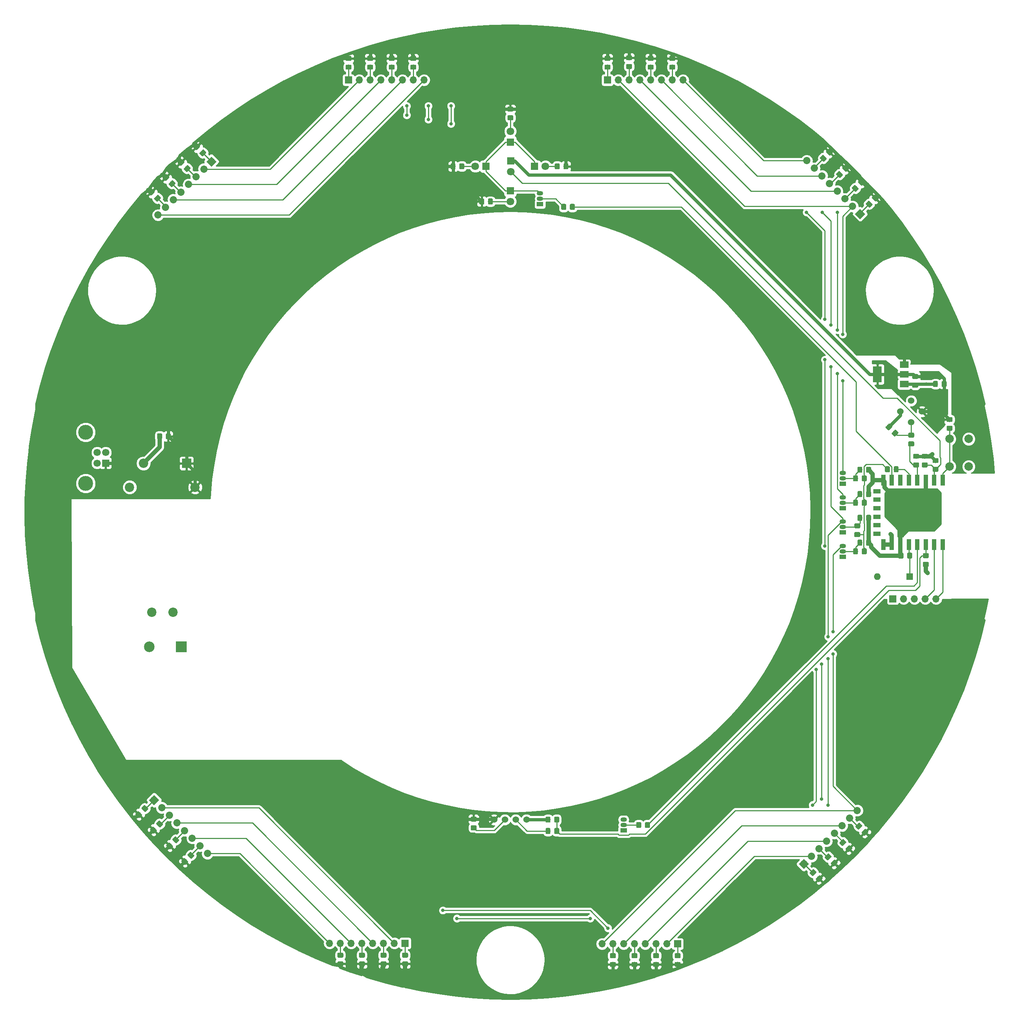
<source format=gtl>
G04 #@! TF.GenerationSoftware,KiCad,Pcbnew,(5.0.2)-1*
G04 #@! TF.CreationDate,2018-12-27T20:38:06+08:00*
G04 #@! TF.ProjectId,lighting,6c696768-7469-46e6-972e-6b696361645f,rev?*
G04 #@! TF.SameCoordinates,Original*
G04 #@! TF.FileFunction,Copper,L1,Top*
G04 #@! TF.FilePolarity,Positive*
%FSLAX45Y45*%
G04 Gerber Fmt 4.5, Leading zero omitted, Abs format (unit mm)*
G04 Created by KiCad (PCBNEW (5.0.2)-1) date 12/27/2018 8:38:06 PM*
%MOMM*%
%LPD*%
G01*
G04 APERTURE LIST*
G04 #@! TA.AperFunction,Conductor*
%ADD10C,0.100000*%
G04 #@! TD*
G04 #@! TA.AperFunction,SMDPad,CuDef*
%ADD11C,1.150000*%
G04 #@! TD*
G04 #@! TA.AperFunction,ComponentPad*
%ADD12O,1.500000X1.050000*%
G04 #@! TD*
G04 #@! TA.AperFunction,ComponentPad*
%ADD13R,1.500000X1.050000*%
G04 #@! TD*
G04 #@! TA.AperFunction,ComponentPad*
%ADD14C,1.700000*%
G04 #@! TD*
G04 #@! TA.AperFunction,Conductor*
%ADD15C,1.700000*%
G04 #@! TD*
G04 #@! TA.AperFunction,ComponentPad*
%ADD16O,1.700000X1.700000*%
G04 #@! TD*
G04 #@! TA.AperFunction,ComponentPad*
%ADD17R,1.700000X1.700000*%
G04 #@! TD*
G04 #@! TA.AperFunction,ComponentPad*
%ADD18C,3.500000*%
G04 #@! TD*
G04 #@! TA.AperFunction,ComponentPad*
%ADD19C,2.000000*%
G04 #@! TD*
G04 #@! TA.AperFunction,ComponentPad*
%ADD20C,2.500000*%
G04 #@! TD*
G04 #@! TA.AperFunction,ComponentPad*
%ADD21R,2.500000X2.500000*%
G04 #@! TD*
G04 #@! TA.AperFunction,ComponentPad*
%ADD22R,1.600000X1.600000*%
G04 #@! TD*
G04 #@! TA.AperFunction,ComponentPad*
%ADD23O,1.600000X1.600000*%
G04 #@! TD*
G04 #@! TA.AperFunction,ComponentPad*
%ADD24R,2.200000X2.200000*%
G04 #@! TD*
G04 #@! TA.AperFunction,ComponentPad*
%ADD25O,2.200000X2.200000*%
G04 #@! TD*
G04 #@! TA.AperFunction,ComponentPad*
%ADD26C,1.530000*%
G04 #@! TD*
G04 #@! TA.AperFunction,ComponentPad*
%ADD27R,1.800000X1.800000*%
G04 #@! TD*
G04 #@! TA.AperFunction,ComponentPad*
%ADD28C,1.800000*%
G04 #@! TD*
G04 #@! TA.AperFunction,SMDPad,CuDef*
%ADD29R,2.000000X3.800000*%
G04 #@! TD*
G04 #@! TA.AperFunction,SMDPad,CuDef*
%ADD30R,2.000000X1.500000*%
G04 #@! TD*
G04 #@! TA.AperFunction,ComponentPad*
%ADD31C,1.524000*%
G04 #@! TD*
G04 #@! TA.AperFunction,ComponentPad*
%ADD32C,2.200000*%
G04 #@! TD*
G04 #@! TA.AperFunction,SMDPad,CuDef*
%ADD33R,1.000000X2.500000*%
G04 #@! TD*
G04 #@! TA.AperFunction,SMDPad,CuDef*
%ADD34R,1.800000X1.000000*%
G04 #@! TD*
G04 #@! TA.AperFunction,ViaPad*
%ADD35C,0.800000*%
G04 #@! TD*
G04 #@! TA.AperFunction,Conductor*
%ADD36C,0.250000*%
G04 #@! TD*
G04 #@! TA.AperFunction,Conductor*
%ADD37C,0.800000*%
G04 #@! TD*
G04 #@! TA.AperFunction,Conductor*
%ADD38C,1.000000*%
G04 #@! TD*
G04 #@! TA.AperFunction,Conductor*
%ADD39C,0.254000*%
G04 #@! TD*
G04 APERTURE END LIST*
D10*
G04 #@! TO.N,IO_LED*
G04 #@! TO.C,R54*
G36*
X30707250Y-13277820D02*
X30709677Y-13278180D01*
X30712057Y-13278776D01*
X30714367Y-13279603D01*
X30716585Y-13280652D01*
X30718689Y-13281913D01*
X30720660Y-13283375D01*
X30722478Y-13285022D01*
X30724125Y-13286840D01*
X30725587Y-13288811D01*
X30726848Y-13290915D01*
X30727897Y-13293133D01*
X30728723Y-13295443D01*
X30729320Y-13297823D01*
X30729680Y-13300249D01*
X30729800Y-13302700D01*
X30729800Y-13392700D01*
X30729680Y-13395150D01*
X30729320Y-13397577D01*
X30728723Y-13399957D01*
X30727897Y-13402267D01*
X30726848Y-13404485D01*
X30725587Y-13406589D01*
X30724125Y-13408560D01*
X30722478Y-13410378D01*
X30720660Y-13412025D01*
X30718689Y-13413487D01*
X30716585Y-13414748D01*
X30714367Y-13415797D01*
X30712057Y-13416623D01*
X30709677Y-13417220D01*
X30707250Y-13417580D01*
X30704800Y-13417700D01*
X30639800Y-13417700D01*
X30637349Y-13417580D01*
X30634923Y-13417220D01*
X30632543Y-13416623D01*
X30630233Y-13415797D01*
X30628015Y-13414748D01*
X30625911Y-13413487D01*
X30623940Y-13412025D01*
X30622122Y-13410378D01*
X30620475Y-13408560D01*
X30619013Y-13406589D01*
X30617752Y-13404485D01*
X30616703Y-13402267D01*
X30615876Y-13399957D01*
X30615280Y-13397577D01*
X30614920Y-13395150D01*
X30614800Y-13392700D01*
X30614800Y-13302700D01*
X30614920Y-13300249D01*
X30615280Y-13297823D01*
X30615876Y-13295443D01*
X30616703Y-13293133D01*
X30617752Y-13290915D01*
X30619013Y-13288811D01*
X30620475Y-13286840D01*
X30622122Y-13285022D01*
X30623940Y-13283375D01*
X30625911Y-13281913D01*
X30628015Y-13280652D01*
X30630233Y-13279603D01*
X30632543Y-13278776D01*
X30634923Y-13278180D01*
X30637349Y-13277820D01*
X30639800Y-13277700D01*
X30704800Y-13277700D01*
X30707250Y-13277820D01*
X30707250Y-13277820D01*
G37*
D11*
G04 #@! TD*
G04 #@! TO.P,R54,1*
G04 #@! TO.N,IO_LED*
X30672300Y-13347700D03*
D10*
G04 #@! TO.N,IO_LED1*
G04 #@! TO.C,R54*
G36*
X30502250Y-13277820D02*
X30504677Y-13278180D01*
X30507057Y-13278776D01*
X30509367Y-13279603D01*
X30511585Y-13280652D01*
X30513689Y-13281913D01*
X30515660Y-13283375D01*
X30517478Y-13285022D01*
X30519125Y-13286840D01*
X30520587Y-13288811D01*
X30521848Y-13290915D01*
X30522897Y-13293133D01*
X30523723Y-13295443D01*
X30524320Y-13297823D01*
X30524680Y-13300249D01*
X30524800Y-13302700D01*
X30524800Y-13392700D01*
X30524680Y-13395150D01*
X30524320Y-13397577D01*
X30523723Y-13399957D01*
X30522897Y-13402267D01*
X30521848Y-13404485D01*
X30520587Y-13406589D01*
X30519125Y-13408560D01*
X30517478Y-13410378D01*
X30515660Y-13412025D01*
X30513689Y-13413487D01*
X30511585Y-13414748D01*
X30509367Y-13415797D01*
X30507057Y-13416623D01*
X30504677Y-13417220D01*
X30502250Y-13417580D01*
X30499800Y-13417700D01*
X30434800Y-13417700D01*
X30432349Y-13417580D01*
X30429923Y-13417220D01*
X30427543Y-13416623D01*
X30425233Y-13415797D01*
X30423015Y-13414748D01*
X30420911Y-13413487D01*
X30418940Y-13412025D01*
X30417122Y-13410378D01*
X30415475Y-13408560D01*
X30414013Y-13406589D01*
X30412752Y-13404485D01*
X30411703Y-13402267D01*
X30410876Y-13399957D01*
X30410280Y-13397577D01*
X30409920Y-13395150D01*
X30409800Y-13392700D01*
X30409800Y-13302700D01*
X30409920Y-13300249D01*
X30410280Y-13297823D01*
X30410876Y-13295443D01*
X30411703Y-13293133D01*
X30412752Y-13290915D01*
X30414013Y-13288811D01*
X30415475Y-13286840D01*
X30417122Y-13285022D01*
X30418940Y-13283375D01*
X30420911Y-13281913D01*
X30423015Y-13280652D01*
X30425233Y-13279603D01*
X30427543Y-13278776D01*
X30429923Y-13278180D01*
X30432349Y-13277820D01*
X30434800Y-13277700D01*
X30499800Y-13277700D01*
X30502250Y-13277820D01*
X30502250Y-13277820D01*
G37*
D11*
G04 #@! TD*
G04 #@! TO.P,R54,2*
G04 #@! TO.N,IO_LED1*
X30467300Y-13347700D03*
D10*
G04 #@! TO.N,IO_ECHO*
G04 #@! TO.C,C7*
G36*
X31416450Y-15322320D02*
X31418877Y-15322680D01*
X31421257Y-15323276D01*
X31423567Y-15324103D01*
X31425785Y-15325152D01*
X31427889Y-15326413D01*
X31429860Y-15327875D01*
X31431678Y-15329522D01*
X31433325Y-15331340D01*
X31434787Y-15333311D01*
X31436048Y-15335415D01*
X31437097Y-15337633D01*
X31437923Y-15339943D01*
X31438520Y-15342323D01*
X31438880Y-15344749D01*
X31439000Y-15347200D01*
X31439000Y-15412200D01*
X31438880Y-15414650D01*
X31438520Y-15417077D01*
X31437923Y-15419457D01*
X31437097Y-15421767D01*
X31436048Y-15423985D01*
X31434787Y-15426089D01*
X31433325Y-15428060D01*
X31431678Y-15429878D01*
X31429860Y-15431525D01*
X31427889Y-15432987D01*
X31425785Y-15434248D01*
X31423567Y-15435297D01*
X31421257Y-15436123D01*
X31418877Y-15436719D01*
X31416450Y-15437079D01*
X31414000Y-15437200D01*
X31324000Y-15437200D01*
X31321549Y-15437079D01*
X31319123Y-15436719D01*
X31316743Y-15436123D01*
X31314433Y-15435297D01*
X31312215Y-15434248D01*
X31310111Y-15432987D01*
X31308140Y-15431525D01*
X31306322Y-15429878D01*
X31304675Y-15428060D01*
X31303213Y-15426089D01*
X31301952Y-15423985D01*
X31300903Y-15421767D01*
X31300076Y-15419457D01*
X31299480Y-15417077D01*
X31299120Y-15414650D01*
X31299000Y-15412200D01*
X31299000Y-15347200D01*
X31299120Y-15344749D01*
X31299480Y-15342323D01*
X31300076Y-15339943D01*
X31300903Y-15337633D01*
X31301952Y-15335415D01*
X31303213Y-15333311D01*
X31304675Y-15331340D01*
X31306322Y-15329522D01*
X31308140Y-15327875D01*
X31310111Y-15326413D01*
X31312215Y-15325152D01*
X31314433Y-15324103D01*
X31316743Y-15323276D01*
X31319123Y-15322680D01*
X31321549Y-15322320D01*
X31324000Y-15322200D01*
X31414000Y-15322200D01*
X31416450Y-15322320D01*
X31416450Y-15322320D01*
G37*
D11*
G04 #@! TD*
G04 #@! TO.P,C7,1*
G04 #@! TO.N,IO_ECHO*
X31369000Y-15379700D03*
D10*
G04 #@! TO.N,0V*
G04 #@! TO.C,C7*
G36*
X31416450Y-15527320D02*
X31418877Y-15527680D01*
X31421257Y-15528276D01*
X31423567Y-15529103D01*
X31425785Y-15530152D01*
X31427889Y-15531413D01*
X31429860Y-15532875D01*
X31431678Y-15534522D01*
X31433325Y-15536340D01*
X31434787Y-15538311D01*
X31436048Y-15540415D01*
X31437097Y-15542633D01*
X31437923Y-15544943D01*
X31438520Y-15547323D01*
X31438880Y-15549749D01*
X31439000Y-15552200D01*
X31439000Y-15617200D01*
X31438880Y-15619650D01*
X31438520Y-15622077D01*
X31437923Y-15624457D01*
X31437097Y-15626767D01*
X31436048Y-15628985D01*
X31434787Y-15631089D01*
X31433325Y-15633060D01*
X31431678Y-15634878D01*
X31429860Y-15636525D01*
X31427889Y-15637987D01*
X31425785Y-15639248D01*
X31423567Y-15640297D01*
X31421257Y-15641123D01*
X31418877Y-15641719D01*
X31416450Y-15642079D01*
X31414000Y-15642200D01*
X31324000Y-15642200D01*
X31321549Y-15642079D01*
X31319123Y-15641719D01*
X31316743Y-15641123D01*
X31314433Y-15640297D01*
X31312215Y-15639248D01*
X31310111Y-15637987D01*
X31308140Y-15636525D01*
X31306322Y-15634878D01*
X31304675Y-15633060D01*
X31303213Y-15631089D01*
X31301952Y-15628985D01*
X31300903Y-15626767D01*
X31300076Y-15624457D01*
X31299480Y-15622077D01*
X31299120Y-15619650D01*
X31299000Y-15617200D01*
X31299000Y-15552200D01*
X31299120Y-15549749D01*
X31299480Y-15547323D01*
X31300076Y-15544943D01*
X31300903Y-15542633D01*
X31301952Y-15540415D01*
X31303213Y-15538311D01*
X31304675Y-15536340D01*
X31306322Y-15534522D01*
X31308140Y-15532875D01*
X31310111Y-15531413D01*
X31312215Y-15530152D01*
X31314433Y-15529103D01*
X31316743Y-15528276D01*
X31319123Y-15527680D01*
X31321549Y-15527320D01*
X31324000Y-15527200D01*
X31414000Y-15527200D01*
X31416450Y-15527320D01*
X31416450Y-15527320D01*
G37*
D11*
G04 #@! TD*
G04 #@! TO.P,C7,2*
G04 #@! TO.N,0V*
X31369000Y-15584700D03*
D12*
G04 #@! TO.P,Q7,2*
G04 #@! TO.N,Net-(Q7-Pad2)*
X24257000Y-21717000D03*
G04 #@! TO.P,Q7,3*
G04 #@! TO.N,IC_TRIG*
X24257000Y-21590000D03*
D13*
G04 #@! TO.P,Q7,1*
G04 #@! TO.N,0V*
X24257000Y-21844000D03*
G04 #@! TD*
D10*
G04 #@! TO.N,0V*
G04 #@! TO.C,R51*
G36*
X22512150Y-21520120D02*
X22514577Y-21520480D01*
X22516957Y-21521077D01*
X22519267Y-21521903D01*
X22521485Y-21522952D01*
X22523589Y-21524213D01*
X22525560Y-21525675D01*
X22527378Y-21527322D01*
X22529025Y-21529140D01*
X22530487Y-21531111D01*
X22531748Y-21533215D01*
X22532797Y-21535433D01*
X22533623Y-21537743D01*
X22534220Y-21540123D01*
X22534580Y-21542550D01*
X22534700Y-21545000D01*
X22534700Y-21635000D01*
X22534580Y-21637451D01*
X22534220Y-21639877D01*
X22533623Y-21642257D01*
X22532797Y-21644567D01*
X22531748Y-21646785D01*
X22530487Y-21648889D01*
X22529025Y-21650860D01*
X22527378Y-21652678D01*
X22525560Y-21654325D01*
X22523589Y-21655787D01*
X22521485Y-21657048D01*
X22519267Y-21658097D01*
X22516957Y-21658924D01*
X22514577Y-21659520D01*
X22512150Y-21659880D01*
X22509700Y-21660000D01*
X22444700Y-21660000D01*
X22442249Y-21659880D01*
X22439823Y-21659520D01*
X22437443Y-21658924D01*
X22435133Y-21658097D01*
X22432915Y-21657048D01*
X22430811Y-21655787D01*
X22428840Y-21654325D01*
X22427022Y-21652678D01*
X22425375Y-21650860D01*
X22423913Y-21648889D01*
X22422652Y-21646785D01*
X22421603Y-21644567D01*
X22420776Y-21642257D01*
X22420180Y-21639877D01*
X22419820Y-21637451D01*
X22419700Y-21635000D01*
X22419700Y-21545000D01*
X22419820Y-21542550D01*
X22420180Y-21540123D01*
X22420776Y-21537743D01*
X22421603Y-21535433D01*
X22422652Y-21533215D01*
X22423913Y-21531111D01*
X22425375Y-21529140D01*
X22427022Y-21527322D01*
X22428840Y-21525675D01*
X22430811Y-21524213D01*
X22432915Y-21522952D01*
X22435133Y-21521903D01*
X22437443Y-21521077D01*
X22439823Y-21520480D01*
X22442249Y-21520120D01*
X22444700Y-21520000D01*
X22509700Y-21520000D01*
X22512150Y-21520120D01*
X22512150Y-21520120D01*
G37*
D11*
G04 #@! TD*
G04 #@! TO.P,R51,2*
G04 #@! TO.N,0V*
X22477200Y-21590000D03*
D10*
G04 #@! TO.N,IO_ECHO*
G04 #@! TO.C,R51*
G36*
X22717150Y-21520120D02*
X22719577Y-21520480D01*
X22721957Y-21521077D01*
X22724267Y-21521903D01*
X22726485Y-21522952D01*
X22728589Y-21524213D01*
X22730560Y-21525675D01*
X22732378Y-21527322D01*
X22734025Y-21529140D01*
X22735487Y-21531111D01*
X22736748Y-21533215D01*
X22737797Y-21535433D01*
X22738623Y-21537743D01*
X22739220Y-21540123D01*
X22739580Y-21542550D01*
X22739700Y-21545000D01*
X22739700Y-21635000D01*
X22739580Y-21637451D01*
X22739220Y-21639877D01*
X22738623Y-21642257D01*
X22737797Y-21644567D01*
X22736748Y-21646785D01*
X22735487Y-21648889D01*
X22734025Y-21650860D01*
X22732378Y-21652678D01*
X22730560Y-21654325D01*
X22728589Y-21655787D01*
X22726485Y-21657048D01*
X22724267Y-21658097D01*
X22721957Y-21658924D01*
X22719577Y-21659520D01*
X22717150Y-21659880D01*
X22714700Y-21660000D01*
X22649700Y-21660000D01*
X22647249Y-21659880D01*
X22644823Y-21659520D01*
X22642443Y-21658924D01*
X22640133Y-21658097D01*
X22637915Y-21657048D01*
X22635811Y-21655787D01*
X22633840Y-21654325D01*
X22632022Y-21652678D01*
X22630375Y-21650860D01*
X22628913Y-21648889D01*
X22627652Y-21646785D01*
X22626603Y-21644567D01*
X22625776Y-21642257D01*
X22625180Y-21639877D01*
X22624820Y-21637451D01*
X22624700Y-21635000D01*
X22624700Y-21545000D01*
X22624820Y-21542550D01*
X22625180Y-21540123D01*
X22625776Y-21537743D01*
X22626603Y-21535433D01*
X22627652Y-21533215D01*
X22628913Y-21531111D01*
X22630375Y-21529140D01*
X22632022Y-21527322D01*
X22633840Y-21525675D01*
X22635811Y-21524213D01*
X22637915Y-21522952D01*
X22640133Y-21521903D01*
X22642443Y-21521077D01*
X22644823Y-21520480D01*
X22647249Y-21520120D01*
X22649700Y-21520000D01*
X22714700Y-21520000D01*
X22717150Y-21520120D01*
X22717150Y-21520120D01*
G37*
D11*
G04 #@! TD*
G04 #@! TO.P,R51,1*
G04 #@! TO.N,IO_ECHO*
X22682200Y-21590000D03*
D10*
G04 #@! TO.N,IC_ECHO*
G04 #@! TO.C,R50*
G36*
X22512150Y-21786820D02*
X22514577Y-21787180D01*
X22516957Y-21787777D01*
X22519267Y-21788603D01*
X22521485Y-21789652D01*
X22523589Y-21790913D01*
X22525560Y-21792375D01*
X22527378Y-21794022D01*
X22529025Y-21795840D01*
X22530487Y-21797811D01*
X22531748Y-21799915D01*
X22532797Y-21802133D01*
X22533623Y-21804443D01*
X22534220Y-21806823D01*
X22534580Y-21809250D01*
X22534700Y-21811700D01*
X22534700Y-21901700D01*
X22534580Y-21904151D01*
X22534220Y-21906577D01*
X22533623Y-21908957D01*
X22532797Y-21911267D01*
X22531748Y-21913485D01*
X22530487Y-21915589D01*
X22529025Y-21917560D01*
X22527378Y-21919378D01*
X22525560Y-21921025D01*
X22523589Y-21922487D01*
X22521485Y-21923748D01*
X22519267Y-21924797D01*
X22516957Y-21925624D01*
X22514577Y-21926220D01*
X22512150Y-21926580D01*
X22509700Y-21926700D01*
X22444700Y-21926700D01*
X22442249Y-21926580D01*
X22439823Y-21926220D01*
X22437443Y-21925624D01*
X22435133Y-21924797D01*
X22432915Y-21923748D01*
X22430811Y-21922487D01*
X22428840Y-21921025D01*
X22427022Y-21919378D01*
X22425375Y-21917560D01*
X22423913Y-21915589D01*
X22422652Y-21913485D01*
X22421603Y-21911267D01*
X22420776Y-21908957D01*
X22420180Y-21906577D01*
X22419820Y-21904151D01*
X22419700Y-21901700D01*
X22419700Y-21811700D01*
X22419820Y-21809250D01*
X22420180Y-21806823D01*
X22420776Y-21804443D01*
X22421603Y-21802133D01*
X22422652Y-21799915D01*
X22423913Y-21797811D01*
X22425375Y-21795840D01*
X22427022Y-21794022D01*
X22428840Y-21792375D01*
X22430811Y-21790913D01*
X22432915Y-21789652D01*
X22435133Y-21788603D01*
X22437443Y-21787777D01*
X22439823Y-21787180D01*
X22442249Y-21786820D01*
X22444700Y-21786700D01*
X22509700Y-21786700D01*
X22512150Y-21786820D01*
X22512150Y-21786820D01*
G37*
D11*
G04 #@! TD*
G04 #@! TO.P,R50,1*
G04 #@! TO.N,IC_ECHO*
X22477200Y-21856700D03*
D10*
G04 #@! TO.N,IO_ECHO*
G04 #@! TO.C,R50*
G36*
X22717150Y-21786820D02*
X22719577Y-21787180D01*
X22721957Y-21787777D01*
X22724267Y-21788603D01*
X22726485Y-21789652D01*
X22728589Y-21790913D01*
X22730560Y-21792375D01*
X22732378Y-21794022D01*
X22734025Y-21795840D01*
X22735487Y-21797811D01*
X22736748Y-21799915D01*
X22737797Y-21802133D01*
X22738623Y-21804443D01*
X22739220Y-21806823D01*
X22739580Y-21809250D01*
X22739700Y-21811700D01*
X22739700Y-21901700D01*
X22739580Y-21904151D01*
X22739220Y-21906577D01*
X22738623Y-21908957D01*
X22737797Y-21911267D01*
X22736748Y-21913485D01*
X22735487Y-21915589D01*
X22734025Y-21917560D01*
X22732378Y-21919378D01*
X22730560Y-21921025D01*
X22728589Y-21922487D01*
X22726485Y-21923748D01*
X22724267Y-21924797D01*
X22721957Y-21925624D01*
X22719577Y-21926220D01*
X22717150Y-21926580D01*
X22714700Y-21926700D01*
X22649700Y-21926700D01*
X22647249Y-21926580D01*
X22644823Y-21926220D01*
X22642443Y-21925624D01*
X22640133Y-21924797D01*
X22637915Y-21923748D01*
X22635811Y-21922487D01*
X22633840Y-21921025D01*
X22632022Y-21919378D01*
X22630375Y-21917560D01*
X22628913Y-21915589D01*
X22627652Y-21913485D01*
X22626603Y-21911267D01*
X22625776Y-21908957D01*
X22625180Y-21906577D01*
X22624820Y-21904151D01*
X22624700Y-21901700D01*
X22624700Y-21811700D01*
X22624820Y-21809250D01*
X22625180Y-21806823D01*
X22625776Y-21804443D01*
X22626603Y-21802133D01*
X22627652Y-21799915D01*
X22628913Y-21797811D01*
X22630375Y-21795840D01*
X22632022Y-21794022D01*
X22633840Y-21792375D01*
X22635811Y-21790913D01*
X22637915Y-21789652D01*
X22640133Y-21788603D01*
X22642443Y-21787777D01*
X22644823Y-21787180D01*
X22647249Y-21786820D01*
X22649700Y-21786700D01*
X22714700Y-21786700D01*
X22717150Y-21786820D01*
X22717150Y-21786820D01*
G37*
D11*
G04 #@! TD*
G04 #@! TO.P,R50,2*
G04 #@! TO.N,IO_ECHO*
X22682200Y-21856700D03*
D10*
G04 #@! TO.N,IC_TRIG*
G04 #@! TO.C,R53*
G36*
X20773851Y-21724920D02*
X20776277Y-21725280D01*
X20778657Y-21725876D01*
X20780967Y-21726703D01*
X20783185Y-21727752D01*
X20785289Y-21729013D01*
X20787260Y-21730474D01*
X20789078Y-21732122D01*
X20790725Y-21733940D01*
X20792187Y-21735910D01*
X20793448Y-21738015D01*
X20794497Y-21740233D01*
X20795324Y-21742543D01*
X20795920Y-21744922D01*
X20796280Y-21747349D01*
X20796400Y-21749800D01*
X20796400Y-21814800D01*
X20796280Y-21817250D01*
X20795920Y-21819677D01*
X20795324Y-21822057D01*
X20794497Y-21824367D01*
X20793448Y-21826585D01*
X20792187Y-21828689D01*
X20790725Y-21830660D01*
X20789078Y-21832477D01*
X20787260Y-21834125D01*
X20785289Y-21835587D01*
X20783185Y-21836848D01*
X20780967Y-21837897D01*
X20778657Y-21838723D01*
X20776277Y-21839319D01*
X20773851Y-21839679D01*
X20771400Y-21839800D01*
X20681400Y-21839800D01*
X20678950Y-21839679D01*
X20676523Y-21839319D01*
X20674143Y-21838723D01*
X20671833Y-21837897D01*
X20669615Y-21836848D01*
X20667511Y-21835587D01*
X20665540Y-21834125D01*
X20663722Y-21832477D01*
X20662075Y-21830660D01*
X20660613Y-21828689D01*
X20659352Y-21826585D01*
X20658303Y-21824367D01*
X20657477Y-21822057D01*
X20656880Y-21819677D01*
X20656520Y-21817250D01*
X20656400Y-21814800D01*
X20656400Y-21749800D01*
X20656520Y-21747349D01*
X20656880Y-21744922D01*
X20657477Y-21742543D01*
X20658303Y-21740233D01*
X20659352Y-21738015D01*
X20660613Y-21735910D01*
X20662075Y-21733940D01*
X20663722Y-21732122D01*
X20665540Y-21730474D01*
X20667511Y-21729013D01*
X20669615Y-21727752D01*
X20671833Y-21726703D01*
X20674143Y-21725876D01*
X20676523Y-21725280D01*
X20678950Y-21724920D01*
X20681400Y-21724800D01*
X20771400Y-21724800D01*
X20773851Y-21724920D01*
X20773851Y-21724920D01*
G37*
D11*
G04 #@! TD*
G04 #@! TO.P,R53,2*
G04 #@! TO.N,IC_TRIG*
X20726400Y-21782300D03*
D10*
G04 #@! TO.N,5V*
G04 #@! TO.C,R53*
G36*
X20773851Y-21519920D02*
X20776277Y-21520280D01*
X20778657Y-21520876D01*
X20780967Y-21521703D01*
X20783185Y-21522752D01*
X20785289Y-21524013D01*
X20787260Y-21525474D01*
X20789078Y-21527122D01*
X20790725Y-21528940D01*
X20792187Y-21530910D01*
X20793448Y-21533015D01*
X20794497Y-21535233D01*
X20795324Y-21537543D01*
X20795920Y-21539922D01*
X20796280Y-21542349D01*
X20796400Y-21544800D01*
X20796400Y-21609800D01*
X20796280Y-21612250D01*
X20795920Y-21614677D01*
X20795324Y-21617057D01*
X20794497Y-21619367D01*
X20793448Y-21621585D01*
X20792187Y-21623689D01*
X20790725Y-21625660D01*
X20789078Y-21627477D01*
X20787260Y-21629125D01*
X20785289Y-21630587D01*
X20783185Y-21631848D01*
X20780967Y-21632897D01*
X20778657Y-21633723D01*
X20776277Y-21634319D01*
X20773851Y-21634679D01*
X20771400Y-21634800D01*
X20681400Y-21634800D01*
X20678950Y-21634679D01*
X20676523Y-21634319D01*
X20674143Y-21633723D01*
X20671833Y-21632897D01*
X20669615Y-21631848D01*
X20667511Y-21630587D01*
X20665540Y-21629125D01*
X20663722Y-21627477D01*
X20662075Y-21625660D01*
X20660613Y-21623689D01*
X20659352Y-21621585D01*
X20658303Y-21619367D01*
X20657477Y-21617057D01*
X20656880Y-21614677D01*
X20656520Y-21612250D01*
X20656400Y-21609800D01*
X20656400Y-21544800D01*
X20656520Y-21542349D01*
X20656880Y-21539922D01*
X20657477Y-21537543D01*
X20658303Y-21535233D01*
X20659352Y-21533015D01*
X20660613Y-21530910D01*
X20662075Y-21528940D01*
X20663722Y-21527122D01*
X20665540Y-21525474D01*
X20667511Y-21524013D01*
X20669615Y-21522752D01*
X20671833Y-21521703D01*
X20674143Y-21520876D01*
X20676523Y-21520280D01*
X20678950Y-21519920D01*
X20681400Y-21519800D01*
X20771400Y-21519800D01*
X20773851Y-21519920D01*
X20773851Y-21519920D01*
G37*
D11*
G04 #@! TD*
G04 #@! TO.P,R53,1*
G04 #@! TO.N,5V*
X20726400Y-21577300D03*
D10*
G04 #@! TO.N,Net-(Q7-Pad2)*
G04 #@! TO.C,R52*
G36*
X24647550Y-21647120D02*
X24649977Y-21647480D01*
X24652357Y-21648077D01*
X24654667Y-21648903D01*
X24656885Y-21649952D01*
X24658989Y-21651213D01*
X24660960Y-21652675D01*
X24662778Y-21654322D01*
X24664425Y-21656140D01*
X24665887Y-21658111D01*
X24667148Y-21660215D01*
X24668197Y-21662433D01*
X24669023Y-21664743D01*
X24669620Y-21667123D01*
X24669980Y-21669550D01*
X24670100Y-21672000D01*
X24670100Y-21762000D01*
X24669980Y-21764451D01*
X24669620Y-21766877D01*
X24669023Y-21769257D01*
X24668197Y-21771567D01*
X24667148Y-21773785D01*
X24665887Y-21775889D01*
X24664425Y-21777860D01*
X24662778Y-21779678D01*
X24660960Y-21781325D01*
X24658989Y-21782787D01*
X24656885Y-21784048D01*
X24654667Y-21785097D01*
X24652357Y-21785924D01*
X24649977Y-21786520D01*
X24647550Y-21786880D01*
X24645100Y-21787000D01*
X24580100Y-21787000D01*
X24577649Y-21786880D01*
X24575223Y-21786520D01*
X24572843Y-21785924D01*
X24570533Y-21785097D01*
X24568315Y-21784048D01*
X24566211Y-21782787D01*
X24564240Y-21781325D01*
X24562422Y-21779678D01*
X24560775Y-21777860D01*
X24559313Y-21775889D01*
X24558052Y-21773785D01*
X24557003Y-21771567D01*
X24556176Y-21769257D01*
X24555580Y-21766877D01*
X24555220Y-21764451D01*
X24555100Y-21762000D01*
X24555100Y-21672000D01*
X24555220Y-21669550D01*
X24555580Y-21667123D01*
X24556176Y-21664743D01*
X24557003Y-21662433D01*
X24558052Y-21660215D01*
X24559313Y-21658111D01*
X24560775Y-21656140D01*
X24562422Y-21654322D01*
X24564240Y-21652675D01*
X24566211Y-21651213D01*
X24568315Y-21649952D01*
X24570533Y-21648903D01*
X24572843Y-21648077D01*
X24575223Y-21647480D01*
X24577649Y-21647120D01*
X24580100Y-21647000D01*
X24645100Y-21647000D01*
X24647550Y-21647120D01*
X24647550Y-21647120D01*
G37*
D11*
G04 #@! TD*
G04 #@! TO.P,R52,1*
G04 #@! TO.N,Net-(Q7-Pad2)*
X24612600Y-21717000D03*
D10*
G04 #@! TO.N,IO_TRIG*
G04 #@! TO.C,R52*
G36*
X24852550Y-21647120D02*
X24854977Y-21647480D01*
X24857357Y-21648077D01*
X24859667Y-21648903D01*
X24861885Y-21649952D01*
X24863989Y-21651213D01*
X24865960Y-21652675D01*
X24867778Y-21654322D01*
X24869425Y-21656140D01*
X24870887Y-21658111D01*
X24872148Y-21660215D01*
X24873197Y-21662433D01*
X24874023Y-21664743D01*
X24874620Y-21667123D01*
X24874980Y-21669550D01*
X24875100Y-21672000D01*
X24875100Y-21762000D01*
X24874980Y-21764451D01*
X24874620Y-21766877D01*
X24874023Y-21769257D01*
X24873197Y-21771567D01*
X24872148Y-21773785D01*
X24870887Y-21775889D01*
X24869425Y-21777860D01*
X24867778Y-21779678D01*
X24865960Y-21781325D01*
X24863989Y-21782787D01*
X24861885Y-21784048D01*
X24859667Y-21785097D01*
X24857357Y-21785924D01*
X24854977Y-21786520D01*
X24852550Y-21786880D01*
X24850100Y-21787000D01*
X24785100Y-21787000D01*
X24782649Y-21786880D01*
X24780223Y-21786520D01*
X24777843Y-21785924D01*
X24775533Y-21785097D01*
X24773315Y-21784048D01*
X24771211Y-21782787D01*
X24769240Y-21781325D01*
X24767422Y-21779678D01*
X24765775Y-21777860D01*
X24764313Y-21775889D01*
X24763052Y-21773785D01*
X24762003Y-21771567D01*
X24761176Y-21769257D01*
X24760580Y-21766877D01*
X24760220Y-21764451D01*
X24760100Y-21762000D01*
X24760100Y-21672000D01*
X24760220Y-21669550D01*
X24760580Y-21667123D01*
X24761176Y-21664743D01*
X24762003Y-21662433D01*
X24763052Y-21660215D01*
X24764313Y-21658111D01*
X24765775Y-21656140D01*
X24767422Y-21654322D01*
X24769240Y-21652675D01*
X24771211Y-21651213D01*
X24773315Y-21649952D01*
X24775533Y-21648903D01*
X24777843Y-21648077D01*
X24780223Y-21647480D01*
X24782649Y-21647120D01*
X24785100Y-21647000D01*
X24850100Y-21647000D01*
X24852550Y-21647120D01*
X24852550Y-21647120D01*
G37*
D11*
G04 #@! TD*
G04 #@! TO.P,R52,2*
G04 #@! TO.N,IO_TRIG*
X24817600Y-21717000D03*
D14*
G04 #@! TO.P,J10,1*
G04 #@! TO.N,Net-(J10-Pad1)*
X13204390Y-21129190D03*
D10*
G04 #@! TD*
G04 #@! TO.N,Net-(J10-Pad1)*
G04 #@! TO.C,J10*
G36*
X13204390Y-21249398D02*
X13084182Y-21129190D01*
X13204390Y-21008982D01*
X13324598Y-21129190D01*
X13204390Y-21249398D01*
X13204390Y-21249398D01*
G37*
D14*
G04 #@! TO.P,J10,2*
G04 #@! TO.N,LED1*
X13383995Y-21308795D03*
D15*
G04 #@! TD*
G04 #@! TO.N,LED1*
G04 #@! TO.C,J10*
X13383995Y-21308795D02*
X13383995Y-21308795D01*
D14*
G04 #@! TO.P,J10,3*
G04 #@! TO.N,Net-(J10-Pad3)*
X13563600Y-21488400D03*
D15*
G04 #@! TD*
G04 #@! TO.N,Net-(J10-Pad3)*
G04 #@! TO.C,J10*
X13563600Y-21488400D02*
X13563600Y-21488400D01*
D14*
G04 #@! TO.P,J10,4*
G04 #@! TO.N,LED2*
X13743205Y-21668005D03*
D15*
G04 #@! TD*
G04 #@! TO.N,LED2*
G04 #@! TO.C,J10*
X13743205Y-21668005D02*
X13743205Y-21668005D01*
D14*
G04 #@! TO.P,J10,5*
G04 #@! TO.N,Net-(J10-Pad5)*
X13922810Y-21847610D03*
D15*
G04 #@! TD*
G04 #@! TO.N,Net-(J10-Pad5)*
G04 #@! TO.C,J10*
X13922810Y-21847610D02*
X13922810Y-21847610D01*
D14*
G04 #@! TO.P,J10,6*
G04 #@! TO.N,LED3*
X14102415Y-22027215D03*
D15*
G04 #@! TD*
G04 #@! TO.N,LED3*
G04 #@! TO.C,J10*
X14102415Y-22027215D02*
X14102415Y-22027215D01*
D14*
G04 #@! TO.P,J10,7*
G04 #@! TO.N,Net-(J10-Pad7)*
X14282020Y-22206821D03*
D15*
G04 #@! TD*
G04 #@! TO.N,Net-(J10-Pad7)*
G04 #@! TO.C,J10*
X14282020Y-22206821D02*
X14282020Y-22206821D01*
D14*
G04 #@! TO.P,J10,8*
G04 #@! TO.N,LED4*
X14461626Y-22386426D03*
D15*
G04 #@! TD*
G04 #@! TO.N,LED4*
G04 #@! TO.C,J10*
X14461626Y-22386426D02*
X14461626Y-22386426D01*
D16*
G04 #@! TO.P,J11,8*
G04 #@! TO.N,LED4*
X25654000Y-4191000D03*
G04 #@! TO.P,J11,7*
G04 #@! TO.N,Net-(J11-Pad7)*
X25400000Y-4191000D03*
G04 #@! TO.P,J11,6*
G04 #@! TO.N,LED3*
X25146000Y-4191000D03*
G04 #@! TO.P,J11,5*
G04 #@! TO.N,Net-(J11-Pad5)*
X24892000Y-4191000D03*
G04 #@! TO.P,J11,4*
G04 #@! TO.N,LED2*
X24638000Y-4191000D03*
G04 #@! TO.P,J11,3*
G04 #@! TO.N,Net-(J11-Pad3)*
X24384000Y-4191000D03*
G04 #@! TO.P,J11,2*
G04 #@! TO.N,LED1*
X24130000Y-4191000D03*
D17*
G04 #@! TO.P,J11,1*
G04 #@! TO.N,Net-(J11-Pad1)*
X23876000Y-4191000D03*
G04 #@! TD*
G04 #@! TO.P,J9,1*
G04 #@! TO.N,Net-(J9-Pad1)*
X17780000Y-4191000D03*
D16*
G04 #@! TO.P,J9,2*
G04 #@! TO.N,LED1*
X18034000Y-4191000D03*
G04 #@! TO.P,J9,3*
G04 #@! TO.N,Net-(J9-Pad3)*
X18288000Y-4191000D03*
G04 #@! TO.P,J9,4*
G04 #@! TO.N,LED2*
X18542000Y-4191000D03*
G04 #@! TO.P,J9,5*
G04 #@! TO.N,Net-(J9-Pad5)*
X18796000Y-4191000D03*
G04 #@! TO.P,J9,6*
G04 #@! TO.N,LED3*
X19050000Y-4191000D03*
G04 #@! TO.P,J9,7*
G04 #@! TO.N,Net-(J9-Pad7)*
X19304000Y-4191000D03*
G04 #@! TO.P,J9,8*
G04 #@! TO.N,LED4*
X19558000Y-4191000D03*
G04 #@! TD*
G04 #@! TO.P,J8,8*
G04 #@! TO.N,LED4*
X17335500Y-24498300D03*
G04 #@! TO.P,J8,7*
G04 #@! TO.N,Net-(J8-Pad7)*
X17589500Y-24498300D03*
G04 #@! TO.P,J8,6*
G04 #@! TO.N,LED3*
X17843500Y-24498300D03*
G04 #@! TO.P,J8,5*
G04 #@! TO.N,Net-(J8-Pad5)*
X18097500Y-24498300D03*
G04 #@! TO.P,J8,4*
G04 #@! TO.N,LED2*
X18351500Y-24498300D03*
G04 #@! TO.P,J8,3*
G04 #@! TO.N,Net-(J8-Pad3)*
X18605500Y-24498300D03*
G04 #@! TO.P,J8,2*
G04 #@! TO.N,LED1*
X18859500Y-24498300D03*
D17*
G04 #@! TO.P,J8,1*
G04 #@! TO.N,Net-(J8-Pad1)*
X19113500Y-24498300D03*
G04 #@! TD*
G04 #@! TO.P,J6,1*
G04 #@! TO.N,Net-(J6-Pad1)*
X25527000Y-24511000D03*
D16*
G04 #@! TO.P,J6,2*
G04 #@! TO.N,LED1*
X25273000Y-24511000D03*
G04 #@! TO.P,J6,3*
G04 #@! TO.N,Net-(J6-Pad3)*
X25019000Y-24511000D03*
G04 #@! TO.P,J6,4*
G04 #@! TO.N,LED2*
X24765000Y-24511000D03*
G04 #@! TO.P,J6,5*
G04 #@! TO.N,Net-(J6-Pad5)*
X24511000Y-24511000D03*
G04 #@! TO.P,J6,6*
G04 #@! TO.N,LED3*
X24257000Y-24511000D03*
G04 #@! TO.P,J6,7*
G04 #@! TO.N,Net-(J6-Pad7)*
X24003000Y-24511000D03*
G04 #@! TO.P,J6,8*
G04 #@! TO.N,LED4*
X23749000Y-24511000D03*
G04 #@! TD*
D17*
G04 #@! TO.P,J3,1*
G04 #@! TO.N,5V*
X12065000Y-13204000D03*
D14*
G04 #@! TO.P,J3,2*
G04 #@! TO.N,Net-(J3-Pad2)*
X12065000Y-12954000D03*
G04 #@! TO.P,J3,3*
G04 #@! TO.N,Net-(J3-Pad3)*
X11865000Y-12954000D03*
G04 #@! TO.P,J3,4*
G04 #@! TO.N,0V*
X11865000Y-13204000D03*
D18*
G04 #@! TO.P,J3,5*
X11594000Y-13681000D03*
X11594000Y-12477000D03*
G04 #@! TD*
D10*
G04 #@! TO.N,5V*
G04 #@! TO.C,R30*
G36*
X25574450Y-24937120D02*
X25576877Y-24937480D01*
X25579257Y-24938076D01*
X25581567Y-24938903D01*
X25583785Y-24939952D01*
X25585889Y-24941213D01*
X25587860Y-24942675D01*
X25589678Y-24944322D01*
X25591325Y-24946140D01*
X25592787Y-24948111D01*
X25594048Y-24950215D01*
X25595097Y-24952433D01*
X25595923Y-24954743D01*
X25596520Y-24957123D01*
X25596880Y-24959549D01*
X25597000Y-24962000D01*
X25597000Y-25027000D01*
X25596880Y-25029450D01*
X25596520Y-25031877D01*
X25595923Y-25034257D01*
X25595097Y-25036567D01*
X25594048Y-25038785D01*
X25592787Y-25040889D01*
X25591325Y-25042860D01*
X25589678Y-25044678D01*
X25587860Y-25046325D01*
X25585889Y-25047787D01*
X25583785Y-25049048D01*
X25581567Y-25050097D01*
X25579257Y-25050923D01*
X25576877Y-25051520D01*
X25574450Y-25051880D01*
X25572000Y-25052000D01*
X25482000Y-25052000D01*
X25479549Y-25051880D01*
X25477123Y-25051520D01*
X25474743Y-25050923D01*
X25472433Y-25050097D01*
X25470215Y-25049048D01*
X25468111Y-25047787D01*
X25466140Y-25046325D01*
X25464322Y-25044678D01*
X25462675Y-25042860D01*
X25461213Y-25040889D01*
X25459952Y-25038785D01*
X25458903Y-25036567D01*
X25458076Y-25034257D01*
X25457480Y-25031877D01*
X25457120Y-25029450D01*
X25457000Y-25027000D01*
X25457000Y-24962000D01*
X25457120Y-24959549D01*
X25457480Y-24957123D01*
X25458076Y-24954743D01*
X25458903Y-24952433D01*
X25459952Y-24950215D01*
X25461213Y-24948111D01*
X25462675Y-24946140D01*
X25464322Y-24944322D01*
X25466140Y-24942675D01*
X25468111Y-24941213D01*
X25470215Y-24939952D01*
X25472433Y-24938903D01*
X25474743Y-24938076D01*
X25477123Y-24937480D01*
X25479549Y-24937120D01*
X25482000Y-24937000D01*
X25572000Y-24937000D01*
X25574450Y-24937120D01*
X25574450Y-24937120D01*
G37*
D11*
G04 #@! TD*
G04 #@! TO.P,R30,2*
G04 #@! TO.N,5V*
X25527000Y-24994500D03*
D10*
G04 #@! TO.N,Net-(J6-Pad1)*
G04 #@! TO.C,R30*
G36*
X25574450Y-24732120D02*
X25576877Y-24732480D01*
X25579257Y-24733076D01*
X25581567Y-24733903D01*
X25583785Y-24734952D01*
X25585889Y-24736213D01*
X25587860Y-24737675D01*
X25589678Y-24739322D01*
X25591325Y-24741140D01*
X25592787Y-24743111D01*
X25594048Y-24745215D01*
X25595097Y-24747433D01*
X25595923Y-24749743D01*
X25596520Y-24752123D01*
X25596880Y-24754549D01*
X25597000Y-24757000D01*
X25597000Y-24822000D01*
X25596880Y-24824450D01*
X25596520Y-24826877D01*
X25595923Y-24829257D01*
X25595097Y-24831567D01*
X25594048Y-24833785D01*
X25592787Y-24835889D01*
X25591325Y-24837860D01*
X25589678Y-24839678D01*
X25587860Y-24841325D01*
X25585889Y-24842787D01*
X25583785Y-24844048D01*
X25581567Y-24845097D01*
X25579257Y-24845923D01*
X25576877Y-24846520D01*
X25574450Y-24846880D01*
X25572000Y-24847000D01*
X25482000Y-24847000D01*
X25479549Y-24846880D01*
X25477123Y-24846520D01*
X25474743Y-24845923D01*
X25472433Y-24845097D01*
X25470215Y-24844048D01*
X25468111Y-24842787D01*
X25466140Y-24841325D01*
X25464322Y-24839678D01*
X25462675Y-24837860D01*
X25461213Y-24835889D01*
X25459952Y-24833785D01*
X25458903Y-24831567D01*
X25458076Y-24829257D01*
X25457480Y-24826877D01*
X25457120Y-24824450D01*
X25457000Y-24822000D01*
X25457000Y-24757000D01*
X25457120Y-24754549D01*
X25457480Y-24752123D01*
X25458076Y-24749743D01*
X25458903Y-24747433D01*
X25459952Y-24745215D01*
X25461213Y-24743111D01*
X25462675Y-24741140D01*
X25464322Y-24739322D01*
X25466140Y-24737675D01*
X25468111Y-24736213D01*
X25470215Y-24734952D01*
X25472433Y-24733903D01*
X25474743Y-24733076D01*
X25477123Y-24732480D01*
X25479549Y-24732120D01*
X25482000Y-24732000D01*
X25572000Y-24732000D01*
X25574450Y-24732120D01*
X25574450Y-24732120D01*
G37*
D11*
G04 #@! TD*
G04 #@! TO.P,R30,1*
G04 #@! TO.N,Net-(J6-Pad1)*
X25527000Y-24789500D03*
D10*
G04 #@! TO.N,Net-(J6-Pad5)*
G04 #@! TO.C,R31*
G36*
X24558450Y-24733020D02*
X24560877Y-24733380D01*
X24563257Y-24733976D01*
X24565567Y-24734803D01*
X24567785Y-24735852D01*
X24569889Y-24737113D01*
X24571860Y-24738575D01*
X24573678Y-24740222D01*
X24575325Y-24742040D01*
X24576787Y-24744011D01*
X24578048Y-24746115D01*
X24579097Y-24748333D01*
X24579923Y-24750643D01*
X24580520Y-24753023D01*
X24580880Y-24755449D01*
X24581000Y-24757900D01*
X24581000Y-24822900D01*
X24580880Y-24825350D01*
X24580520Y-24827777D01*
X24579923Y-24830157D01*
X24579097Y-24832467D01*
X24578048Y-24834685D01*
X24576787Y-24836789D01*
X24575325Y-24838760D01*
X24573678Y-24840578D01*
X24571860Y-24842225D01*
X24569889Y-24843687D01*
X24567785Y-24844948D01*
X24565567Y-24845997D01*
X24563257Y-24846823D01*
X24560877Y-24847420D01*
X24558450Y-24847780D01*
X24556000Y-24847900D01*
X24466000Y-24847900D01*
X24463549Y-24847780D01*
X24461123Y-24847420D01*
X24458743Y-24846823D01*
X24456433Y-24845997D01*
X24454215Y-24844948D01*
X24452111Y-24843687D01*
X24450140Y-24842225D01*
X24448322Y-24840578D01*
X24446675Y-24838760D01*
X24445213Y-24836789D01*
X24443952Y-24834685D01*
X24442903Y-24832467D01*
X24442076Y-24830157D01*
X24441480Y-24827777D01*
X24441120Y-24825350D01*
X24441000Y-24822900D01*
X24441000Y-24757900D01*
X24441120Y-24755449D01*
X24441480Y-24753023D01*
X24442076Y-24750643D01*
X24442903Y-24748333D01*
X24443952Y-24746115D01*
X24445213Y-24744011D01*
X24446675Y-24742040D01*
X24448322Y-24740222D01*
X24450140Y-24738575D01*
X24452111Y-24737113D01*
X24454215Y-24735852D01*
X24456433Y-24734803D01*
X24458743Y-24733976D01*
X24461123Y-24733380D01*
X24463549Y-24733020D01*
X24466000Y-24732900D01*
X24556000Y-24732900D01*
X24558450Y-24733020D01*
X24558450Y-24733020D01*
G37*
D11*
G04 #@! TD*
G04 #@! TO.P,R31,1*
G04 #@! TO.N,Net-(J6-Pad5)*
X24511000Y-24790400D03*
D10*
G04 #@! TO.N,5V*
G04 #@! TO.C,R31*
G36*
X24558450Y-24938020D02*
X24560877Y-24938380D01*
X24563257Y-24938976D01*
X24565567Y-24939803D01*
X24567785Y-24940852D01*
X24569889Y-24942113D01*
X24571860Y-24943575D01*
X24573678Y-24945222D01*
X24575325Y-24947040D01*
X24576787Y-24949011D01*
X24578048Y-24951115D01*
X24579097Y-24953333D01*
X24579923Y-24955643D01*
X24580520Y-24958023D01*
X24580880Y-24960449D01*
X24581000Y-24962900D01*
X24581000Y-25027900D01*
X24580880Y-25030350D01*
X24580520Y-25032777D01*
X24579923Y-25035157D01*
X24579097Y-25037467D01*
X24578048Y-25039685D01*
X24576787Y-25041789D01*
X24575325Y-25043760D01*
X24573678Y-25045578D01*
X24571860Y-25047225D01*
X24569889Y-25048687D01*
X24567785Y-25049948D01*
X24565567Y-25050997D01*
X24563257Y-25051823D01*
X24560877Y-25052420D01*
X24558450Y-25052780D01*
X24556000Y-25052900D01*
X24466000Y-25052900D01*
X24463549Y-25052780D01*
X24461123Y-25052420D01*
X24458743Y-25051823D01*
X24456433Y-25050997D01*
X24454215Y-25049948D01*
X24452111Y-25048687D01*
X24450140Y-25047225D01*
X24448322Y-25045578D01*
X24446675Y-25043760D01*
X24445213Y-25041789D01*
X24443952Y-25039685D01*
X24442903Y-25037467D01*
X24442076Y-25035157D01*
X24441480Y-25032777D01*
X24441120Y-25030350D01*
X24441000Y-25027900D01*
X24441000Y-24962900D01*
X24441120Y-24960449D01*
X24441480Y-24958023D01*
X24442076Y-24955643D01*
X24442903Y-24953333D01*
X24443952Y-24951115D01*
X24445213Y-24949011D01*
X24446675Y-24947040D01*
X24448322Y-24945222D01*
X24450140Y-24943575D01*
X24452111Y-24942113D01*
X24454215Y-24940852D01*
X24456433Y-24939803D01*
X24458743Y-24938976D01*
X24461123Y-24938380D01*
X24463549Y-24938020D01*
X24466000Y-24937900D01*
X24556000Y-24937900D01*
X24558450Y-24938020D01*
X24558450Y-24938020D01*
G37*
D11*
G04 #@! TD*
G04 #@! TO.P,R31,2*
G04 #@! TO.N,5V*
X24511000Y-24995400D03*
D10*
G04 #@! TO.N,5V*
G04 #@! TO.C,R32*
G36*
X19160951Y-24925320D02*
X19163377Y-24925680D01*
X19165757Y-24926276D01*
X19168067Y-24927103D01*
X19170285Y-24928152D01*
X19172389Y-24929413D01*
X19174360Y-24930875D01*
X19176178Y-24932522D01*
X19177825Y-24934340D01*
X19179287Y-24936311D01*
X19180548Y-24938415D01*
X19181597Y-24940633D01*
X19182424Y-24942943D01*
X19183020Y-24945323D01*
X19183380Y-24947749D01*
X19183500Y-24950200D01*
X19183500Y-25015200D01*
X19183380Y-25017650D01*
X19183020Y-25020077D01*
X19182424Y-25022457D01*
X19181597Y-25024767D01*
X19180548Y-25026985D01*
X19179287Y-25029089D01*
X19177825Y-25031060D01*
X19176178Y-25032878D01*
X19174360Y-25034525D01*
X19172389Y-25035987D01*
X19170285Y-25037248D01*
X19168067Y-25038297D01*
X19165757Y-25039123D01*
X19163377Y-25039720D01*
X19160951Y-25040080D01*
X19158500Y-25040200D01*
X19068500Y-25040200D01*
X19066050Y-25040080D01*
X19063623Y-25039720D01*
X19061243Y-25039123D01*
X19058933Y-25038297D01*
X19056715Y-25037248D01*
X19054611Y-25035987D01*
X19052640Y-25034525D01*
X19050822Y-25032878D01*
X19049175Y-25031060D01*
X19047713Y-25029089D01*
X19046452Y-25026985D01*
X19045403Y-25024767D01*
X19044577Y-25022457D01*
X19043980Y-25020077D01*
X19043620Y-25017650D01*
X19043500Y-25015200D01*
X19043500Y-24950200D01*
X19043620Y-24947749D01*
X19043980Y-24945323D01*
X19044577Y-24942943D01*
X19045403Y-24940633D01*
X19046452Y-24938415D01*
X19047713Y-24936311D01*
X19049175Y-24934340D01*
X19050822Y-24932522D01*
X19052640Y-24930875D01*
X19054611Y-24929413D01*
X19056715Y-24928152D01*
X19058933Y-24927103D01*
X19061243Y-24926276D01*
X19063623Y-24925680D01*
X19066050Y-24925320D01*
X19068500Y-24925200D01*
X19158500Y-24925200D01*
X19160951Y-24925320D01*
X19160951Y-24925320D01*
G37*
D11*
G04 #@! TD*
G04 #@! TO.P,R32,2*
G04 #@! TO.N,5V*
X19113500Y-24982700D03*
D10*
G04 #@! TO.N,Net-(J8-Pad1)*
G04 #@! TO.C,R32*
G36*
X19160951Y-24720320D02*
X19163377Y-24720680D01*
X19165757Y-24721276D01*
X19168067Y-24722103D01*
X19170285Y-24723152D01*
X19172389Y-24724413D01*
X19174360Y-24725875D01*
X19176178Y-24727522D01*
X19177825Y-24729340D01*
X19179287Y-24731311D01*
X19180548Y-24733415D01*
X19181597Y-24735633D01*
X19182424Y-24737943D01*
X19183020Y-24740323D01*
X19183380Y-24742749D01*
X19183500Y-24745200D01*
X19183500Y-24810200D01*
X19183380Y-24812650D01*
X19183020Y-24815077D01*
X19182424Y-24817457D01*
X19181597Y-24819767D01*
X19180548Y-24821985D01*
X19179287Y-24824089D01*
X19177825Y-24826060D01*
X19176178Y-24827878D01*
X19174360Y-24829525D01*
X19172389Y-24830987D01*
X19170285Y-24832248D01*
X19168067Y-24833297D01*
X19165757Y-24834123D01*
X19163377Y-24834720D01*
X19160951Y-24835080D01*
X19158500Y-24835200D01*
X19068500Y-24835200D01*
X19066050Y-24835080D01*
X19063623Y-24834720D01*
X19061243Y-24834123D01*
X19058933Y-24833297D01*
X19056715Y-24832248D01*
X19054611Y-24830987D01*
X19052640Y-24829525D01*
X19050822Y-24827878D01*
X19049175Y-24826060D01*
X19047713Y-24824089D01*
X19046452Y-24821985D01*
X19045403Y-24819767D01*
X19044577Y-24817457D01*
X19043980Y-24815077D01*
X19043620Y-24812650D01*
X19043500Y-24810200D01*
X19043500Y-24745200D01*
X19043620Y-24742749D01*
X19043980Y-24740323D01*
X19044577Y-24737943D01*
X19045403Y-24735633D01*
X19046452Y-24733415D01*
X19047713Y-24731311D01*
X19049175Y-24729340D01*
X19050822Y-24727522D01*
X19052640Y-24725875D01*
X19054611Y-24724413D01*
X19056715Y-24723152D01*
X19058933Y-24722103D01*
X19061243Y-24721276D01*
X19063623Y-24720680D01*
X19066050Y-24720320D01*
X19068500Y-24720200D01*
X19158500Y-24720200D01*
X19160951Y-24720320D01*
X19160951Y-24720320D01*
G37*
D11*
G04 #@! TD*
G04 #@! TO.P,R32,1*
G04 #@! TO.N,Net-(J8-Pad1)*
X19113500Y-24777700D03*
D10*
G04 #@! TO.N,Net-(J8-Pad5)*
G04 #@! TO.C,R33*
G36*
X18144951Y-24720320D02*
X18147377Y-24720680D01*
X18149757Y-24721276D01*
X18152067Y-24722103D01*
X18154285Y-24723152D01*
X18156389Y-24724413D01*
X18158360Y-24725875D01*
X18160178Y-24727522D01*
X18161825Y-24729340D01*
X18163287Y-24731311D01*
X18164548Y-24733415D01*
X18165597Y-24735633D01*
X18166424Y-24737943D01*
X18167020Y-24740323D01*
X18167380Y-24742749D01*
X18167500Y-24745200D01*
X18167500Y-24810200D01*
X18167380Y-24812650D01*
X18167020Y-24815077D01*
X18166424Y-24817457D01*
X18165597Y-24819767D01*
X18164548Y-24821985D01*
X18163287Y-24824089D01*
X18161825Y-24826060D01*
X18160178Y-24827878D01*
X18158360Y-24829525D01*
X18156389Y-24830987D01*
X18154285Y-24832248D01*
X18152067Y-24833297D01*
X18149757Y-24834123D01*
X18147377Y-24834720D01*
X18144951Y-24835080D01*
X18142500Y-24835200D01*
X18052500Y-24835200D01*
X18050050Y-24835080D01*
X18047623Y-24834720D01*
X18045243Y-24834123D01*
X18042933Y-24833297D01*
X18040715Y-24832248D01*
X18038611Y-24830987D01*
X18036640Y-24829525D01*
X18034822Y-24827878D01*
X18033175Y-24826060D01*
X18031713Y-24824089D01*
X18030452Y-24821985D01*
X18029403Y-24819767D01*
X18028577Y-24817457D01*
X18027980Y-24815077D01*
X18027620Y-24812650D01*
X18027500Y-24810200D01*
X18027500Y-24745200D01*
X18027620Y-24742749D01*
X18027980Y-24740323D01*
X18028577Y-24737943D01*
X18029403Y-24735633D01*
X18030452Y-24733415D01*
X18031713Y-24731311D01*
X18033175Y-24729340D01*
X18034822Y-24727522D01*
X18036640Y-24725875D01*
X18038611Y-24724413D01*
X18040715Y-24723152D01*
X18042933Y-24722103D01*
X18045243Y-24721276D01*
X18047623Y-24720680D01*
X18050050Y-24720320D01*
X18052500Y-24720200D01*
X18142500Y-24720200D01*
X18144951Y-24720320D01*
X18144951Y-24720320D01*
G37*
D11*
G04 #@! TD*
G04 #@! TO.P,R33,1*
G04 #@! TO.N,Net-(J8-Pad5)*
X18097500Y-24777700D03*
D10*
G04 #@! TO.N,5V*
G04 #@! TO.C,R33*
G36*
X18144951Y-24925320D02*
X18147377Y-24925680D01*
X18149757Y-24926276D01*
X18152067Y-24927103D01*
X18154285Y-24928152D01*
X18156389Y-24929413D01*
X18158360Y-24930875D01*
X18160178Y-24932522D01*
X18161825Y-24934340D01*
X18163287Y-24936311D01*
X18164548Y-24938415D01*
X18165597Y-24940633D01*
X18166424Y-24942943D01*
X18167020Y-24945323D01*
X18167380Y-24947749D01*
X18167500Y-24950200D01*
X18167500Y-25015200D01*
X18167380Y-25017650D01*
X18167020Y-25020077D01*
X18166424Y-25022457D01*
X18165597Y-25024767D01*
X18164548Y-25026985D01*
X18163287Y-25029089D01*
X18161825Y-25031060D01*
X18160178Y-25032878D01*
X18158360Y-25034525D01*
X18156389Y-25035987D01*
X18154285Y-25037248D01*
X18152067Y-25038297D01*
X18149757Y-25039123D01*
X18147377Y-25039720D01*
X18144951Y-25040080D01*
X18142500Y-25040200D01*
X18052500Y-25040200D01*
X18050050Y-25040080D01*
X18047623Y-25039720D01*
X18045243Y-25039123D01*
X18042933Y-25038297D01*
X18040715Y-25037248D01*
X18038611Y-25035987D01*
X18036640Y-25034525D01*
X18034822Y-25032878D01*
X18033175Y-25031060D01*
X18031713Y-25029089D01*
X18030452Y-25026985D01*
X18029403Y-25024767D01*
X18028577Y-25022457D01*
X18027980Y-25020077D01*
X18027620Y-25017650D01*
X18027500Y-25015200D01*
X18027500Y-24950200D01*
X18027620Y-24947749D01*
X18027980Y-24945323D01*
X18028577Y-24942943D01*
X18029403Y-24940633D01*
X18030452Y-24938415D01*
X18031713Y-24936311D01*
X18033175Y-24934340D01*
X18034822Y-24932522D01*
X18036640Y-24930875D01*
X18038611Y-24929413D01*
X18040715Y-24928152D01*
X18042933Y-24927103D01*
X18045243Y-24926276D01*
X18047623Y-24925680D01*
X18050050Y-24925320D01*
X18052500Y-24925200D01*
X18142500Y-24925200D01*
X18144951Y-24925320D01*
X18144951Y-24925320D01*
G37*
D11*
G04 #@! TD*
G04 #@! TO.P,R33,2*
G04 #@! TO.N,5V*
X18097500Y-24982700D03*
D10*
G04 #@! TO.N,5V*
G04 #@! TO.C,R34*
G36*
X17827451Y-3625620D02*
X17829877Y-3625980D01*
X17832257Y-3626576D01*
X17834567Y-3627403D01*
X17836785Y-3628452D01*
X17838889Y-3629713D01*
X17840860Y-3631174D01*
X17842678Y-3632822D01*
X17844325Y-3634640D01*
X17845787Y-3636610D01*
X17847048Y-3638715D01*
X17848097Y-3640933D01*
X17848924Y-3643243D01*
X17849520Y-3645622D01*
X17849880Y-3648049D01*
X17850000Y-3650500D01*
X17850000Y-3715500D01*
X17849880Y-3717950D01*
X17849520Y-3720377D01*
X17848924Y-3722757D01*
X17848097Y-3725067D01*
X17847048Y-3727285D01*
X17845787Y-3729389D01*
X17844325Y-3731360D01*
X17842678Y-3733177D01*
X17840860Y-3734825D01*
X17838889Y-3736287D01*
X17836785Y-3737548D01*
X17834567Y-3738597D01*
X17832257Y-3739423D01*
X17829877Y-3740019D01*
X17827451Y-3740379D01*
X17825000Y-3740500D01*
X17735000Y-3740500D01*
X17732550Y-3740379D01*
X17730123Y-3740019D01*
X17727743Y-3739423D01*
X17725433Y-3738597D01*
X17723215Y-3737548D01*
X17721111Y-3736287D01*
X17719140Y-3734825D01*
X17717322Y-3733177D01*
X17715675Y-3731360D01*
X17714213Y-3729389D01*
X17712952Y-3727285D01*
X17711903Y-3725067D01*
X17711077Y-3722757D01*
X17710480Y-3720377D01*
X17710120Y-3717950D01*
X17710000Y-3715500D01*
X17710000Y-3650500D01*
X17710120Y-3648049D01*
X17710480Y-3645622D01*
X17711077Y-3643243D01*
X17711903Y-3640933D01*
X17712952Y-3638715D01*
X17714213Y-3636610D01*
X17715675Y-3634640D01*
X17717322Y-3632822D01*
X17719140Y-3631174D01*
X17721111Y-3629713D01*
X17723215Y-3628452D01*
X17725433Y-3627403D01*
X17727743Y-3626576D01*
X17730123Y-3625980D01*
X17732550Y-3625620D01*
X17735000Y-3625500D01*
X17825000Y-3625500D01*
X17827451Y-3625620D01*
X17827451Y-3625620D01*
G37*
D11*
G04 #@! TD*
G04 #@! TO.P,R34,2*
G04 #@! TO.N,5V*
X17780000Y-3683000D03*
D10*
G04 #@! TO.N,Net-(J9-Pad1)*
G04 #@! TO.C,R34*
G36*
X17827451Y-3830620D02*
X17829877Y-3830980D01*
X17832257Y-3831576D01*
X17834567Y-3832403D01*
X17836785Y-3833452D01*
X17838889Y-3834713D01*
X17840860Y-3836174D01*
X17842678Y-3837822D01*
X17844325Y-3839640D01*
X17845787Y-3841610D01*
X17847048Y-3843715D01*
X17848097Y-3845933D01*
X17848924Y-3848243D01*
X17849520Y-3850622D01*
X17849880Y-3853049D01*
X17850000Y-3855500D01*
X17850000Y-3920500D01*
X17849880Y-3922950D01*
X17849520Y-3925377D01*
X17848924Y-3927757D01*
X17848097Y-3930067D01*
X17847048Y-3932285D01*
X17845787Y-3934389D01*
X17844325Y-3936360D01*
X17842678Y-3938177D01*
X17840860Y-3939825D01*
X17838889Y-3941287D01*
X17836785Y-3942548D01*
X17834567Y-3943597D01*
X17832257Y-3944423D01*
X17829877Y-3945019D01*
X17827451Y-3945379D01*
X17825000Y-3945500D01*
X17735000Y-3945500D01*
X17732550Y-3945379D01*
X17730123Y-3945019D01*
X17727743Y-3944423D01*
X17725433Y-3943597D01*
X17723215Y-3942548D01*
X17721111Y-3941287D01*
X17719140Y-3939825D01*
X17717322Y-3938177D01*
X17715675Y-3936360D01*
X17714213Y-3934389D01*
X17712952Y-3932285D01*
X17711903Y-3930067D01*
X17711077Y-3927757D01*
X17710480Y-3925377D01*
X17710120Y-3922950D01*
X17710000Y-3920500D01*
X17710000Y-3855500D01*
X17710120Y-3853049D01*
X17710480Y-3850622D01*
X17711077Y-3848243D01*
X17711903Y-3845933D01*
X17712952Y-3843715D01*
X17714213Y-3841610D01*
X17715675Y-3839640D01*
X17717322Y-3837822D01*
X17719140Y-3836174D01*
X17721111Y-3834713D01*
X17723215Y-3833452D01*
X17725433Y-3832403D01*
X17727743Y-3831576D01*
X17730123Y-3830980D01*
X17732550Y-3830620D01*
X17735000Y-3830500D01*
X17825000Y-3830500D01*
X17827451Y-3830620D01*
X17827451Y-3830620D01*
G37*
D11*
G04 #@! TD*
G04 #@! TO.P,R34,1*
G04 #@! TO.N,Net-(J9-Pad1)*
X17780000Y-3888000D03*
D10*
G04 #@! TO.N,Net-(J9-Pad5)*
G04 #@! TO.C,R35*
G36*
X18843451Y-3830620D02*
X18845877Y-3830980D01*
X18848257Y-3831576D01*
X18850567Y-3832403D01*
X18852785Y-3833452D01*
X18854889Y-3834713D01*
X18856860Y-3836175D01*
X18858678Y-3837822D01*
X18860325Y-3839640D01*
X18861787Y-3841611D01*
X18863048Y-3843715D01*
X18864097Y-3845933D01*
X18864924Y-3848243D01*
X18865520Y-3850623D01*
X18865880Y-3853049D01*
X18866000Y-3855500D01*
X18866000Y-3920500D01*
X18865880Y-3922950D01*
X18865520Y-3925377D01*
X18864924Y-3927757D01*
X18864097Y-3930067D01*
X18863048Y-3932285D01*
X18861787Y-3934389D01*
X18860325Y-3936360D01*
X18858678Y-3938178D01*
X18856860Y-3939825D01*
X18854889Y-3941287D01*
X18852785Y-3942548D01*
X18850567Y-3943597D01*
X18848257Y-3944423D01*
X18845877Y-3945020D01*
X18843451Y-3945380D01*
X18841000Y-3945500D01*
X18751000Y-3945500D01*
X18748550Y-3945380D01*
X18746123Y-3945020D01*
X18743743Y-3944423D01*
X18741433Y-3943597D01*
X18739215Y-3942548D01*
X18737111Y-3941287D01*
X18735140Y-3939825D01*
X18733322Y-3938178D01*
X18731675Y-3936360D01*
X18730213Y-3934389D01*
X18728952Y-3932285D01*
X18727903Y-3930067D01*
X18727077Y-3927757D01*
X18726480Y-3925377D01*
X18726120Y-3922950D01*
X18726000Y-3920500D01*
X18726000Y-3855500D01*
X18726120Y-3853049D01*
X18726480Y-3850623D01*
X18727077Y-3848243D01*
X18727903Y-3845933D01*
X18728952Y-3843715D01*
X18730213Y-3841611D01*
X18731675Y-3839640D01*
X18733322Y-3837822D01*
X18735140Y-3836175D01*
X18737111Y-3834713D01*
X18739215Y-3833452D01*
X18741433Y-3832403D01*
X18743743Y-3831576D01*
X18746123Y-3830980D01*
X18748550Y-3830620D01*
X18751000Y-3830500D01*
X18841000Y-3830500D01*
X18843451Y-3830620D01*
X18843451Y-3830620D01*
G37*
D11*
G04 #@! TD*
G04 #@! TO.P,R35,1*
G04 #@! TO.N,Net-(J9-Pad5)*
X18796000Y-3888000D03*
D10*
G04 #@! TO.N,5V*
G04 #@! TO.C,R35*
G36*
X18843451Y-3625620D02*
X18845877Y-3625980D01*
X18848257Y-3626576D01*
X18850567Y-3627403D01*
X18852785Y-3628452D01*
X18854889Y-3629713D01*
X18856860Y-3631175D01*
X18858678Y-3632822D01*
X18860325Y-3634640D01*
X18861787Y-3636611D01*
X18863048Y-3638715D01*
X18864097Y-3640933D01*
X18864924Y-3643243D01*
X18865520Y-3645623D01*
X18865880Y-3648049D01*
X18866000Y-3650500D01*
X18866000Y-3715500D01*
X18865880Y-3717950D01*
X18865520Y-3720377D01*
X18864924Y-3722757D01*
X18864097Y-3725067D01*
X18863048Y-3727285D01*
X18861787Y-3729389D01*
X18860325Y-3731360D01*
X18858678Y-3733178D01*
X18856860Y-3734825D01*
X18854889Y-3736287D01*
X18852785Y-3737548D01*
X18850567Y-3738597D01*
X18848257Y-3739423D01*
X18845877Y-3740020D01*
X18843451Y-3740380D01*
X18841000Y-3740500D01*
X18751000Y-3740500D01*
X18748550Y-3740380D01*
X18746123Y-3740020D01*
X18743743Y-3739423D01*
X18741433Y-3738597D01*
X18739215Y-3737548D01*
X18737111Y-3736287D01*
X18735140Y-3734825D01*
X18733322Y-3733178D01*
X18731675Y-3731360D01*
X18730213Y-3729389D01*
X18728952Y-3727285D01*
X18727903Y-3725067D01*
X18727077Y-3722757D01*
X18726480Y-3720377D01*
X18726120Y-3717950D01*
X18726000Y-3715500D01*
X18726000Y-3650500D01*
X18726120Y-3648049D01*
X18726480Y-3645623D01*
X18727077Y-3643243D01*
X18727903Y-3640933D01*
X18728952Y-3638715D01*
X18730213Y-3636611D01*
X18731675Y-3634640D01*
X18733322Y-3632822D01*
X18735140Y-3631175D01*
X18737111Y-3629713D01*
X18739215Y-3628452D01*
X18741433Y-3627403D01*
X18743743Y-3626576D01*
X18746123Y-3625980D01*
X18748550Y-3625620D01*
X18751000Y-3625500D01*
X18841000Y-3625500D01*
X18843451Y-3625620D01*
X18843451Y-3625620D01*
G37*
D11*
G04 #@! TD*
G04 #@! TO.P,R35,2*
G04 #@! TO.N,5V*
X18796000Y-3683000D03*
D10*
G04 #@! TO.N,5V*
G04 #@! TO.C,R36*
G36*
X25066450Y-24938020D02*
X25068877Y-24938380D01*
X25071257Y-24938976D01*
X25073567Y-24939803D01*
X25075785Y-24940852D01*
X25077889Y-24942113D01*
X25079860Y-24943575D01*
X25081678Y-24945222D01*
X25083325Y-24947040D01*
X25084787Y-24949011D01*
X25086048Y-24951115D01*
X25087097Y-24953333D01*
X25087923Y-24955643D01*
X25088520Y-24958023D01*
X25088880Y-24960449D01*
X25089000Y-24962900D01*
X25089000Y-25027900D01*
X25088880Y-25030350D01*
X25088520Y-25032777D01*
X25087923Y-25035157D01*
X25087097Y-25037467D01*
X25086048Y-25039685D01*
X25084787Y-25041789D01*
X25083325Y-25043760D01*
X25081678Y-25045578D01*
X25079860Y-25047225D01*
X25077889Y-25048687D01*
X25075785Y-25049948D01*
X25073567Y-25050997D01*
X25071257Y-25051823D01*
X25068877Y-25052420D01*
X25066450Y-25052780D01*
X25064000Y-25052900D01*
X24974000Y-25052900D01*
X24971549Y-25052780D01*
X24969123Y-25052420D01*
X24966743Y-25051823D01*
X24964433Y-25050997D01*
X24962215Y-25049948D01*
X24960111Y-25048687D01*
X24958140Y-25047225D01*
X24956322Y-25045578D01*
X24954675Y-25043760D01*
X24953213Y-25041789D01*
X24951952Y-25039685D01*
X24950903Y-25037467D01*
X24950076Y-25035157D01*
X24949480Y-25032777D01*
X24949120Y-25030350D01*
X24949000Y-25027900D01*
X24949000Y-24962900D01*
X24949120Y-24960449D01*
X24949480Y-24958023D01*
X24950076Y-24955643D01*
X24950903Y-24953333D01*
X24951952Y-24951115D01*
X24953213Y-24949011D01*
X24954675Y-24947040D01*
X24956322Y-24945222D01*
X24958140Y-24943575D01*
X24960111Y-24942113D01*
X24962215Y-24940852D01*
X24964433Y-24939803D01*
X24966743Y-24938976D01*
X24969123Y-24938380D01*
X24971549Y-24938020D01*
X24974000Y-24937900D01*
X25064000Y-24937900D01*
X25066450Y-24938020D01*
X25066450Y-24938020D01*
G37*
D11*
G04 #@! TD*
G04 #@! TO.P,R36,2*
G04 #@! TO.N,5V*
X25019000Y-24995400D03*
D10*
G04 #@! TO.N,Net-(J6-Pad3)*
G04 #@! TO.C,R36*
G36*
X25066450Y-24733020D02*
X25068877Y-24733380D01*
X25071257Y-24733976D01*
X25073567Y-24734803D01*
X25075785Y-24735852D01*
X25077889Y-24737113D01*
X25079860Y-24738575D01*
X25081678Y-24740222D01*
X25083325Y-24742040D01*
X25084787Y-24744011D01*
X25086048Y-24746115D01*
X25087097Y-24748333D01*
X25087923Y-24750643D01*
X25088520Y-24753023D01*
X25088880Y-24755449D01*
X25089000Y-24757900D01*
X25089000Y-24822900D01*
X25088880Y-24825350D01*
X25088520Y-24827777D01*
X25087923Y-24830157D01*
X25087097Y-24832467D01*
X25086048Y-24834685D01*
X25084787Y-24836789D01*
X25083325Y-24838760D01*
X25081678Y-24840578D01*
X25079860Y-24842225D01*
X25077889Y-24843687D01*
X25075785Y-24844948D01*
X25073567Y-24845997D01*
X25071257Y-24846823D01*
X25068877Y-24847420D01*
X25066450Y-24847780D01*
X25064000Y-24847900D01*
X24974000Y-24847900D01*
X24971549Y-24847780D01*
X24969123Y-24847420D01*
X24966743Y-24846823D01*
X24964433Y-24845997D01*
X24962215Y-24844948D01*
X24960111Y-24843687D01*
X24958140Y-24842225D01*
X24956322Y-24840578D01*
X24954675Y-24838760D01*
X24953213Y-24836789D01*
X24951952Y-24834685D01*
X24950903Y-24832467D01*
X24950076Y-24830157D01*
X24949480Y-24827777D01*
X24949120Y-24825350D01*
X24949000Y-24822900D01*
X24949000Y-24757900D01*
X24949120Y-24755449D01*
X24949480Y-24753023D01*
X24950076Y-24750643D01*
X24950903Y-24748333D01*
X24951952Y-24746115D01*
X24953213Y-24744011D01*
X24954675Y-24742040D01*
X24956322Y-24740222D01*
X24958140Y-24738575D01*
X24960111Y-24737113D01*
X24962215Y-24735852D01*
X24964433Y-24734803D01*
X24966743Y-24733976D01*
X24969123Y-24733380D01*
X24971549Y-24733020D01*
X24974000Y-24732900D01*
X25064000Y-24732900D01*
X25066450Y-24733020D01*
X25066450Y-24733020D01*
G37*
D11*
G04 #@! TD*
G04 #@! TO.P,R36,1*
G04 #@! TO.N,Net-(J6-Pad3)*
X25019000Y-24790400D03*
D10*
G04 #@! TO.N,Net-(J6-Pad7)*
G04 #@! TO.C,R37*
G36*
X24050450Y-24733020D02*
X24052877Y-24733380D01*
X24055257Y-24733976D01*
X24057567Y-24734803D01*
X24059785Y-24735852D01*
X24061889Y-24737113D01*
X24063860Y-24738575D01*
X24065678Y-24740222D01*
X24067325Y-24742040D01*
X24068787Y-24744011D01*
X24070048Y-24746115D01*
X24071097Y-24748333D01*
X24071923Y-24750643D01*
X24072520Y-24753023D01*
X24072880Y-24755449D01*
X24073000Y-24757900D01*
X24073000Y-24822900D01*
X24072880Y-24825350D01*
X24072520Y-24827777D01*
X24071923Y-24830157D01*
X24071097Y-24832467D01*
X24070048Y-24834685D01*
X24068787Y-24836789D01*
X24067325Y-24838760D01*
X24065678Y-24840578D01*
X24063860Y-24842225D01*
X24061889Y-24843687D01*
X24059785Y-24844948D01*
X24057567Y-24845997D01*
X24055257Y-24846823D01*
X24052877Y-24847420D01*
X24050450Y-24847780D01*
X24048000Y-24847900D01*
X23958000Y-24847900D01*
X23955549Y-24847780D01*
X23953123Y-24847420D01*
X23950743Y-24846823D01*
X23948433Y-24845997D01*
X23946215Y-24844948D01*
X23944111Y-24843687D01*
X23942140Y-24842225D01*
X23940322Y-24840578D01*
X23938675Y-24838760D01*
X23937213Y-24836789D01*
X23935952Y-24834685D01*
X23934903Y-24832467D01*
X23934076Y-24830157D01*
X23933480Y-24827777D01*
X23933120Y-24825350D01*
X23933000Y-24822900D01*
X23933000Y-24757900D01*
X23933120Y-24755449D01*
X23933480Y-24753023D01*
X23934076Y-24750643D01*
X23934903Y-24748333D01*
X23935952Y-24746115D01*
X23937213Y-24744011D01*
X23938675Y-24742040D01*
X23940322Y-24740222D01*
X23942140Y-24738575D01*
X23944111Y-24737113D01*
X23946215Y-24735852D01*
X23948433Y-24734803D01*
X23950743Y-24733976D01*
X23953123Y-24733380D01*
X23955549Y-24733020D01*
X23958000Y-24732900D01*
X24048000Y-24732900D01*
X24050450Y-24733020D01*
X24050450Y-24733020D01*
G37*
D11*
G04 #@! TD*
G04 #@! TO.P,R37,1*
G04 #@! TO.N,Net-(J6-Pad7)*
X24003000Y-24790400D03*
D10*
G04 #@! TO.N,5V*
G04 #@! TO.C,R37*
G36*
X24050450Y-24938020D02*
X24052877Y-24938380D01*
X24055257Y-24938976D01*
X24057567Y-24939803D01*
X24059785Y-24940852D01*
X24061889Y-24942113D01*
X24063860Y-24943575D01*
X24065678Y-24945222D01*
X24067325Y-24947040D01*
X24068787Y-24949011D01*
X24070048Y-24951115D01*
X24071097Y-24953333D01*
X24071923Y-24955643D01*
X24072520Y-24958023D01*
X24072880Y-24960449D01*
X24073000Y-24962900D01*
X24073000Y-25027900D01*
X24072880Y-25030350D01*
X24072520Y-25032777D01*
X24071923Y-25035157D01*
X24071097Y-25037467D01*
X24070048Y-25039685D01*
X24068787Y-25041789D01*
X24067325Y-25043760D01*
X24065678Y-25045578D01*
X24063860Y-25047225D01*
X24061889Y-25048687D01*
X24059785Y-25049948D01*
X24057567Y-25050997D01*
X24055257Y-25051823D01*
X24052877Y-25052420D01*
X24050450Y-25052780D01*
X24048000Y-25052900D01*
X23958000Y-25052900D01*
X23955549Y-25052780D01*
X23953123Y-25052420D01*
X23950743Y-25051823D01*
X23948433Y-25050997D01*
X23946215Y-25049948D01*
X23944111Y-25048687D01*
X23942140Y-25047225D01*
X23940322Y-25045578D01*
X23938675Y-25043760D01*
X23937213Y-25041789D01*
X23935952Y-25039685D01*
X23934903Y-25037467D01*
X23934076Y-25035157D01*
X23933480Y-25032777D01*
X23933120Y-25030350D01*
X23933000Y-25027900D01*
X23933000Y-24962900D01*
X23933120Y-24960449D01*
X23933480Y-24958023D01*
X23934076Y-24955643D01*
X23934903Y-24953333D01*
X23935952Y-24951115D01*
X23937213Y-24949011D01*
X23938675Y-24947040D01*
X23940322Y-24945222D01*
X23942140Y-24943575D01*
X23944111Y-24942113D01*
X23946215Y-24940852D01*
X23948433Y-24939803D01*
X23950743Y-24938976D01*
X23953123Y-24938380D01*
X23955549Y-24938020D01*
X23958000Y-24937900D01*
X24048000Y-24937900D01*
X24050450Y-24938020D01*
X24050450Y-24938020D01*
G37*
D11*
G04 #@! TD*
G04 #@! TO.P,R37,2*
G04 #@! TO.N,5V*
X24003000Y-24995400D03*
D10*
G04 #@! TO.N,5V*
G04 #@! TO.C,R24*
G36*
X28870946Y-22899876D02*
X28873373Y-22900236D01*
X28875753Y-22900832D01*
X28878063Y-22901659D01*
X28880280Y-22902708D01*
X28882385Y-22903969D01*
X28884355Y-22905431D01*
X28886173Y-22907078D01*
X28932135Y-22953040D01*
X28933783Y-22954858D01*
X28935244Y-22956829D01*
X28936506Y-22958933D01*
X28937555Y-22961151D01*
X28938381Y-22963461D01*
X28938977Y-22965841D01*
X28939337Y-22968268D01*
X28939458Y-22970718D01*
X28939337Y-22973168D01*
X28938977Y-22975595D01*
X28938381Y-22977975D01*
X28937555Y-22980285D01*
X28936506Y-22982503D01*
X28935244Y-22984607D01*
X28933783Y-22986578D01*
X28932135Y-22988396D01*
X28868496Y-23052035D01*
X28866678Y-23053683D01*
X28864707Y-23055144D01*
X28862603Y-23056406D01*
X28860385Y-23057455D01*
X28858075Y-23058281D01*
X28855695Y-23058877D01*
X28853268Y-23059237D01*
X28850818Y-23059358D01*
X28848368Y-23059237D01*
X28845941Y-23058877D01*
X28843561Y-23058281D01*
X28841251Y-23057455D01*
X28839033Y-23056406D01*
X28836929Y-23055144D01*
X28834958Y-23053683D01*
X28833140Y-23052035D01*
X28787178Y-23006073D01*
X28785531Y-23004255D01*
X28784069Y-23002285D01*
X28782808Y-23000180D01*
X28781759Y-22997963D01*
X28780932Y-22995653D01*
X28780336Y-22993273D01*
X28779976Y-22990846D01*
X28779856Y-22988396D01*
X28779976Y-22985945D01*
X28780336Y-22983518D01*
X28780932Y-22981138D01*
X28781759Y-22978829D01*
X28782808Y-22976611D01*
X28784069Y-22974506D01*
X28785531Y-22972536D01*
X28787178Y-22970718D01*
X28850818Y-22907078D01*
X28852636Y-22905431D01*
X28854606Y-22903969D01*
X28856711Y-22902708D01*
X28858929Y-22901659D01*
X28861238Y-22900832D01*
X28863618Y-22900236D01*
X28866045Y-22899876D01*
X28868496Y-22899756D01*
X28870946Y-22899876D01*
X28870946Y-22899876D01*
G37*
D11*
G04 #@! TD*
G04 #@! TO.P,R24,2*
G04 #@! TO.N,5V*
X28859657Y-22979557D03*
D10*
G04 #@! TO.N,Net-(J5-Pad1)*
G04 #@! TO.C,R24*
G36*
X28725989Y-22754920D02*
X28728416Y-22755280D01*
X28730796Y-22755876D01*
X28733106Y-22756702D01*
X28735324Y-22757751D01*
X28737428Y-22759012D01*
X28739399Y-22760474D01*
X28741216Y-22762121D01*
X28787178Y-22808084D01*
X28788826Y-22809901D01*
X28790288Y-22811872D01*
X28791549Y-22813976D01*
X28792598Y-22816194D01*
X28793424Y-22818504D01*
X28794020Y-22820884D01*
X28794380Y-22823311D01*
X28794501Y-22825761D01*
X28794380Y-22828212D01*
X28794020Y-22830638D01*
X28793424Y-22833018D01*
X28792598Y-22835328D01*
X28791549Y-22837546D01*
X28790288Y-22839650D01*
X28788826Y-22841621D01*
X28787178Y-22843439D01*
X28723539Y-22907078D01*
X28721721Y-22908726D01*
X28719750Y-22910188D01*
X28717646Y-22911449D01*
X28715428Y-22912498D01*
X28713118Y-22913324D01*
X28710738Y-22913920D01*
X28708312Y-22914280D01*
X28705861Y-22914401D01*
X28703411Y-22914280D01*
X28700984Y-22913920D01*
X28698604Y-22913324D01*
X28696294Y-22912498D01*
X28694076Y-22911449D01*
X28691972Y-22910188D01*
X28690001Y-22908726D01*
X28688184Y-22907078D01*
X28642221Y-22861116D01*
X28640574Y-22859299D01*
X28639112Y-22857328D01*
X28637851Y-22855224D01*
X28636802Y-22853006D01*
X28635976Y-22850696D01*
X28635380Y-22848316D01*
X28635020Y-22845889D01*
X28634899Y-22843439D01*
X28635020Y-22840988D01*
X28635380Y-22838562D01*
X28635976Y-22836182D01*
X28636802Y-22833872D01*
X28637851Y-22831654D01*
X28639112Y-22829550D01*
X28640574Y-22827579D01*
X28642221Y-22825761D01*
X28705861Y-22762121D01*
X28707679Y-22760474D01*
X28709650Y-22759012D01*
X28711754Y-22757751D01*
X28713972Y-22756702D01*
X28716282Y-22755876D01*
X28718662Y-22755280D01*
X28721088Y-22754920D01*
X28723539Y-22754799D01*
X28725989Y-22754920D01*
X28725989Y-22754920D01*
G37*
D11*
G04 #@! TD*
G04 #@! TO.P,R24,1*
G04 #@! TO.N,Net-(J5-Pad1)*
X28714700Y-22834600D03*
D10*
G04 #@! TO.N,Net-(J8-Pad7)*
G04 #@! TO.C,R39*
G36*
X17636951Y-24720320D02*
X17639377Y-24720680D01*
X17641757Y-24721276D01*
X17644067Y-24722103D01*
X17646285Y-24723152D01*
X17648389Y-24724413D01*
X17650360Y-24725875D01*
X17652178Y-24727522D01*
X17653825Y-24729340D01*
X17655287Y-24731311D01*
X17656548Y-24733415D01*
X17657597Y-24735633D01*
X17658424Y-24737943D01*
X17659020Y-24740323D01*
X17659380Y-24742749D01*
X17659500Y-24745200D01*
X17659500Y-24810200D01*
X17659380Y-24812650D01*
X17659020Y-24815077D01*
X17658424Y-24817457D01*
X17657597Y-24819767D01*
X17656548Y-24821985D01*
X17655287Y-24824089D01*
X17653825Y-24826060D01*
X17652178Y-24827878D01*
X17650360Y-24829525D01*
X17648389Y-24830987D01*
X17646285Y-24832248D01*
X17644067Y-24833297D01*
X17641757Y-24834123D01*
X17639377Y-24834720D01*
X17636951Y-24835080D01*
X17634500Y-24835200D01*
X17544500Y-24835200D01*
X17542050Y-24835080D01*
X17539623Y-24834720D01*
X17537243Y-24834123D01*
X17534933Y-24833297D01*
X17532715Y-24832248D01*
X17530611Y-24830987D01*
X17528640Y-24829525D01*
X17526822Y-24827878D01*
X17525175Y-24826060D01*
X17523713Y-24824089D01*
X17522452Y-24821985D01*
X17521403Y-24819767D01*
X17520577Y-24817457D01*
X17519980Y-24815077D01*
X17519620Y-24812650D01*
X17519500Y-24810200D01*
X17519500Y-24745200D01*
X17519620Y-24742749D01*
X17519980Y-24740323D01*
X17520577Y-24737943D01*
X17521403Y-24735633D01*
X17522452Y-24733415D01*
X17523713Y-24731311D01*
X17525175Y-24729340D01*
X17526822Y-24727522D01*
X17528640Y-24725875D01*
X17530611Y-24724413D01*
X17532715Y-24723152D01*
X17534933Y-24722103D01*
X17537243Y-24721276D01*
X17539623Y-24720680D01*
X17542050Y-24720320D01*
X17544500Y-24720200D01*
X17634500Y-24720200D01*
X17636951Y-24720320D01*
X17636951Y-24720320D01*
G37*
D11*
G04 #@! TD*
G04 #@! TO.P,R39,1*
G04 #@! TO.N,Net-(J8-Pad7)*
X17589500Y-24777700D03*
D10*
G04 #@! TO.N,5V*
G04 #@! TO.C,R39*
G36*
X17636951Y-24925320D02*
X17639377Y-24925680D01*
X17641757Y-24926276D01*
X17644067Y-24927103D01*
X17646285Y-24928152D01*
X17648389Y-24929413D01*
X17650360Y-24930875D01*
X17652178Y-24932522D01*
X17653825Y-24934340D01*
X17655287Y-24936311D01*
X17656548Y-24938415D01*
X17657597Y-24940633D01*
X17658424Y-24942943D01*
X17659020Y-24945323D01*
X17659380Y-24947749D01*
X17659500Y-24950200D01*
X17659500Y-25015200D01*
X17659380Y-25017650D01*
X17659020Y-25020077D01*
X17658424Y-25022457D01*
X17657597Y-25024767D01*
X17656548Y-25026985D01*
X17655287Y-25029089D01*
X17653825Y-25031060D01*
X17652178Y-25032878D01*
X17650360Y-25034525D01*
X17648389Y-25035987D01*
X17646285Y-25037248D01*
X17644067Y-25038297D01*
X17641757Y-25039123D01*
X17639377Y-25039720D01*
X17636951Y-25040080D01*
X17634500Y-25040200D01*
X17544500Y-25040200D01*
X17542050Y-25040080D01*
X17539623Y-25039720D01*
X17537243Y-25039123D01*
X17534933Y-25038297D01*
X17532715Y-25037248D01*
X17530611Y-25035987D01*
X17528640Y-25034525D01*
X17526822Y-25032878D01*
X17525175Y-25031060D01*
X17523713Y-25029089D01*
X17522452Y-25026985D01*
X17521403Y-25024767D01*
X17520577Y-25022457D01*
X17519980Y-25020077D01*
X17519620Y-25017650D01*
X17519500Y-25015200D01*
X17519500Y-24950200D01*
X17519620Y-24947749D01*
X17519980Y-24945323D01*
X17520577Y-24942943D01*
X17521403Y-24940633D01*
X17522452Y-24938415D01*
X17523713Y-24936311D01*
X17525175Y-24934340D01*
X17526822Y-24932522D01*
X17528640Y-24930875D01*
X17530611Y-24929413D01*
X17532715Y-24928152D01*
X17534933Y-24927103D01*
X17537243Y-24926276D01*
X17539623Y-24925680D01*
X17542050Y-24925320D01*
X17544500Y-24925200D01*
X17634500Y-24925200D01*
X17636951Y-24925320D01*
X17636951Y-24925320D01*
G37*
D11*
G04 #@! TD*
G04 #@! TO.P,R39,2*
G04 #@! TO.N,5V*
X17589500Y-24982700D03*
D10*
G04 #@! TO.N,5V*
G04 #@! TO.C,R40*
G36*
X18335451Y-3625620D02*
X18337877Y-3625980D01*
X18340257Y-3626576D01*
X18342567Y-3627403D01*
X18344785Y-3628452D01*
X18346889Y-3629713D01*
X18348860Y-3631175D01*
X18350678Y-3632822D01*
X18352325Y-3634640D01*
X18353787Y-3636611D01*
X18355048Y-3638715D01*
X18356097Y-3640933D01*
X18356924Y-3643243D01*
X18357520Y-3645623D01*
X18357880Y-3648049D01*
X18358000Y-3650500D01*
X18358000Y-3715500D01*
X18357880Y-3717950D01*
X18357520Y-3720377D01*
X18356924Y-3722757D01*
X18356097Y-3725067D01*
X18355048Y-3727285D01*
X18353787Y-3729389D01*
X18352325Y-3731360D01*
X18350678Y-3733178D01*
X18348860Y-3734825D01*
X18346889Y-3736287D01*
X18344785Y-3737548D01*
X18342567Y-3738597D01*
X18340257Y-3739423D01*
X18337877Y-3740019D01*
X18335451Y-3740379D01*
X18333000Y-3740500D01*
X18243000Y-3740500D01*
X18240550Y-3740379D01*
X18238123Y-3740019D01*
X18235743Y-3739423D01*
X18233433Y-3738597D01*
X18231215Y-3737548D01*
X18229111Y-3736287D01*
X18227140Y-3734825D01*
X18225322Y-3733178D01*
X18223675Y-3731360D01*
X18222213Y-3729389D01*
X18220952Y-3727285D01*
X18219903Y-3725067D01*
X18219077Y-3722757D01*
X18218480Y-3720377D01*
X18218120Y-3717950D01*
X18218000Y-3715500D01*
X18218000Y-3650500D01*
X18218120Y-3648049D01*
X18218480Y-3645623D01*
X18219077Y-3643243D01*
X18219903Y-3640933D01*
X18220952Y-3638715D01*
X18222213Y-3636611D01*
X18223675Y-3634640D01*
X18225322Y-3632822D01*
X18227140Y-3631175D01*
X18229111Y-3629713D01*
X18231215Y-3628452D01*
X18233433Y-3627403D01*
X18235743Y-3626576D01*
X18238123Y-3625980D01*
X18240550Y-3625620D01*
X18243000Y-3625500D01*
X18333000Y-3625500D01*
X18335451Y-3625620D01*
X18335451Y-3625620D01*
G37*
D11*
G04 #@! TD*
G04 #@! TO.P,R40,2*
G04 #@! TO.N,5V*
X18288000Y-3683000D03*
D10*
G04 #@! TO.N,Net-(J9-Pad3)*
G04 #@! TO.C,R40*
G36*
X18335451Y-3830620D02*
X18337877Y-3830980D01*
X18340257Y-3831576D01*
X18342567Y-3832403D01*
X18344785Y-3833452D01*
X18346889Y-3834713D01*
X18348860Y-3836175D01*
X18350678Y-3837822D01*
X18352325Y-3839640D01*
X18353787Y-3841611D01*
X18355048Y-3843715D01*
X18356097Y-3845933D01*
X18356924Y-3848243D01*
X18357520Y-3850623D01*
X18357880Y-3853049D01*
X18358000Y-3855500D01*
X18358000Y-3920500D01*
X18357880Y-3922950D01*
X18357520Y-3925377D01*
X18356924Y-3927757D01*
X18356097Y-3930067D01*
X18355048Y-3932285D01*
X18353787Y-3934389D01*
X18352325Y-3936360D01*
X18350678Y-3938178D01*
X18348860Y-3939825D01*
X18346889Y-3941287D01*
X18344785Y-3942548D01*
X18342567Y-3943597D01*
X18340257Y-3944423D01*
X18337877Y-3945019D01*
X18335451Y-3945379D01*
X18333000Y-3945500D01*
X18243000Y-3945500D01*
X18240550Y-3945379D01*
X18238123Y-3945019D01*
X18235743Y-3944423D01*
X18233433Y-3943597D01*
X18231215Y-3942548D01*
X18229111Y-3941287D01*
X18227140Y-3939825D01*
X18225322Y-3938178D01*
X18223675Y-3936360D01*
X18222213Y-3934389D01*
X18220952Y-3932285D01*
X18219903Y-3930067D01*
X18219077Y-3927757D01*
X18218480Y-3925377D01*
X18218120Y-3922950D01*
X18218000Y-3920500D01*
X18218000Y-3855500D01*
X18218120Y-3853049D01*
X18218480Y-3850623D01*
X18219077Y-3848243D01*
X18219903Y-3845933D01*
X18220952Y-3843715D01*
X18222213Y-3841611D01*
X18223675Y-3839640D01*
X18225322Y-3837822D01*
X18227140Y-3836175D01*
X18229111Y-3834713D01*
X18231215Y-3833452D01*
X18233433Y-3832403D01*
X18235743Y-3831576D01*
X18238123Y-3830980D01*
X18240550Y-3830620D01*
X18243000Y-3830500D01*
X18333000Y-3830500D01*
X18335451Y-3830620D01*
X18335451Y-3830620D01*
G37*
D11*
G04 #@! TD*
G04 #@! TO.P,R40,1*
G04 #@! TO.N,Net-(J9-Pad3)*
X18288000Y-3888000D03*
D10*
G04 #@! TO.N,Net-(J9-Pad7)*
G04 #@! TO.C,R41*
G36*
X19351451Y-3830620D02*
X19353877Y-3830980D01*
X19356257Y-3831576D01*
X19358567Y-3832403D01*
X19360785Y-3833452D01*
X19362889Y-3834713D01*
X19364860Y-3836175D01*
X19366678Y-3837822D01*
X19368325Y-3839640D01*
X19369787Y-3841611D01*
X19371048Y-3843715D01*
X19372097Y-3845933D01*
X19372924Y-3848243D01*
X19373520Y-3850623D01*
X19373880Y-3853049D01*
X19374000Y-3855500D01*
X19374000Y-3920500D01*
X19373880Y-3922950D01*
X19373520Y-3925377D01*
X19372924Y-3927757D01*
X19372097Y-3930067D01*
X19371048Y-3932285D01*
X19369787Y-3934389D01*
X19368325Y-3936360D01*
X19366678Y-3938178D01*
X19364860Y-3939825D01*
X19362889Y-3941287D01*
X19360785Y-3942548D01*
X19358567Y-3943597D01*
X19356257Y-3944423D01*
X19353877Y-3945019D01*
X19351451Y-3945379D01*
X19349000Y-3945500D01*
X19259000Y-3945500D01*
X19256550Y-3945379D01*
X19254123Y-3945019D01*
X19251743Y-3944423D01*
X19249433Y-3943597D01*
X19247215Y-3942548D01*
X19245111Y-3941287D01*
X19243140Y-3939825D01*
X19241322Y-3938178D01*
X19239675Y-3936360D01*
X19238213Y-3934389D01*
X19236952Y-3932285D01*
X19235903Y-3930067D01*
X19235077Y-3927757D01*
X19234480Y-3925377D01*
X19234120Y-3922950D01*
X19234000Y-3920500D01*
X19234000Y-3855500D01*
X19234120Y-3853049D01*
X19234480Y-3850623D01*
X19235077Y-3848243D01*
X19235903Y-3845933D01*
X19236952Y-3843715D01*
X19238213Y-3841611D01*
X19239675Y-3839640D01*
X19241322Y-3837822D01*
X19243140Y-3836175D01*
X19245111Y-3834713D01*
X19247215Y-3833452D01*
X19249433Y-3832403D01*
X19251743Y-3831576D01*
X19254123Y-3830980D01*
X19256550Y-3830620D01*
X19259000Y-3830500D01*
X19349000Y-3830500D01*
X19351451Y-3830620D01*
X19351451Y-3830620D01*
G37*
D11*
G04 #@! TD*
G04 #@! TO.P,R41,1*
G04 #@! TO.N,Net-(J9-Pad7)*
X19304000Y-3888000D03*
D10*
G04 #@! TO.N,5V*
G04 #@! TO.C,R41*
G36*
X19351451Y-3625620D02*
X19353877Y-3625980D01*
X19356257Y-3626576D01*
X19358567Y-3627403D01*
X19360785Y-3628452D01*
X19362889Y-3629713D01*
X19364860Y-3631175D01*
X19366678Y-3632822D01*
X19368325Y-3634640D01*
X19369787Y-3636611D01*
X19371048Y-3638715D01*
X19372097Y-3640933D01*
X19372924Y-3643243D01*
X19373520Y-3645623D01*
X19373880Y-3648049D01*
X19374000Y-3650500D01*
X19374000Y-3715500D01*
X19373880Y-3717950D01*
X19373520Y-3720377D01*
X19372924Y-3722757D01*
X19372097Y-3725067D01*
X19371048Y-3727285D01*
X19369787Y-3729389D01*
X19368325Y-3731360D01*
X19366678Y-3733178D01*
X19364860Y-3734825D01*
X19362889Y-3736287D01*
X19360785Y-3737548D01*
X19358567Y-3738597D01*
X19356257Y-3739423D01*
X19353877Y-3740019D01*
X19351451Y-3740379D01*
X19349000Y-3740500D01*
X19259000Y-3740500D01*
X19256550Y-3740379D01*
X19254123Y-3740019D01*
X19251743Y-3739423D01*
X19249433Y-3738597D01*
X19247215Y-3737548D01*
X19245111Y-3736287D01*
X19243140Y-3734825D01*
X19241322Y-3733178D01*
X19239675Y-3731360D01*
X19238213Y-3729389D01*
X19236952Y-3727285D01*
X19235903Y-3725067D01*
X19235077Y-3722757D01*
X19234480Y-3720377D01*
X19234120Y-3717950D01*
X19234000Y-3715500D01*
X19234000Y-3650500D01*
X19234120Y-3648049D01*
X19234480Y-3645623D01*
X19235077Y-3643243D01*
X19235903Y-3640933D01*
X19236952Y-3638715D01*
X19238213Y-3636611D01*
X19239675Y-3634640D01*
X19241322Y-3632822D01*
X19243140Y-3631175D01*
X19245111Y-3629713D01*
X19247215Y-3628452D01*
X19249433Y-3627403D01*
X19251743Y-3626576D01*
X19254123Y-3625980D01*
X19256550Y-3625620D01*
X19259000Y-3625500D01*
X19349000Y-3625500D01*
X19351451Y-3625620D01*
X19351451Y-3625620D01*
G37*
D11*
G04 #@! TD*
G04 #@! TO.P,R41,2*
G04 #@! TO.N,5V*
X19304000Y-3683000D03*
D10*
G04 #@! TO.N,5V*
G04 #@! TO.C,R42*
G36*
X12837033Y-21392298D02*
X12839460Y-21392658D01*
X12841840Y-21393254D01*
X12844150Y-21394081D01*
X12846368Y-21395130D01*
X12848472Y-21396391D01*
X12850443Y-21397852D01*
X12852260Y-21399500D01*
X12915900Y-21463140D01*
X12917548Y-21464957D01*
X12919009Y-21466928D01*
X12920270Y-21469032D01*
X12921319Y-21471250D01*
X12922146Y-21473560D01*
X12922742Y-21475940D01*
X12923102Y-21478367D01*
X12923222Y-21480817D01*
X12923102Y-21483268D01*
X12922742Y-21485694D01*
X12922146Y-21488074D01*
X12921319Y-21490384D01*
X12920270Y-21492602D01*
X12919009Y-21494706D01*
X12917548Y-21496677D01*
X12915900Y-21498495D01*
X12869938Y-21544457D01*
X12868120Y-21546105D01*
X12866150Y-21547566D01*
X12864045Y-21548827D01*
X12861827Y-21549876D01*
X12859517Y-21550703D01*
X12857138Y-21551299D01*
X12854711Y-21551659D01*
X12852260Y-21551779D01*
X12849810Y-21551659D01*
X12847383Y-21551299D01*
X12845003Y-21550703D01*
X12842693Y-21549876D01*
X12840475Y-21548827D01*
X12838371Y-21547566D01*
X12836401Y-21546105D01*
X12834583Y-21544457D01*
X12770943Y-21480817D01*
X12769295Y-21478999D01*
X12767834Y-21477029D01*
X12766573Y-21474925D01*
X12765524Y-21472707D01*
X12764697Y-21470397D01*
X12764101Y-21468017D01*
X12763741Y-21465590D01*
X12763621Y-21463140D01*
X12763741Y-21460689D01*
X12764101Y-21458262D01*
X12764697Y-21455883D01*
X12765524Y-21453573D01*
X12766573Y-21451355D01*
X12767834Y-21449250D01*
X12769295Y-21447280D01*
X12770943Y-21445462D01*
X12816905Y-21399500D01*
X12818723Y-21397852D01*
X12820694Y-21396391D01*
X12822798Y-21395130D01*
X12825016Y-21394081D01*
X12827326Y-21393254D01*
X12829706Y-21392658D01*
X12832132Y-21392298D01*
X12834583Y-21392178D01*
X12837033Y-21392298D01*
X12837033Y-21392298D01*
G37*
D11*
G04 #@! TD*
G04 #@! TO.P,R42,2*
G04 #@! TO.N,5V*
X12843422Y-21471978D03*
D10*
G04 #@! TO.N,Net-(J10-Pad1)*
G04 #@! TO.C,R42*
G36*
X12981990Y-21247341D02*
X12984417Y-21247701D01*
X12986797Y-21248297D01*
X12989107Y-21249124D01*
X12991324Y-21250173D01*
X12993429Y-21251434D01*
X12995399Y-21252896D01*
X12997217Y-21254543D01*
X13060857Y-21318183D01*
X13062504Y-21320001D01*
X13063966Y-21321971D01*
X13065227Y-21324076D01*
X13066276Y-21326293D01*
X13067103Y-21328603D01*
X13067699Y-21330983D01*
X13068059Y-21333410D01*
X13068179Y-21335860D01*
X13068059Y-21338311D01*
X13067699Y-21340738D01*
X13067103Y-21343118D01*
X13066276Y-21345427D01*
X13065227Y-21347645D01*
X13063966Y-21349750D01*
X13062504Y-21351720D01*
X13060857Y-21353538D01*
X13014895Y-21399500D01*
X13013077Y-21401148D01*
X13011106Y-21402609D01*
X13009002Y-21403870D01*
X13006784Y-21404919D01*
X13004474Y-21405746D01*
X13002094Y-21406342D01*
X12999668Y-21406702D01*
X12997217Y-21406822D01*
X12994767Y-21406702D01*
X12992340Y-21406342D01*
X12989960Y-21405746D01*
X12987650Y-21404919D01*
X12985432Y-21403870D01*
X12983328Y-21402609D01*
X12981357Y-21401148D01*
X12979540Y-21399500D01*
X12915900Y-21335860D01*
X12914252Y-21334043D01*
X12912791Y-21332072D01*
X12911530Y-21329968D01*
X12910481Y-21327750D01*
X12909654Y-21325440D01*
X12909058Y-21323060D01*
X12908698Y-21320633D01*
X12908578Y-21318183D01*
X12908698Y-21315732D01*
X12909058Y-21313306D01*
X12909654Y-21310926D01*
X12910481Y-21308616D01*
X12911530Y-21306398D01*
X12912791Y-21304294D01*
X12914252Y-21302323D01*
X12915900Y-21300505D01*
X12961862Y-21254543D01*
X12963680Y-21252896D01*
X12965650Y-21251434D01*
X12967755Y-21250173D01*
X12969973Y-21249124D01*
X12972282Y-21248297D01*
X12974662Y-21247701D01*
X12977089Y-21247341D01*
X12979540Y-21247221D01*
X12981990Y-21247341D01*
X12981990Y-21247341D01*
G37*
D11*
G04 #@! TD*
G04 #@! TO.P,R42,1*
G04 #@! TO.N,Net-(J10-Pad1)*
X12988378Y-21327022D03*
D10*
G04 #@! TO.N,Net-(J10-Pad5)*
G04 #@! TO.C,R43*
G36*
X13709612Y-21983941D02*
X13712038Y-21984301D01*
X13714418Y-21984897D01*
X13716728Y-21985724D01*
X13718946Y-21986773D01*
X13721050Y-21988034D01*
X13723021Y-21989496D01*
X13724839Y-21991143D01*
X13788478Y-22054783D01*
X13790126Y-22056601D01*
X13791588Y-22058571D01*
X13792849Y-22060676D01*
X13793898Y-22062893D01*
X13794724Y-22065203D01*
X13795320Y-22067583D01*
X13795680Y-22070010D01*
X13795801Y-22072460D01*
X13795680Y-22074911D01*
X13795320Y-22077338D01*
X13794724Y-22079718D01*
X13793898Y-22082027D01*
X13792849Y-22084245D01*
X13791588Y-22086350D01*
X13790126Y-22088320D01*
X13788478Y-22090138D01*
X13742516Y-22136100D01*
X13740699Y-22137748D01*
X13738728Y-22139209D01*
X13736624Y-22140470D01*
X13734406Y-22141519D01*
X13732096Y-22142346D01*
X13729716Y-22142942D01*
X13727289Y-22143302D01*
X13724839Y-22143422D01*
X13722388Y-22143302D01*
X13719962Y-22142942D01*
X13717582Y-22142346D01*
X13715272Y-22141519D01*
X13713054Y-22140470D01*
X13710950Y-22139209D01*
X13708979Y-22137748D01*
X13707161Y-22136100D01*
X13643521Y-22072460D01*
X13641874Y-22070643D01*
X13640412Y-22068672D01*
X13639151Y-22066568D01*
X13638102Y-22064350D01*
X13637276Y-22062040D01*
X13636680Y-22059660D01*
X13636320Y-22057233D01*
X13636199Y-22054783D01*
X13636320Y-22052332D01*
X13636680Y-22049906D01*
X13637276Y-22047526D01*
X13638102Y-22045216D01*
X13639151Y-22042998D01*
X13640412Y-22040894D01*
X13641874Y-22038923D01*
X13643521Y-22037105D01*
X13689484Y-21991143D01*
X13691301Y-21989496D01*
X13693272Y-21988034D01*
X13695376Y-21986773D01*
X13697594Y-21985724D01*
X13699904Y-21984897D01*
X13702284Y-21984301D01*
X13704711Y-21983941D01*
X13707161Y-21983821D01*
X13709612Y-21983941D01*
X13709612Y-21983941D01*
G37*
D11*
G04 #@! TD*
G04 #@! TO.P,R43,1*
G04 #@! TO.N,Net-(J10-Pad5)*
X13716000Y-22063622D03*
D10*
G04 #@! TO.N,5V*
G04 #@! TO.C,R43*
G36*
X13564655Y-22128898D02*
X13567082Y-22129258D01*
X13569461Y-22129854D01*
X13571771Y-22130681D01*
X13573989Y-22131730D01*
X13576094Y-22132991D01*
X13578064Y-22134452D01*
X13579882Y-22136100D01*
X13643522Y-22199740D01*
X13645169Y-22201557D01*
X13646631Y-22203528D01*
X13647892Y-22205632D01*
X13648941Y-22207850D01*
X13649767Y-22210160D01*
X13650364Y-22212540D01*
X13650724Y-22214967D01*
X13650844Y-22217417D01*
X13650724Y-22219868D01*
X13650364Y-22222294D01*
X13649767Y-22224674D01*
X13648941Y-22226984D01*
X13647892Y-22229202D01*
X13646631Y-22231306D01*
X13645169Y-22233277D01*
X13643522Y-22235095D01*
X13597560Y-22281057D01*
X13595742Y-22282705D01*
X13593771Y-22284166D01*
X13591667Y-22285427D01*
X13589449Y-22286476D01*
X13587139Y-22287303D01*
X13584759Y-22287899D01*
X13582332Y-22288259D01*
X13579882Y-22288379D01*
X13577432Y-22288259D01*
X13575005Y-22287899D01*
X13572625Y-22287303D01*
X13570315Y-22286476D01*
X13568097Y-22285427D01*
X13565993Y-22284166D01*
X13564022Y-22282705D01*
X13562204Y-22281057D01*
X13498565Y-22217417D01*
X13496917Y-22215599D01*
X13495456Y-22213629D01*
X13494194Y-22211525D01*
X13493145Y-22209307D01*
X13492319Y-22206997D01*
X13491723Y-22204617D01*
X13491363Y-22202190D01*
X13491242Y-22199740D01*
X13491363Y-22197289D01*
X13491723Y-22194862D01*
X13492319Y-22192483D01*
X13493145Y-22190173D01*
X13494194Y-22187955D01*
X13495456Y-22185850D01*
X13496917Y-22183880D01*
X13498565Y-22182062D01*
X13544527Y-22136100D01*
X13546345Y-22134452D01*
X13548315Y-22132991D01*
X13550419Y-22131730D01*
X13552637Y-22130681D01*
X13554947Y-22129854D01*
X13557327Y-22129258D01*
X13559754Y-22128898D01*
X13562204Y-22128778D01*
X13564655Y-22128898D01*
X13564655Y-22128898D01*
G37*
D11*
G04 #@! TD*
G04 #@! TO.P,R43,2*
G04 #@! TO.N,5V*
X13571043Y-22208578D03*
D10*
G04 #@! TO.N,5V*
G04 #@! TO.C,R44*
G36*
X23923450Y-3625620D02*
X23925877Y-3625980D01*
X23928257Y-3626576D01*
X23930567Y-3627402D01*
X23932785Y-3628451D01*
X23934889Y-3629713D01*
X23936860Y-3631174D01*
X23938678Y-3632822D01*
X23940325Y-3634639D01*
X23941787Y-3636610D01*
X23943048Y-3638714D01*
X23944097Y-3640932D01*
X23944923Y-3643242D01*
X23945520Y-3645622D01*
X23945880Y-3648049D01*
X23946000Y-3650499D01*
X23946000Y-3715499D01*
X23945880Y-3717950D01*
X23945520Y-3720377D01*
X23944923Y-3722757D01*
X23944097Y-3725066D01*
X23943048Y-3727284D01*
X23941787Y-3729389D01*
X23940325Y-3731359D01*
X23938678Y-3733177D01*
X23936860Y-3734825D01*
X23934889Y-3736286D01*
X23932785Y-3737547D01*
X23930567Y-3738596D01*
X23928257Y-3739423D01*
X23925877Y-3740019D01*
X23923450Y-3740379D01*
X23921000Y-3740499D01*
X23831000Y-3740499D01*
X23828549Y-3740379D01*
X23826123Y-3740019D01*
X23823743Y-3739423D01*
X23821433Y-3738596D01*
X23819215Y-3737547D01*
X23817111Y-3736286D01*
X23815140Y-3734825D01*
X23813322Y-3733177D01*
X23811675Y-3731359D01*
X23810213Y-3729389D01*
X23808952Y-3727284D01*
X23807903Y-3725066D01*
X23807076Y-3722757D01*
X23806480Y-3720377D01*
X23806120Y-3717950D01*
X23806000Y-3715499D01*
X23806000Y-3650499D01*
X23806120Y-3648049D01*
X23806480Y-3645622D01*
X23807076Y-3643242D01*
X23807903Y-3640932D01*
X23808952Y-3638714D01*
X23810213Y-3636610D01*
X23811675Y-3634639D01*
X23813322Y-3632822D01*
X23815140Y-3631174D01*
X23817111Y-3629713D01*
X23819215Y-3628451D01*
X23821433Y-3627402D01*
X23823743Y-3626576D01*
X23826123Y-3625980D01*
X23828549Y-3625620D01*
X23831000Y-3625499D01*
X23921000Y-3625499D01*
X23923450Y-3625620D01*
X23923450Y-3625620D01*
G37*
D11*
G04 #@! TD*
G04 #@! TO.P,R44,2*
G04 #@! TO.N,5V*
X23876000Y-3682999D03*
D10*
G04 #@! TO.N,Net-(J11-Pad1)*
G04 #@! TO.C,R44*
G36*
X23923450Y-3830620D02*
X23925877Y-3830980D01*
X23928257Y-3831576D01*
X23930567Y-3832402D01*
X23932785Y-3833451D01*
X23934889Y-3834713D01*
X23936860Y-3836174D01*
X23938678Y-3837822D01*
X23940325Y-3839639D01*
X23941787Y-3841610D01*
X23943048Y-3843714D01*
X23944097Y-3845932D01*
X23944923Y-3848242D01*
X23945520Y-3850622D01*
X23945880Y-3853049D01*
X23946000Y-3855499D01*
X23946000Y-3920499D01*
X23945880Y-3922950D01*
X23945520Y-3925377D01*
X23944923Y-3927757D01*
X23944097Y-3930066D01*
X23943048Y-3932284D01*
X23941787Y-3934389D01*
X23940325Y-3936359D01*
X23938678Y-3938177D01*
X23936860Y-3939825D01*
X23934889Y-3941286D01*
X23932785Y-3942547D01*
X23930567Y-3943596D01*
X23928257Y-3944423D01*
X23925877Y-3945019D01*
X23923450Y-3945379D01*
X23921000Y-3945499D01*
X23831000Y-3945499D01*
X23828549Y-3945379D01*
X23826123Y-3945019D01*
X23823743Y-3944423D01*
X23821433Y-3943596D01*
X23819215Y-3942547D01*
X23817111Y-3941286D01*
X23815140Y-3939825D01*
X23813322Y-3938177D01*
X23811675Y-3936359D01*
X23810213Y-3934389D01*
X23808952Y-3932284D01*
X23807903Y-3930066D01*
X23807076Y-3927757D01*
X23806480Y-3925377D01*
X23806120Y-3922950D01*
X23806000Y-3920499D01*
X23806000Y-3855499D01*
X23806120Y-3853049D01*
X23806480Y-3850622D01*
X23807076Y-3848242D01*
X23807903Y-3845932D01*
X23808952Y-3843714D01*
X23810213Y-3841610D01*
X23811675Y-3839639D01*
X23813322Y-3837822D01*
X23815140Y-3836174D01*
X23817111Y-3834713D01*
X23819215Y-3833451D01*
X23821433Y-3832402D01*
X23823743Y-3831576D01*
X23826123Y-3830980D01*
X23828549Y-3830620D01*
X23831000Y-3830499D01*
X23921000Y-3830499D01*
X23923450Y-3830620D01*
X23923450Y-3830620D01*
G37*
D11*
G04 #@! TD*
G04 #@! TO.P,R44,1*
G04 #@! TO.N,Net-(J11-Pad1)*
X23876000Y-3887999D03*
D10*
G04 #@! TO.N,Net-(J11-Pad5)*
G04 #@! TO.C,R45*
G36*
X24939450Y-3830620D02*
X24941877Y-3830980D01*
X24944257Y-3831576D01*
X24946567Y-3832403D01*
X24948785Y-3833452D01*
X24950889Y-3834713D01*
X24952860Y-3836175D01*
X24954678Y-3837822D01*
X24956325Y-3839640D01*
X24957787Y-3841611D01*
X24959048Y-3843715D01*
X24960097Y-3845933D01*
X24960923Y-3848243D01*
X24961520Y-3850623D01*
X24961880Y-3853049D01*
X24962000Y-3855500D01*
X24962000Y-3920500D01*
X24961880Y-3922950D01*
X24961520Y-3925377D01*
X24960923Y-3927757D01*
X24960097Y-3930067D01*
X24959048Y-3932285D01*
X24957787Y-3934389D01*
X24956325Y-3936360D01*
X24954678Y-3938178D01*
X24952860Y-3939825D01*
X24950889Y-3941287D01*
X24948785Y-3942548D01*
X24946567Y-3943597D01*
X24944257Y-3944423D01*
X24941877Y-3945019D01*
X24939450Y-3945379D01*
X24937000Y-3945500D01*
X24847000Y-3945500D01*
X24844549Y-3945379D01*
X24842123Y-3945019D01*
X24839743Y-3944423D01*
X24837433Y-3943597D01*
X24835215Y-3942548D01*
X24833111Y-3941287D01*
X24831140Y-3939825D01*
X24829322Y-3938178D01*
X24827675Y-3936360D01*
X24826213Y-3934389D01*
X24824952Y-3932285D01*
X24823903Y-3930067D01*
X24823076Y-3927757D01*
X24822480Y-3925377D01*
X24822120Y-3922950D01*
X24822000Y-3920500D01*
X24822000Y-3855500D01*
X24822120Y-3853049D01*
X24822480Y-3850623D01*
X24823076Y-3848243D01*
X24823903Y-3845933D01*
X24824952Y-3843715D01*
X24826213Y-3841611D01*
X24827675Y-3839640D01*
X24829322Y-3837822D01*
X24831140Y-3836175D01*
X24833111Y-3834713D01*
X24835215Y-3833452D01*
X24837433Y-3832403D01*
X24839743Y-3831576D01*
X24842123Y-3830980D01*
X24844549Y-3830620D01*
X24847000Y-3830500D01*
X24937000Y-3830500D01*
X24939450Y-3830620D01*
X24939450Y-3830620D01*
G37*
D11*
G04 #@! TD*
G04 #@! TO.P,R45,1*
G04 #@! TO.N,Net-(J11-Pad5)*
X24892000Y-3888000D03*
D10*
G04 #@! TO.N,5V*
G04 #@! TO.C,R45*
G36*
X24939450Y-3625620D02*
X24941877Y-3625980D01*
X24944257Y-3626576D01*
X24946567Y-3627403D01*
X24948785Y-3628452D01*
X24950889Y-3629713D01*
X24952860Y-3631175D01*
X24954678Y-3632822D01*
X24956325Y-3634640D01*
X24957787Y-3636611D01*
X24959048Y-3638715D01*
X24960097Y-3640933D01*
X24960923Y-3643243D01*
X24961520Y-3645623D01*
X24961880Y-3648049D01*
X24962000Y-3650500D01*
X24962000Y-3715500D01*
X24961880Y-3717950D01*
X24961520Y-3720377D01*
X24960923Y-3722757D01*
X24960097Y-3725067D01*
X24959048Y-3727285D01*
X24957787Y-3729389D01*
X24956325Y-3731360D01*
X24954678Y-3733178D01*
X24952860Y-3734825D01*
X24950889Y-3736287D01*
X24948785Y-3737548D01*
X24946567Y-3738597D01*
X24944257Y-3739423D01*
X24941877Y-3740019D01*
X24939450Y-3740379D01*
X24937000Y-3740500D01*
X24847000Y-3740500D01*
X24844549Y-3740379D01*
X24842123Y-3740019D01*
X24839743Y-3739423D01*
X24837433Y-3738597D01*
X24835215Y-3737548D01*
X24833111Y-3736287D01*
X24831140Y-3734825D01*
X24829322Y-3733178D01*
X24827675Y-3731360D01*
X24826213Y-3729389D01*
X24824952Y-3727285D01*
X24823903Y-3725067D01*
X24823076Y-3722757D01*
X24822480Y-3720377D01*
X24822120Y-3717950D01*
X24822000Y-3715500D01*
X24822000Y-3650500D01*
X24822120Y-3648049D01*
X24822480Y-3645623D01*
X24823076Y-3643243D01*
X24823903Y-3640933D01*
X24824952Y-3638715D01*
X24826213Y-3636611D01*
X24827675Y-3634640D01*
X24829322Y-3632822D01*
X24831140Y-3631175D01*
X24833111Y-3629713D01*
X24835215Y-3628452D01*
X24837433Y-3627403D01*
X24839743Y-3626576D01*
X24842123Y-3625980D01*
X24844549Y-3625620D01*
X24847000Y-3625500D01*
X24937000Y-3625500D01*
X24939450Y-3625620D01*
X24939450Y-3625620D01*
G37*
D11*
G04 #@! TD*
G04 #@! TO.P,R45,2*
G04 #@! TO.N,5V*
X24892000Y-3683000D03*
D10*
G04 #@! TO.N,5V*
G04 #@! TO.C,R46*
G36*
X13183655Y-21756876D02*
X13186082Y-21757236D01*
X13188461Y-21757833D01*
X13190771Y-21758659D01*
X13192989Y-21759708D01*
X13195094Y-21760969D01*
X13197064Y-21762431D01*
X13198882Y-21764078D01*
X13262522Y-21827718D01*
X13264169Y-21829536D01*
X13265631Y-21831506D01*
X13266892Y-21833611D01*
X13267941Y-21835829D01*
X13268767Y-21838139D01*
X13269364Y-21840518D01*
X13269724Y-21842945D01*
X13269844Y-21845396D01*
X13269724Y-21847846D01*
X13269364Y-21850273D01*
X13268767Y-21852653D01*
X13267941Y-21854963D01*
X13266892Y-21857181D01*
X13265631Y-21859285D01*
X13264169Y-21861255D01*
X13262522Y-21863073D01*
X13216560Y-21909035D01*
X13214742Y-21910683D01*
X13212771Y-21912144D01*
X13210667Y-21913406D01*
X13208449Y-21914455D01*
X13206139Y-21915281D01*
X13203759Y-21915877D01*
X13201332Y-21916237D01*
X13198882Y-21916358D01*
X13196432Y-21916237D01*
X13194005Y-21915877D01*
X13191625Y-21915281D01*
X13189315Y-21914455D01*
X13187097Y-21913406D01*
X13184993Y-21912144D01*
X13183022Y-21910683D01*
X13181204Y-21909035D01*
X13117565Y-21845396D01*
X13115917Y-21843578D01*
X13114456Y-21841607D01*
X13113194Y-21839503D01*
X13112145Y-21837285D01*
X13111319Y-21834975D01*
X13110723Y-21832595D01*
X13110363Y-21830168D01*
X13110242Y-21827718D01*
X13110363Y-21825268D01*
X13110723Y-21822841D01*
X13111319Y-21820461D01*
X13112145Y-21818151D01*
X13113194Y-21815933D01*
X13114456Y-21813829D01*
X13115917Y-21811858D01*
X13117565Y-21810040D01*
X13163527Y-21764078D01*
X13165345Y-21762431D01*
X13167315Y-21760969D01*
X13169419Y-21759708D01*
X13171637Y-21758659D01*
X13173947Y-21757833D01*
X13176327Y-21757236D01*
X13178754Y-21756876D01*
X13181204Y-21756756D01*
X13183655Y-21756876D01*
X13183655Y-21756876D01*
G37*
D11*
G04 #@! TD*
G04 #@! TO.P,R46,2*
G04 #@! TO.N,5V*
X13190043Y-21836557D03*
D10*
G04 #@! TO.N,Net-(J10-Pad3)*
G04 #@! TO.C,R46*
G36*
X13328612Y-21611920D02*
X13331038Y-21612280D01*
X13333418Y-21612876D01*
X13335728Y-21613702D01*
X13337946Y-21614751D01*
X13340050Y-21616012D01*
X13342021Y-21617474D01*
X13343839Y-21619122D01*
X13407478Y-21682761D01*
X13409126Y-21684579D01*
X13410588Y-21686550D01*
X13411849Y-21688654D01*
X13412898Y-21690872D01*
X13413724Y-21693182D01*
X13414320Y-21695562D01*
X13414680Y-21697988D01*
X13414801Y-21700439D01*
X13414680Y-21702889D01*
X13414320Y-21705316D01*
X13413724Y-21707696D01*
X13412898Y-21710006D01*
X13411849Y-21712224D01*
X13410588Y-21714328D01*
X13409126Y-21716299D01*
X13407478Y-21718116D01*
X13361516Y-21764079D01*
X13359699Y-21765726D01*
X13357728Y-21767188D01*
X13355624Y-21768449D01*
X13353406Y-21769498D01*
X13351096Y-21770324D01*
X13348716Y-21770920D01*
X13346289Y-21771280D01*
X13343839Y-21771401D01*
X13341388Y-21771280D01*
X13338962Y-21770920D01*
X13336582Y-21770324D01*
X13334272Y-21769498D01*
X13332054Y-21768449D01*
X13329950Y-21767188D01*
X13327979Y-21765726D01*
X13326161Y-21764079D01*
X13262521Y-21700439D01*
X13260874Y-21698621D01*
X13259412Y-21696650D01*
X13258151Y-21694546D01*
X13257102Y-21692328D01*
X13256276Y-21690018D01*
X13255680Y-21687638D01*
X13255320Y-21685212D01*
X13255199Y-21682761D01*
X13255320Y-21680311D01*
X13255680Y-21677884D01*
X13256276Y-21675504D01*
X13257102Y-21673194D01*
X13258151Y-21670976D01*
X13259412Y-21668872D01*
X13260874Y-21666901D01*
X13262521Y-21665084D01*
X13308484Y-21619122D01*
X13310301Y-21617474D01*
X13312272Y-21616012D01*
X13314376Y-21614751D01*
X13316594Y-21613702D01*
X13318904Y-21612876D01*
X13321284Y-21612280D01*
X13323711Y-21611920D01*
X13326161Y-21611799D01*
X13328612Y-21611920D01*
X13328612Y-21611920D01*
G37*
D11*
G04 #@! TD*
G04 #@! TO.P,R46,1*
G04 #@! TO.N,Net-(J10-Pad3)*
X13335000Y-21691600D03*
D10*
G04 #@! TO.N,Net-(J10-Pad7)*
G04 #@! TO.C,R47*
G36*
X14065212Y-22348520D02*
X14067638Y-22348880D01*
X14070018Y-22349476D01*
X14072328Y-22350302D01*
X14074546Y-22351351D01*
X14076650Y-22352612D01*
X14078621Y-22354074D01*
X14080439Y-22355722D01*
X14144078Y-22419361D01*
X14145726Y-22421179D01*
X14147188Y-22423150D01*
X14148449Y-22425254D01*
X14149498Y-22427472D01*
X14150324Y-22429782D01*
X14150920Y-22432162D01*
X14151280Y-22434588D01*
X14151401Y-22437039D01*
X14151280Y-22439489D01*
X14150920Y-22441916D01*
X14150324Y-22444296D01*
X14149498Y-22446606D01*
X14148449Y-22448824D01*
X14147188Y-22450928D01*
X14145726Y-22452899D01*
X14144078Y-22454716D01*
X14098116Y-22500678D01*
X14096299Y-22502326D01*
X14094328Y-22503788D01*
X14092224Y-22505049D01*
X14090006Y-22506098D01*
X14087696Y-22506924D01*
X14085316Y-22507520D01*
X14082889Y-22507880D01*
X14080439Y-22508001D01*
X14077988Y-22507880D01*
X14075562Y-22507520D01*
X14073182Y-22506924D01*
X14070872Y-22506098D01*
X14068654Y-22505049D01*
X14066550Y-22503788D01*
X14064579Y-22502326D01*
X14062761Y-22500678D01*
X13999121Y-22437039D01*
X13997474Y-22435221D01*
X13996012Y-22433250D01*
X13994751Y-22431146D01*
X13993702Y-22428928D01*
X13992876Y-22426618D01*
X13992280Y-22424238D01*
X13991920Y-22421812D01*
X13991799Y-22419361D01*
X13991920Y-22416911D01*
X13992280Y-22414484D01*
X13992876Y-22412104D01*
X13993702Y-22409794D01*
X13994751Y-22407576D01*
X13996012Y-22405472D01*
X13997474Y-22403501D01*
X13999121Y-22401684D01*
X14045084Y-22355722D01*
X14046901Y-22354074D01*
X14048872Y-22352612D01*
X14050976Y-22351351D01*
X14053194Y-22350302D01*
X14055504Y-22349476D01*
X14057884Y-22348880D01*
X14060311Y-22348520D01*
X14062761Y-22348399D01*
X14065212Y-22348520D01*
X14065212Y-22348520D01*
G37*
D11*
G04 #@! TD*
G04 #@! TO.P,R47,1*
G04 #@! TO.N,Net-(J10-Pad7)*
X14071600Y-22428200D03*
D10*
G04 #@! TO.N,5V*
G04 #@! TO.C,R47*
G36*
X13920255Y-22493476D02*
X13922682Y-22493836D01*
X13925061Y-22494432D01*
X13927371Y-22495259D01*
X13929589Y-22496308D01*
X13931694Y-22497569D01*
X13933664Y-22499031D01*
X13935482Y-22500678D01*
X13999122Y-22564318D01*
X14000769Y-22566136D01*
X14002231Y-22568106D01*
X14003492Y-22570211D01*
X14004541Y-22572429D01*
X14005367Y-22574738D01*
X14005964Y-22577118D01*
X14006324Y-22579545D01*
X14006444Y-22581996D01*
X14006324Y-22584446D01*
X14005964Y-22586873D01*
X14005367Y-22589253D01*
X14004541Y-22591563D01*
X14003492Y-22593780D01*
X14002231Y-22595885D01*
X14000769Y-22597855D01*
X13999122Y-22599673D01*
X13953160Y-22645635D01*
X13951342Y-22647283D01*
X13949371Y-22648744D01*
X13947267Y-22650006D01*
X13945049Y-22651055D01*
X13942739Y-22651881D01*
X13940359Y-22652477D01*
X13937932Y-22652837D01*
X13935482Y-22652958D01*
X13933032Y-22652837D01*
X13930605Y-22652477D01*
X13928225Y-22651881D01*
X13925915Y-22651055D01*
X13923697Y-22650006D01*
X13921593Y-22648744D01*
X13919622Y-22647283D01*
X13917804Y-22645635D01*
X13854165Y-22581996D01*
X13852517Y-22580178D01*
X13851056Y-22578207D01*
X13849794Y-22576103D01*
X13848745Y-22573885D01*
X13847919Y-22571575D01*
X13847323Y-22569195D01*
X13846963Y-22566768D01*
X13846842Y-22564318D01*
X13846963Y-22561868D01*
X13847323Y-22559441D01*
X13847919Y-22557061D01*
X13848745Y-22554751D01*
X13849794Y-22552533D01*
X13851056Y-22550429D01*
X13852517Y-22548458D01*
X13854165Y-22546640D01*
X13900127Y-22500678D01*
X13901945Y-22499031D01*
X13903915Y-22497569D01*
X13906019Y-22496308D01*
X13908237Y-22495259D01*
X13910547Y-22494432D01*
X13912927Y-22493836D01*
X13915354Y-22493476D01*
X13917804Y-22493356D01*
X13920255Y-22493476D01*
X13920255Y-22493476D01*
G37*
D11*
G04 #@! TD*
G04 #@! TO.P,R47,2*
G04 #@! TO.N,5V*
X13926643Y-22573157D03*
D10*
G04 #@! TO.N,5V*
G04 #@! TO.C,R48*
G36*
X24431450Y-3611121D02*
X24433877Y-3611481D01*
X24436257Y-3612077D01*
X24438567Y-3612904D01*
X24440785Y-3613953D01*
X24442889Y-3615214D01*
X24444860Y-3616675D01*
X24446678Y-3618323D01*
X24448325Y-3620141D01*
X24449787Y-3622111D01*
X24451048Y-3624216D01*
X24452097Y-3626434D01*
X24452923Y-3628743D01*
X24453520Y-3631123D01*
X24453880Y-3633550D01*
X24454000Y-3636001D01*
X24454000Y-3701001D01*
X24453880Y-3703451D01*
X24453520Y-3705878D01*
X24452923Y-3708258D01*
X24452097Y-3710568D01*
X24451048Y-3712786D01*
X24449787Y-3714890D01*
X24448325Y-3716861D01*
X24446678Y-3718678D01*
X24444860Y-3720326D01*
X24442889Y-3721787D01*
X24440785Y-3723049D01*
X24438567Y-3724098D01*
X24436257Y-3724924D01*
X24433877Y-3725520D01*
X24431450Y-3725880D01*
X24429000Y-3726001D01*
X24339000Y-3726001D01*
X24336549Y-3725880D01*
X24334123Y-3725520D01*
X24331743Y-3724924D01*
X24329433Y-3724098D01*
X24327215Y-3723049D01*
X24325111Y-3721787D01*
X24323140Y-3720326D01*
X24321322Y-3718678D01*
X24319675Y-3716861D01*
X24318213Y-3714890D01*
X24316952Y-3712786D01*
X24315903Y-3710568D01*
X24315076Y-3708258D01*
X24314480Y-3705878D01*
X24314120Y-3703451D01*
X24314000Y-3701001D01*
X24314000Y-3636001D01*
X24314120Y-3633550D01*
X24314480Y-3631123D01*
X24315076Y-3628743D01*
X24315903Y-3626434D01*
X24316952Y-3624216D01*
X24318213Y-3622111D01*
X24319675Y-3620141D01*
X24321322Y-3618323D01*
X24323140Y-3616675D01*
X24325111Y-3615214D01*
X24327215Y-3613953D01*
X24329433Y-3612904D01*
X24331743Y-3612077D01*
X24334123Y-3611481D01*
X24336549Y-3611121D01*
X24339000Y-3611001D01*
X24429000Y-3611001D01*
X24431450Y-3611121D01*
X24431450Y-3611121D01*
G37*
D11*
G04 #@! TD*
G04 #@! TO.P,R48,2*
G04 #@! TO.N,5V*
X24384000Y-3668501D03*
D10*
G04 #@! TO.N,Net-(J11-Pad3)*
G04 #@! TO.C,R48*
G36*
X24431450Y-3816121D02*
X24433877Y-3816481D01*
X24436257Y-3817077D01*
X24438567Y-3817904D01*
X24440785Y-3818953D01*
X24442889Y-3820214D01*
X24444860Y-3821675D01*
X24446678Y-3823323D01*
X24448325Y-3825141D01*
X24449787Y-3827111D01*
X24451048Y-3829216D01*
X24452097Y-3831434D01*
X24452923Y-3833743D01*
X24453520Y-3836123D01*
X24453880Y-3838550D01*
X24454000Y-3841001D01*
X24454000Y-3906001D01*
X24453880Y-3908451D01*
X24453520Y-3910878D01*
X24452923Y-3913258D01*
X24452097Y-3915568D01*
X24451048Y-3917786D01*
X24449787Y-3919890D01*
X24448325Y-3921861D01*
X24446678Y-3923678D01*
X24444860Y-3925326D01*
X24442889Y-3926787D01*
X24440785Y-3928049D01*
X24438567Y-3929098D01*
X24436257Y-3929924D01*
X24433877Y-3930520D01*
X24431450Y-3930880D01*
X24429000Y-3931001D01*
X24339000Y-3931001D01*
X24336549Y-3930880D01*
X24334123Y-3930520D01*
X24331743Y-3929924D01*
X24329433Y-3929098D01*
X24327215Y-3928049D01*
X24325111Y-3926787D01*
X24323140Y-3925326D01*
X24321322Y-3923678D01*
X24319675Y-3921861D01*
X24318213Y-3919890D01*
X24316952Y-3917786D01*
X24315903Y-3915568D01*
X24315076Y-3913258D01*
X24314480Y-3910878D01*
X24314120Y-3908451D01*
X24314000Y-3906001D01*
X24314000Y-3841001D01*
X24314120Y-3838550D01*
X24314480Y-3836123D01*
X24315076Y-3833743D01*
X24315903Y-3831434D01*
X24316952Y-3829216D01*
X24318213Y-3827111D01*
X24319675Y-3825141D01*
X24321322Y-3823323D01*
X24323140Y-3821675D01*
X24325111Y-3820214D01*
X24327215Y-3818953D01*
X24329433Y-3817904D01*
X24331743Y-3817077D01*
X24334123Y-3816481D01*
X24336549Y-3816121D01*
X24339000Y-3816001D01*
X24429000Y-3816001D01*
X24431450Y-3816121D01*
X24431450Y-3816121D01*
G37*
D11*
G04 #@! TD*
G04 #@! TO.P,R48,1*
G04 #@! TO.N,Net-(J11-Pad3)*
X24384000Y-3873501D03*
D10*
G04 #@! TO.N,Net-(J11-Pad7)*
G04 #@! TO.C,R49*
G36*
X25447450Y-3830620D02*
X25449877Y-3830980D01*
X25452257Y-3831576D01*
X25454567Y-3832403D01*
X25456785Y-3833452D01*
X25458889Y-3834713D01*
X25460860Y-3836175D01*
X25462678Y-3837822D01*
X25464325Y-3839640D01*
X25465787Y-3841611D01*
X25467048Y-3843715D01*
X25468097Y-3845933D01*
X25468923Y-3848243D01*
X25469520Y-3850623D01*
X25469880Y-3853049D01*
X25470000Y-3855500D01*
X25470000Y-3920500D01*
X25469880Y-3922950D01*
X25469520Y-3925377D01*
X25468923Y-3927757D01*
X25468097Y-3930067D01*
X25467048Y-3932285D01*
X25465787Y-3934389D01*
X25464325Y-3936360D01*
X25462678Y-3938178D01*
X25460860Y-3939825D01*
X25458889Y-3941287D01*
X25456785Y-3942548D01*
X25454567Y-3943597D01*
X25452257Y-3944423D01*
X25449877Y-3945019D01*
X25447450Y-3945379D01*
X25445000Y-3945500D01*
X25355000Y-3945500D01*
X25352549Y-3945379D01*
X25350123Y-3945019D01*
X25347743Y-3944423D01*
X25345433Y-3943597D01*
X25343215Y-3942548D01*
X25341111Y-3941287D01*
X25339140Y-3939825D01*
X25337322Y-3938178D01*
X25335675Y-3936360D01*
X25334213Y-3934389D01*
X25332952Y-3932285D01*
X25331903Y-3930067D01*
X25331076Y-3927757D01*
X25330480Y-3925377D01*
X25330120Y-3922950D01*
X25330000Y-3920500D01*
X25330000Y-3855500D01*
X25330120Y-3853049D01*
X25330480Y-3850623D01*
X25331076Y-3848243D01*
X25331903Y-3845933D01*
X25332952Y-3843715D01*
X25334213Y-3841611D01*
X25335675Y-3839640D01*
X25337322Y-3837822D01*
X25339140Y-3836175D01*
X25341111Y-3834713D01*
X25343215Y-3833452D01*
X25345433Y-3832403D01*
X25347743Y-3831576D01*
X25350123Y-3830980D01*
X25352549Y-3830620D01*
X25355000Y-3830500D01*
X25445000Y-3830500D01*
X25447450Y-3830620D01*
X25447450Y-3830620D01*
G37*
D11*
G04 #@! TD*
G04 #@! TO.P,R49,1*
G04 #@! TO.N,Net-(J11-Pad7)*
X25400000Y-3888000D03*
D10*
G04 #@! TO.N,5V*
G04 #@! TO.C,R49*
G36*
X25447450Y-3625620D02*
X25449877Y-3625980D01*
X25452257Y-3626576D01*
X25454567Y-3627403D01*
X25456785Y-3628452D01*
X25458889Y-3629713D01*
X25460860Y-3631175D01*
X25462678Y-3632822D01*
X25464325Y-3634640D01*
X25465787Y-3636611D01*
X25467048Y-3638715D01*
X25468097Y-3640933D01*
X25468923Y-3643243D01*
X25469520Y-3645623D01*
X25469880Y-3648049D01*
X25470000Y-3650500D01*
X25470000Y-3715500D01*
X25469880Y-3717950D01*
X25469520Y-3720377D01*
X25468923Y-3722757D01*
X25468097Y-3725067D01*
X25467048Y-3727285D01*
X25465787Y-3729389D01*
X25464325Y-3731360D01*
X25462678Y-3733178D01*
X25460860Y-3734825D01*
X25458889Y-3736287D01*
X25456785Y-3737548D01*
X25454567Y-3738597D01*
X25452257Y-3739423D01*
X25449877Y-3740019D01*
X25447450Y-3740379D01*
X25445000Y-3740500D01*
X25355000Y-3740500D01*
X25352549Y-3740379D01*
X25350123Y-3740019D01*
X25347743Y-3739423D01*
X25345433Y-3738597D01*
X25343215Y-3737548D01*
X25341111Y-3736287D01*
X25339140Y-3734825D01*
X25337322Y-3733178D01*
X25335675Y-3731360D01*
X25334213Y-3729389D01*
X25332952Y-3727285D01*
X25331903Y-3725067D01*
X25331076Y-3722757D01*
X25330480Y-3720377D01*
X25330120Y-3717950D01*
X25330000Y-3715500D01*
X25330000Y-3650500D01*
X25330120Y-3648049D01*
X25330480Y-3645623D01*
X25331076Y-3643243D01*
X25331903Y-3640933D01*
X25332952Y-3638715D01*
X25334213Y-3636611D01*
X25335675Y-3634640D01*
X25337322Y-3632822D01*
X25339140Y-3631175D01*
X25341111Y-3629713D01*
X25343215Y-3628452D01*
X25345433Y-3627403D01*
X25347743Y-3626576D01*
X25350123Y-3625980D01*
X25352549Y-3625620D01*
X25355000Y-3625500D01*
X25445000Y-3625500D01*
X25447450Y-3625620D01*
X25447450Y-3625620D01*
G37*
D11*
G04 #@! TD*
G04 #@! TO.P,R49,2*
G04 #@! TO.N,5V*
X25400000Y-3683000D03*
D10*
G04 #@! TO.N,5V*
G04 #@! TO.C,R28*
G36*
X29226546Y-22531576D02*
X29228973Y-22531936D01*
X29231353Y-22532532D01*
X29233663Y-22533359D01*
X29235880Y-22534408D01*
X29237985Y-22535669D01*
X29239955Y-22537131D01*
X29241773Y-22538778D01*
X29287735Y-22584740D01*
X29289383Y-22586558D01*
X29290844Y-22588529D01*
X29292106Y-22590633D01*
X29293155Y-22592851D01*
X29293981Y-22595161D01*
X29294577Y-22597541D01*
X29294937Y-22599968D01*
X29295058Y-22602418D01*
X29294937Y-22604868D01*
X29294577Y-22607295D01*
X29293981Y-22609675D01*
X29293155Y-22611985D01*
X29292106Y-22614203D01*
X29290844Y-22616307D01*
X29289383Y-22618278D01*
X29287735Y-22620096D01*
X29224096Y-22683735D01*
X29222278Y-22685383D01*
X29220307Y-22686844D01*
X29218203Y-22688106D01*
X29215985Y-22689155D01*
X29213675Y-22689981D01*
X29211295Y-22690577D01*
X29208868Y-22690937D01*
X29206418Y-22691058D01*
X29203968Y-22690937D01*
X29201541Y-22690577D01*
X29199161Y-22689981D01*
X29196851Y-22689155D01*
X29194633Y-22688106D01*
X29192529Y-22686844D01*
X29190558Y-22685383D01*
X29188740Y-22683735D01*
X29142778Y-22637773D01*
X29141131Y-22635955D01*
X29139669Y-22633985D01*
X29138408Y-22631880D01*
X29137359Y-22629663D01*
X29136532Y-22627353D01*
X29135936Y-22624973D01*
X29135576Y-22622546D01*
X29135456Y-22620096D01*
X29135576Y-22617645D01*
X29135936Y-22615218D01*
X29136532Y-22612838D01*
X29137359Y-22610529D01*
X29138408Y-22608311D01*
X29139669Y-22606206D01*
X29141131Y-22604236D01*
X29142778Y-22602418D01*
X29206418Y-22538778D01*
X29208236Y-22537131D01*
X29210206Y-22535669D01*
X29212311Y-22534408D01*
X29214529Y-22533359D01*
X29216838Y-22532532D01*
X29219218Y-22531936D01*
X29221645Y-22531576D01*
X29224096Y-22531456D01*
X29226546Y-22531576D01*
X29226546Y-22531576D01*
G37*
D11*
G04 #@! TD*
G04 #@! TO.P,R28,2*
G04 #@! TO.N,5V*
X29215257Y-22611257D03*
D10*
G04 #@! TO.N,Net-(J5-Pad3)*
G04 #@! TO.C,R28*
G36*
X29081589Y-22386620D02*
X29084016Y-22386980D01*
X29086396Y-22387576D01*
X29088706Y-22388402D01*
X29090924Y-22389451D01*
X29093028Y-22390712D01*
X29094999Y-22392174D01*
X29096816Y-22393821D01*
X29142778Y-22439784D01*
X29144426Y-22441601D01*
X29145888Y-22443572D01*
X29147149Y-22445676D01*
X29148198Y-22447894D01*
X29149024Y-22450204D01*
X29149620Y-22452584D01*
X29149980Y-22455011D01*
X29150101Y-22457461D01*
X29149980Y-22459912D01*
X29149620Y-22462338D01*
X29149024Y-22464718D01*
X29148198Y-22467028D01*
X29147149Y-22469246D01*
X29145888Y-22471350D01*
X29144426Y-22473321D01*
X29142778Y-22475139D01*
X29079139Y-22538778D01*
X29077321Y-22540426D01*
X29075350Y-22541888D01*
X29073246Y-22543149D01*
X29071028Y-22544198D01*
X29068718Y-22545024D01*
X29066338Y-22545620D01*
X29063912Y-22545980D01*
X29061461Y-22546101D01*
X29059011Y-22545980D01*
X29056584Y-22545620D01*
X29054204Y-22545024D01*
X29051894Y-22544198D01*
X29049676Y-22543149D01*
X29047572Y-22541888D01*
X29045601Y-22540426D01*
X29043784Y-22538778D01*
X28997821Y-22492816D01*
X28996174Y-22490999D01*
X28994712Y-22489028D01*
X28993451Y-22486924D01*
X28992402Y-22484706D01*
X28991576Y-22482396D01*
X28990980Y-22480016D01*
X28990620Y-22477589D01*
X28990499Y-22475139D01*
X28990620Y-22472688D01*
X28990980Y-22470262D01*
X28991576Y-22467882D01*
X28992402Y-22465572D01*
X28993451Y-22463354D01*
X28994712Y-22461250D01*
X28996174Y-22459279D01*
X28997821Y-22457461D01*
X29061461Y-22393821D01*
X29063279Y-22392174D01*
X29065250Y-22390712D01*
X29067354Y-22389451D01*
X29069572Y-22388402D01*
X29071882Y-22387576D01*
X29074262Y-22386980D01*
X29076688Y-22386620D01*
X29079139Y-22386499D01*
X29081589Y-22386620D01*
X29081589Y-22386620D01*
G37*
D11*
G04 #@! TD*
G04 #@! TO.P,R28,1*
G04 #@! TO.N,Net-(J5-Pad3)*
X29070300Y-22466300D03*
D10*
G04 #@! TO.N,Net-(J4-Pad3)*
G04 #@! TO.C,R26*
G36*
X13993989Y-6194120D02*
X13996416Y-6194480D01*
X13998796Y-6195076D01*
X14001106Y-6195902D01*
X14003324Y-6196951D01*
X14005428Y-6198212D01*
X14007399Y-6199674D01*
X14009216Y-6201321D01*
X14055178Y-6247284D01*
X14056826Y-6249101D01*
X14058288Y-6251072D01*
X14059549Y-6253176D01*
X14060598Y-6255394D01*
X14061424Y-6257704D01*
X14062020Y-6260084D01*
X14062380Y-6262511D01*
X14062501Y-6264961D01*
X14062380Y-6267412D01*
X14062020Y-6269838D01*
X14061424Y-6272218D01*
X14060598Y-6274528D01*
X14059549Y-6276746D01*
X14058288Y-6278850D01*
X14056826Y-6280821D01*
X14055178Y-6282639D01*
X13991539Y-6346278D01*
X13989721Y-6347926D01*
X13987750Y-6349388D01*
X13985646Y-6350649D01*
X13983428Y-6351698D01*
X13981118Y-6352524D01*
X13978738Y-6353120D01*
X13976312Y-6353480D01*
X13973861Y-6353601D01*
X13971411Y-6353480D01*
X13968984Y-6353120D01*
X13966604Y-6352524D01*
X13964294Y-6351698D01*
X13962076Y-6350649D01*
X13959972Y-6349388D01*
X13958001Y-6347926D01*
X13956184Y-6346278D01*
X13910221Y-6300316D01*
X13908574Y-6298499D01*
X13907112Y-6296528D01*
X13905851Y-6294424D01*
X13904802Y-6292206D01*
X13903976Y-6289896D01*
X13903380Y-6287516D01*
X13903020Y-6285089D01*
X13902899Y-6282639D01*
X13903020Y-6280188D01*
X13903380Y-6277762D01*
X13903976Y-6275382D01*
X13904802Y-6273072D01*
X13905851Y-6270854D01*
X13907112Y-6268750D01*
X13908574Y-6266779D01*
X13910221Y-6264961D01*
X13973861Y-6201321D01*
X13975679Y-6199674D01*
X13977650Y-6198212D01*
X13979754Y-6196951D01*
X13981972Y-6195902D01*
X13984282Y-6195076D01*
X13986662Y-6194480D01*
X13989088Y-6194120D01*
X13991539Y-6193999D01*
X13993989Y-6194120D01*
X13993989Y-6194120D01*
G37*
D11*
G04 #@! TD*
G04 #@! TO.P,R26,1*
G04 #@! TO.N,Net-(J4-Pad3)*
X13982700Y-6273800D03*
D10*
G04 #@! TO.N,5V*
G04 #@! TO.C,R26*
G36*
X13849032Y-6049163D02*
X13851459Y-6049523D01*
X13853839Y-6050119D01*
X13856149Y-6050945D01*
X13858367Y-6051994D01*
X13860471Y-6053256D01*
X13862442Y-6054717D01*
X13864260Y-6056365D01*
X13910222Y-6102327D01*
X13911869Y-6104145D01*
X13913331Y-6106115D01*
X13914592Y-6108219D01*
X13915641Y-6110437D01*
X13916467Y-6112747D01*
X13917064Y-6115127D01*
X13917424Y-6117554D01*
X13917544Y-6120004D01*
X13917424Y-6122455D01*
X13917064Y-6124882D01*
X13916467Y-6127261D01*
X13915641Y-6129571D01*
X13914592Y-6131789D01*
X13913331Y-6133894D01*
X13911869Y-6135864D01*
X13910222Y-6137682D01*
X13846582Y-6201322D01*
X13844764Y-6202969D01*
X13842794Y-6204431D01*
X13840689Y-6205692D01*
X13838471Y-6206741D01*
X13836161Y-6207567D01*
X13833782Y-6208164D01*
X13831355Y-6208524D01*
X13828904Y-6208644D01*
X13826454Y-6208524D01*
X13824027Y-6208164D01*
X13821647Y-6207567D01*
X13819337Y-6206741D01*
X13817119Y-6205692D01*
X13815015Y-6204431D01*
X13813045Y-6202969D01*
X13811227Y-6201322D01*
X13765265Y-6155360D01*
X13763617Y-6153542D01*
X13762156Y-6151571D01*
X13760894Y-6149467D01*
X13759845Y-6147249D01*
X13759019Y-6144939D01*
X13758423Y-6142559D01*
X13758063Y-6140132D01*
X13757942Y-6137682D01*
X13758063Y-6135232D01*
X13758423Y-6132805D01*
X13759019Y-6130425D01*
X13759845Y-6128115D01*
X13760894Y-6125897D01*
X13762156Y-6123793D01*
X13763617Y-6121822D01*
X13765265Y-6120004D01*
X13828904Y-6056365D01*
X13830722Y-6054717D01*
X13832693Y-6053256D01*
X13834797Y-6051994D01*
X13837015Y-6050945D01*
X13839325Y-6050119D01*
X13841705Y-6049523D01*
X13844132Y-6049163D01*
X13846582Y-6049042D01*
X13849032Y-6049163D01*
X13849032Y-6049163D01*
G37*
D11*
G04 #@! TD*
G04 #@! TO.P,R26,2*
G04 #@! TO.N,5V*
X13837743Y-6128843D03*
D10*
G04 #@! TO.N,5V*
G04 #@! TO.C,R27*
G36*
X13150532Y-6747663D02*
X13152959Y-6748023D01*
X13155339Y-6748619D01*
X13157649Y-6749445D01*
X13159867Y-6750494D01*
X13161971Y-6751756D01*
X13163942Y-6753217D01*
X13165760Y-6754865D01*
X13211722Y-6800827D01*
X13213369Y-6802645D01*
X13214831Y-6804615D01*
X13216092Y-6806719D01*
X13217141Y-6808937D01*
X13217967Y-6811247D01*
X13218564Y-6813627D01*
X13218924Y-6816054D01*
X13219044Y-6818504D01*
X13218924Y-6820955D01*
X13218564Y-6823382D01*
X13217967Y-6825761D01*
X13217141Y-6828071D01*
X13216092Y-6830289D01*
X13214831Y-6832394D01*
X13213369Y-6834364D01*
X13211722Y-6836182D01*
X13148082Y-6899822D01*
X13146264Y-6901469D01*
X13144294Y-6902931D01*
X13142189Y-6904192D01*
X13139971Y-6905241D01*
X13137661Y-6906067D01*
X13135282Y-6906664D01*
X13132855Y-6907024D01*
X13130404Y-6907144D01*
X13127954Y-6907024D01*
X13125527Y-6906664D01*
X13123147Y-6906067D01*
X13120837Y-6905241D01*
X13118619Y-6904192D01*
X13116515Y-6902931D01*
X13114545Y-6901469D01*
X13112727Y-6899822D01*
X13066765Y-6853860D01*
X13065117Y-6852042D01*
X13063656Y-6850071D01*
X13062394Y-6847967D01*
X13061345Y-6845749D01*
X13060519Y-6843439D01*
X13059923Y-6841059D01*
X13059563Y-6838632D01*
X13059442Y-6836182D01*
X13059563Y-6833732D01*
X13059923Y-6831305D01*
X13060519Y-6828925D01*
X13061345Y-6826615D01*
X13062394Y-6824397D01*
X13063656Y-6822293D01*
X13065117Y-6820322D01*
X13066765Y-6818504D01*
X13130404Y-6754865D01*
X13132222Y-6753217D01*
X13134193Y-6751756D01*
X13136297Y-6750494D01*
X13138515Y-6749445D01*
X13140825Y-6748619D01*
X13143205Y-6748023D01*
X13145632Y-6747663D01*
X13148082Y-6747542D01*
X13150532Y-6747663D01*
X13150532Y-6747663D01*
G37*
D11*
G04 #@! TD*
G04 #@! TO.P,R27,2*
G04 #@! TO.N,5V*
X13139243Y-6827343D03*
D10*
G04 #@! TO.N,Net-(J4-Pad7)*
G04 #@! TO.C,R27*
G36*
X13295489Y-6892620D02*
X13297916Y-6892980D01*
X13300296Y-6893576D01*
X13302606Y-6894402D01*
X13304824Y-6895451D01*
X13306928Y-6896712D01*
X13308899Y-6898174D01*
X13310716Y-6899821D01*
X13356678Y-6945784D01*
X13358326Y-6947601D01*
X13359788Y-6949572D01*
X13361049Y-6951676D01*
X13362098Y-6953894D01*
X13362924Y-6956204D01*
X13363520Y-6958584D01*
X13363880Y-6961011D01*
X13364001Y-6963461D01*
X13363880Y-6965912D01*
X13363520Y-6968338D01*
X13362924Y-6970718D01*
X13362098Y-6973028D01*
X13361049Y-6975246D01*
X13359788Y-6977350D01*
X13358326Y-6979321D01*
X13356678Y-6981139D01*
X13293039Y-7044778D01*
X13291221Y-7046426D01*
X13289250Y-7047888D01*
X13287146Y-7049149D01*
X13284928Y-7050198D01*
X13282618Y-7051024D01*
X13280238Y-7051620D01*
X13277812Y-7051980D01*
X13275361Y-7052101D01*
X13272911Y-7051980D01*
X13270484Y-7051620D01*
X13268104Y-7051024D01*
X13265794Y-7050198D01*
X13263576Y-7049149D01*
X13261472Y-7047888D01*
X13259501Y-7046426D01*
X13257684Y-7044778D01*
X13211721Y-6998816D01*
X13210074Y-6996999D01*
X13208612Y-6995028D01*
X13207351Y-6992924D01*
X13206302Y-6990706D01*
X13205476Y-6988396D01*
X13204880Y-6986016D01*
X13204520Y-6983589D01*
X13204399Y-6981139D01*
X13204520Y-6978688D01*
X13204880Y-6976262D01*
X13205476Y-6973882D01*
X13206302Y-6971572D01*
X13207351Y-6969354D01*
X13208612Y-6967250D01*
X13210074Y-6965279D01*
X13211721Y-6963461D01*
X13275361Y-6899821D01*
X13277179Y-6898174D01*
X13279150Y-6896712D01*
X13281254Y-6895451D01*
X13283472Y-6894402D01*
X13285782Y-6893576D01*
X13288162Y-6892980D01*
X13290588Y-6892620D01*
X13293039Y-6892499D01*
X13295489Y-6892620D01*
X13295489Y-6892620D01*
G37*
D11*
G04 #@! TD*
G04 #@! TO.P,R27,1*
G04 #@! TO.N,Net-(J4-Pad7)*
X13284200Y-6972300D03*
D10*
G04 #@! TO.N,Net-(J5-Pad5)*
G04 #@! TO.C,R25*
G36*
X29428211Y-22047441D02*
X29430638Y-22047801D01*
X29433017Y-22048397D01*
X29435327Y-22049224D01*
X29437545Y-22050273D01*
X29439650Y-22051534D01*
X29441620Y-22052996D01*
X29443438Y-22054643D01*
X29489400Y-22100605D01*
X29491048Y-22102423D01*
X29492509Y-22104394D01*
X29493770Y-22106498D01*
X29494819Y-22108716D01*
X29495646Y-22111026D01*
X29496242Y-22113406D01*
X29496602Y-22115832D01*
X29496722Y-22118283D01*
X29496602Y-22120733D01*
X29496242Y-22123160D01*
X29495646Y-22125540D01*
X29494819Y-22127850D01*
X29493770Y-22130068D01*
X29492509Y-22132172D01*
X29491048Y-22134143D01*
X29489400Y-22135960D01*
X29425760Y-22199600D01*
X29423943Y-22201248D01*
X29421972Y-22202709D01*
X29419868Y-22203970D01*
X29417650Y-22205019D01*
X29415340Y-22205846D01*
X29412960Y-22206442D01*
X29410533Y-22206802D01*
X29408083Y-22206922D01*
X29405632Y-22206802D01*
X29403206Y-22206442D01*
X29400826Y-22205846D01*
X29398516Y-22205019D01*
X29396298Y-22203970D01*
X29394194Y-22202709D01*
X29392223Y-22201248D01*
X29390405Y-22199600D01*
X29344443Y-22153638D01*
X29342795Y-22151820D01*
X29341334Y-22149850D01*
X29340073Y-22147745D01*
X29339024Y-22145527D01*
X29338197Y-22143218D01*
X29337601Y-22140838D01*
X29337241Y-22138411D01*
X29337121Y-22135960D01*
X29337241Y-22133510D01*
X29337601Y-22131083D01*
X29338197Y-22128703D01*
X29339024Y-22126393D01*
X29340073Y-22124176D01*
X29341334Y-22122071D01*
X29342795Y-22120101D01*
X29344443Y-22118283D01*
X29408083Y-22054643D01*
X29409901Y-22052996D01*
X29411871Y-22051534D01*
X29413975Y-22050273D01*
X29416193Y-22049224D01*
X29418503Y-22048397D01*
X29420883Y-22047801D01*
X29423310Y-22047441D01*
X29425760Y-22047321D01*
X29428211Y-22047441D01*
X29428211Y-22047441D01*
G37*
D11*
G04 #@! TD*
G04 #@! TO.P,R25,1*
G04 #@! TO.N,Net-(J5-Pad5)*
X29416922Y-22127122D03*
D10*
G04 #@! TO.N,5V*
G04 #@! TO.C,R25*
G36*
X29573168Y-22192398D02*
X29575594Y-22192758D01*
X29577974Y-22193354D01*
X29580284Y-22194181D01*
X29582502Y-22195230D01*
X29584606Y-22196491D01*
X29586577Y-22197952D01*
X29588395Y-22199600D01*
X29634357Y-22245562D01*
X29636004Y-22247380D01*
X29637466Y-22249350D01*
X29638727Y-22251455D01*
X29639776Y-22253673D01*
X29640603Y-22255983D01*
X29641199Y-22258362D01*
X29641559Y-22260789D01*
X29641679Y-22263240D01*
X29641559Y-22265690D01*
X29641199Y-22268117D01*
X29640603Y-22270497D01*
X29639776Y-22272807D01*
X29638727Y-22275025D01*
X29637466Y-22277129D01*
X29636004Y-22279099D01*
X29634357Y-22280917D01*
X29570717Y-22344557D01*
X29568899Y-22346205D01*
X29566929Y-22347666D01*
X29564824Y-22348927D01*
X29562607Y-22349976D01*
X29560297Y-22350803D01*
X29557917Y-22351399D01*
X29555490Y-22351759D01*
X29553040Y-22351879D01*
X29550589Y-22351759D01*
X29548162Y-22351399D01*
X29545782Y-22350803D01*
X29543473Y-22349976D01*
X29541255Y-22348927D01*
X29539150Y-22347666D01*
X29537180Y-22346205D01*
X29535362Y-22344557D01*
X29489400Y-22298595D01*
X29487752Y-22296777D01*
X29486291Y-22294806D01*
X29485030Y-22292702D01*
X29483981Y-22290484D01*
X29483154Y-22288174D01*
X29482558Y-22285794D01*
X29482198Y-22283368D01*
X29482078Y-22280917D01*
X29482198Y-22278467D01*
X29482558Y-22276040D01*
X29483154Y-22273660D01*
X29483981Y-22271350D01*
X29485030Y-22269132D01*
X29486291Y-22267028D01*
X29487752Y-22265057D01*
X29489400Y-22263240D01*
X29553040Y-22199600D01*
X29554857Y-22197952D01*
X29556828Y-22196491D01*
X29558932Y-22195230D01*
X29561150Y-22194181D01*
X29563460Y-22193354D01*
X29565840Y-22192758D01*
X29568267Y-22192398D01*
X29570717Y-22192278D01*
X29573168Y-22192398D01*
X29573168Y-22192398D01*
G37*
D11*
G04 #@! TD*
G04 #@! TO.P,R25,2*
G04 #@! TO.N,5V*
X29561878Y-22272078D03*
D10*
G04 #@! TO.N,5V*
G04 #@! TO.C,R23*
G36*
X13493432Y-6404763D02*
X13495859Y-6405123D01*
X13498239Y-6405719D01*
X13500549Y-6406545D01*
X13502767Y-6407594D01*
X13504871Y-6408856D01*
X13506842Y-6410317D01*
X13508660Y-6411965D01*
X13554622Y-6457927D01*
X13556269Y-6459745D01*
X13557731Y-6461715D01*
X13558992Y-6463819D01*
X13560041Y-6466037D01*
X13560867Y-6468347D01*
X13561464Y-6470727D01*
X13561824Y-6473154D01*
X13561944Y-6475604D01*
X13561824Y-6478055D01*
X13561464Y-6480482D01*
X13560867Y-6482861D01*
X13560041Y-6485171D01*
X13558992Y-6487389D01*
X13557731Y-6489494D01*
X13556269Y-6491464D01*
X13554622Y-6493282D01*
X13490982Y-6556922D01*
X13489164Y-6558569D01*
X13487194Y-6560031D01*
X13485089Y-6561292D01*
X13482871Y-6562341D01*
X13480561Y-6563167D01*
X13478182Y-6563764D01*
X13475755Y-6564124D01*
X13473304Y-6564244D01*
X13470854Y-6564124D01*
X13468427Y-6563764D01*
X13466047Y-6563167D01*
X13463737Y-6562341D01*
X13461519Y-6561292D01*
X13459415Y-6560031D01*
X13457445Y-6558569D01*
X13455627Y-6556922D01*
X13409665Y-6510960D01*
X13408017Y-6509142D01*
X13406556Y-6507171D01*
X13405294Y-6505067D01*
X13404245Y-6502849D01*
X13403419Y-6500539D01*
X13402823Y-6498159D01*
X13402463Y-6495732D01*
X13402342Y-6493282D01*
X13402463Y-6490832D01*
X13402823Y-6488405D01*
X13403419Y-6486025D01*
X13404245Y-6483715D01*
X13405294Y-6481497D01*
X13406556Y-6479393D01*
X13408017Y-6477422D01*
X13409665Y-6475604D01*
X13473304Y-6411965D01*
X13475122Y-6410317D01*
X13477093Y-6408856D01*
X13479197Y-6407594D01*
X13481415Y-6406545D01*
X13483725Y-6405719D01*
X13486105Y-6405123D01*
X13488532Y-6404763D01*
X13490982Y-6404642D01*
X13493432Y-6404763D01*
X13493432Y-6404763D01*
G37*
D11*
G04 #@! TD*
G04 #@! TO.P,R23,2*
G04 #@! TO.N,5V*
X13482143Y-6484443D03*
D10*
G04 #@! TO.N,Net-(J4-Pad5)*
G04 #@! TO.C,R23*
G36*
X13638389Y-6549720D02*
X13640816Y-6550080D01*
X13643196Y-6550676D01*
X13645506Y-6551502D01*
X13647724Y-6552551D01*
X13649828Y-6553812D01*
X13651799Y-6555274D01*
X13653616Y-6556921D01*
X13699578Y-6602884D01*
X13701226Y-6604701D01*
X13702688Y-6606672D01*
X13703949Y-6608776D01*
X13704998Y-6610994D01*
X13705824Y-6613304D01*
X13706420Y-6615684D01*
X13706780Y-6618111D01*
X13706901Y-6620561D01*
X13706780Y-6623012D01*
X13706420Y-6625438D01*
X13705824Y-6627818D01*
X13704998Y-6630128D01*
X13703949Y-6632346D01*
X13702688Y-6634450D01*
X13701226Y-6636421D01*
X13699578Y-6638239D01*
X13635939Y-6701878D01*
X13634121Y-6703526D01*
X13632150Y-6704988D01*
X13630046Y-6706249D01*
X13627828Y-6707298D01*
X13625518Y-6708124D01*
X13623138Y-6708720D01*
X13620712Y-6709080D01*
X13618261Y-6709201D01*
X13615811Y-6709080D01*
X13613384Y-6708720D01*
X13611004Y-6708124D01*
X13608694Y-6707298D01*
X13606476Y-6706249D01*
X13604372Y-6704988D01*
X13602401Y-6703526D01*
X13600584Y-6701878D01*
X13554621Y-6655916D01*
X13552974Y-6654099D01*
X13551512Y-6652128D01*
X13550251Y-6650024D01*
X13549202Y-6647806D01*
X13548376Y-6645496D01*
X13547780Y-6643116D01*
X13547420Y-6640689D01*
X13547299Y-6638239D01*
X13547420Y-6635788D01*
X13547780Y-6633362D01*
X13548376Y-6630982D01*
X13549202Y-6628672D01*
X13550251Y-6626454D01*
X13551512Y-6624350D01*
X13552974Y-6622379D01*
X13554621Y-6620561D01*
X13618261Y-6556921D01*
X13620079Y-6555274D01*
X13622050Y-6553812D01*
X13624154Y-6552551D01*
X13626372Y-6551502D01*
X13628682Y-6550676D01*
X13631062Y-6550080D01*
X13633488Y-6549720D01*
X13635939Y-6549599D01*
X13638389Y-6549720D01*
X13638389Y-6549720D01*
G37*
D11*
G04 #@! TD*
G04 #@! TO.P,R23,1*
G04 #@! TO.N,Net-(J4-Pad5)*
X13627100Y-6629400D03*
D10*
G04 #@! TO.N,Net-(J5-Pad7)*
G04 #@! TO.C,R29*
G36*
X29805489Y-21662720D02*
X29807916Y-21663080D01*
X29810296Y-21663676D01*
X29812606Y-21664502D01*
X29814824Y-21665551D01*
X29816928Y-21666812D01*
X29818899Y-21668274D01*
X29820716Y-21669922D01*
X29866678Y-21715884D01*
X29868326Y-21717701D01*
X29869788Y-21719672D01*
X29871049Y-21721776D01*
X29872098Y-21723994D01*
X29872924Y-21726304D01*
X29873520Y-21728684D01*
X29873880Y-21731111D01*
X29874001Y-21733561D01*
X29873880Y-21736012D01*
X29873520Y-21738438D01*
X29872924Y-21740818D01*
X29872098Y-21743128D01*
X29871049Y-21745346D01*
X29869788Y-21747450D01*
X29868326Y-21749421D01*
X29866678Y-21751239D01*
X29803039Y-21814879D01*
X29801221Y-21816526D01*
X29799250Y-21817988D01*
X29797146Y-21819249D01*
X29794928Y-21820298D01*
X29792618Y-21821124D01*
X29790238Y-21821720D01*
X29787812Y-21822080D01*
X29785361Y-21822201D01*
X29782911Y-21822080D01*
X29780484Y-21821720D01*
X29778104Y-21821124D01*
X29775794Y-21820298D01*
X29773576Y-21819249D01*
X29771472Y-21817988D01*
X29769501Y-21816526D01*
X29767684Y-21814879D01*
X29721721Y-21768916D01*
X29720074Y-21767099D01*
X29718612Y-21765128D01*
X29717351Y-21763024D01*
X29716302Y-21760806D01*
X29715476Y-21758496D01*
X29714880Y-21756116D01*
X29714520Y-21753689D01*
X29714399Y-21751239D01*
X29714520Y-21748788D01*
X29714880Y-21746362D01*
X29715476Y-21743982D01*
X29716302Y-21741672D01*
X29717351Y-21739454D01*
X29718612Y-21737350D01*
X29720074Y-21735379D01*
X29721721Y-21733561D01*
X29785361Y-21669922D01*
X29787179Y-21668274D01*
X29789150Y-21666812D01*
X29791254Y-21665551D01*
X29793472Y-21664502D01*
X29795782Y-21663676D01*
X29798162Y-21663080D01*
X29800588Y-21662720D01*
X29803039Y-21662599D01*
X29805489Y-21662720D01*
X29805489Y-21662720D01*
G37*
D11*
G04 #@! TD*
G04 #@! TO.P,R29,1*
G04 #@! TO.N,Net-(J5-Pad7)*
X29794200Y-21742400D03*
D10*
G04 #@! TO.N,5V*
G04 #@! TO.C,R29*
G36*
X29950446Y-21807676D02*
X29952873Y-21808036D01*
X29955253Y-21808633D01*
X29957563Y-21809459D01*
X29959780Y-21810508D01*
X29961885Y-21811769D01*
X29963855Y-21813231D01*
X29965673Y-21814878D01*
X30011635Y-21860840D01*
X30013283Y-21862658D01*
X30014744Y-21864629D01*
X30016006Y-21866733D01*
X30017055Y-21868951D01*
X30017881Y-21871261D01*
X30018477Y-21873641D01*
X30018837Y-21876068D01*
X30018958Y-21878518D01*
X30018837Y-21880968D01*
X30018477Y-21883395D01*
X30017881Y-21885775D01*
X30017055Y-21888085D01*
X30016006Y-21890303D01*
X30014744Y-21892407D01*
X30013283Y-21894378D01*
X30011635Y-21896196D01*
X29947996Y-21959835D01*
X29946178Y-21961483D01*
X29944207Y-21962944D01*
X29942103Y-21964206D01*
X29939885Y-21965255D01*
X29937575Y-21966081D01*
X29935195Y-21966677D01*
X29932768Y-21967037D01*
X29930318Y-21967158D01*
X29927868Y-21967037D01*
X29925441Y-21966677D01*
X29923061Y-21966081D01*
X29920751Y-21965255D01*
X29918533Y-21964206D01*
X29916429Y-21962944D01*
X29914458Y-21961483D01*
X29912640Y-21959835D01*
X29866678Y-21913873D01*
X29865031Y-21912055D01*
X29863569Y-21910085D01*
X29862308Y-21907981D01*
X29861259Y-21905763D01*
X29860432Y-21903453D01*
X29859836Y-21901073D01*
X29859476Y-21898646D01*
X29859356Y-21896196D01*
X29859476Y-21893745D01*
X29859836Y-21891318D01*
X29860432Y-21888939D01*
X29861259Y-21886629D01*
X29862308Y-21884411D01*
X29863569Y-21882306D01*
X29865031Y-21880336D01*
X29866678Y-21878518D01*
X29930318Y-21814878D01*
X29932136Y-21813231D01*
X29934106Y-21811769D01*
X29936211Y-21810508D01*
X29938429Y-21809459D01*
X29940738Y-21808633D01*
X29943118Y-21808036D01*
X29945545Y-21807676D01*
X29947996Y-21807556D01*
X29950446Y-21807676D01*
X29950446Y-21807676D01*
G37*
D11*
G04 #@! TD*
G04 #@! TO.P,R29,2*
G04 #@! TO.N,5V*
X29939157Y-21887357D03*
D10*
G04 #@! TO.N,5V*
G04 #@! TO.C,R22*
G36*
X14217332Y-5680863D02*
X14219759Y-5681223D01*
X14222139Y-5681819D01*
X14224449Y-5682645D01*
X14226667Y-5683694D01*
X14228771Y-5684956D01*
X14230742Y-5686417D01*
X14232560Y-5688065D01*
X14278522Y-5734027D01*
X14280169Y-5735845D01*
X14281631Y-5737815D01*
X14282892Y-5739919D01*
X14283941Y-5742137D01*
X14284767Y-5744447D01*
X14285364Y-5746827D01*
X14285724Y-5749254D01*
X14285844Y-5751704D01*
X14285724Y-5754155D01*
X14285364Y-5756582D01*
X14284767Y-5758961D01*
X14283941Y-5761271D01*
X14282892Y-5763489D01*
X14281631Y-5765594D01*
X14280169Y-5767564D01*
X14278522Y-5769382D01*
X14214882Y-5833022D01*
X14213064Y-5834669D01*
X14211094Y-5836131D01*
X14208989Y-5837392D01*
X14206771Y-5838441D01*
X14204461Y-5839267D01*
X14202082Y-5839864D01*
X14199655Y-5840224D01*
X14197204Y-5840344D01*
X14194754Y-5840224D01*
X14192327Y-5839864D01*
X14189947Y-5839267D01*
X14187637Y-5838441D01*
X14185419Y-5837392D01*
X14183315Y-5836131D01*
X14181345Y-5834669D01*
X14179527Y-5833022D01*
X14133565Y-5787060D01*
X14131917Y-5785242D01*
X14130456Y-5783271D01*
X14129194Y-5781167D01*
X14128145Y-5778949D01*
X14127319Y-5776639D01*
X14126723Y-5774259D01*
X14126363Y-5771832D01*
X14126242Y-5769382D01*
X14126363Y-5766932D01*
X14126723Y-5764505D01*
X14127319Y-5762125D01*
X14128145Y-5759815D01*
X14129194Y-5757597D01*
X14130456Y-5755493D01*
X14131917Y-5753522D01*
X14133565Y-5751704D01*
X14197204Y-5688065D01*
X14199022Y-5686417D01*
X14200993Y-5684956D01*
X14203097Y-5683694D01*
X14205315Y-5682645D01*
X14207625Y-5681819D01*
X14210005Y-5681223D01*
X14212432Y-5680863D01*
X14214882Y-5680742D01*
X14217332Y-5680863D01*
X14217332Y-5680863D01*
G37*
D11*
G04 #@! TD*
G04 #@! TO.P,R22,2*
G04 #@! TO.N,5V*
X14206043Y-5760543D03*
D10*
G04 #@! TO.N,Net-(J4-Pad1)*
G04 #@! TO.C,R22*
G36*
X14362289Y-5825820D02*
X14364716Y-5826180D01*
X14367096Y-5826776D01*
X14369406Y-5827602D01*
X14371624Y-5828651D01*
X14373728Y-5829912D01*
X14375699Y-5831374D01*
X14377516Y-5833021D01*
X14423478Y-5878984D01*
X14425126Y-5880801D01*
X14426588Y-5882772D01*
X14427849Y-5884876D01*
X14428898Y-5887094D01*
X14429724Y-5889404D01*
X14430320Y-5891784D01*
X14430680Y-5894211D01*
X14430801Y-5896661D01*
X14430680Y-5899112D01*
X14430320Y-5901538D01*
X14429724Y-5903918D01*
X14428898Y-5906228D01*
X14427849Y-5908446D01*
X14426588Y-5910550D01*
X14425126Y-5912521D01*
X14423478Y-5914339D01*
X14359839Y-5977978D01*
X14358021Y-5979626D01*
X14356050Y-5981088D01*
X14353946Y-5982349D01*
X14351728Y-5983398D01*
X14349418Y-5984224D01*
X14347038Y-5984820D01*
X14344612Y-5985180D01*
X14342161Y-5985301D01*
X14339711Y-5985180D01*
X14337284Y-5984820D01*
X14334904Y-5984224D01*
X14332594Y-5983398D01*
X14330376Y-5982349D01*
X14328272Y-5981088D01*
X14326301Y-5979626D01*
X14324484Y-5977978D01*
X14278521Y-5932016D01*
X14276874Y-5930199D01*
X14275412Y-5928228D01*
X14274151Y-5926124D01*
X14273102Y-5923906D01*
X14272276Y-5921596D01*
X14271680Y-5919216D01*
X14271320Y-5916789D01*
X14271199Y-5914339D01*
X14271320Y-5911888D01*
X14271680Y-5909462D01*
X14272276Y-5907082D01*
X14273102Y-5904772D01*
X14274151Y-5902554D01*
X14275412Y-5900450D01*
X14276874Y-5898479D01*
X14278521Y-5896661D01*
X14342161Y-5833021D01*
X14343979Y-5831374D01*
X14345950Y-5829912D01*
X14348054Y-5828651D01*
X14350272Y-5827602D01*
X14352582Y-5826776D01*
X14354962Y-5826180D01*
X14357388Y-5825820D01*
X14359839Y-5825699D01*
X14362289Y-5825820D01*
X14362289Y-5825820D01*
G37*
D11*
G04 #@! TD*
G04 #@! TO.P,R22,1*
G04 #@! TO.N,Net-(J4-Pad1)*
X14351000Y-5905500D03*
D10*
G04 #@! TO.N,Net-(J8-Pad3)*
G04 #@! TO.C,R38*
G36*
X18652951Y-24720320D02*
X18655377Y-24720680D01*
X18657757Y-24721276D01*
X18660067Y-24722103D01*
X18662285Y-24723152D01*
X18664389Y-24724413D01*
X18666360Y-24725875D01*
X18668178Y-24727522D01*
X18669825Y-24729340D01*
X18671287Y-24731311D01*
X18672548Y-24733415D01*
X18673597Y-24735633D01*
X18674424Y-24737943D01*
X18675020Y-24740323D01*
X18675380Y-24742749D01*
X18675500Y-24745200D01*
X18675500Y-24810200D01*
X18675380Y-24812650D01*
X18675020Y-24815077D01*
X18674424Y-24817457D01*
X18673597Y-24819767D01*
X18672548Y-24821985D01*
X18671287Y-24824089D01*
X18669825Y-24826060D01*
X18668178Y-24827878D01*
X18666360Y-24829525D01*
X18664389Y-24830987D01*
X18662285Y-24832248D01*
X18660067Y-24833297D01*
X18657757Y-24834123D01*
X18655377Y-24834720D01*
X18652951Y-24835080D01*
X18650500Y-24835200D01*
X18560500Y-24835200D01*
X18558050Y-24835080D01*
X18555623Y-24834720D01*
X18553243Y-24834123D01*
X18550933Y-24833297D01*
X18548715Y-24832248D01*
X18546611Y-24830987D01*
X18544640Y-24829525D01*
X18542822Y-24827878D01*
X18541175Y-24826060D01*
X18539713Y-24824089D01*
X18538452Y-24821985D01*
X18537403Y-24819767D01*
X18536577Y-24817457D01*
X18535980Y-24815077D01*
X18535620Y-24812650D01*
X18535500Y-24810200D01*
X18535500Y-24745200D01*
X18535620Y-24742749D01*
X18535980Y-24740323D01*
X18536577Y-24737943D01*
X18537403Y-24735633D01*
X18538452Y-24733415D01*
X18539713Y-24731311D01*
X18541175Y-24729340D01*
X18542822Y-24727522D01*
X18544640Y-24725875D01*
X18546611Y-24724413D01*
X18548715Y-24723152D01*
X18550933Y-24722103D01*
X18553243Y-24721276D01*
X18555623Y-24720680D01*
X18558050Y-24720320D01*
X18560500Y-24720200D01*
X18650500Y-24720200D01*
X18652951Y-24720320D01*
X18652951Y-24720320D01*
G37*
D11*
G04 #@! TD*
G04 #@! TO.P,R38,1*
G04 #@! TO.N,Net-(J8-Pad3)*
X18605500Y-24777700D03*
D10*
G04 #@! TO.N,5V*
G04 #@! TO.C,R38*
G36*
X18652951Y-24925320D02*
X18655377Y-24925680D01*
X18657757Y-24926276D01*
X18660067Y-24927103D01*
X18662285Y-24928152D01*
X18664389Y-24929413D01*
X18666360Y-24930875D01*
X18668178Y-24932522D01*
X18669825Y-24934340D01*
X18671287Y-24936311D01*
X18672548Y-24938415D01*
X18673597Y-24940633D01*
X18674424Y-24942943D01*
X18675020Y-24945323D01*
X18675380Y-24947749D01*
X18675500Y-24950200D01*
X18675500Y-25015200D01*
X18675380Y-25017650D01*
X18675020Y-25020077D01*
X18674424Y-25022457D01*
X18673597Y-25024767D01*
X18672548Y-25026985D01*
X18671287Y-25029089D01*
X18669825Y-25031060D01*
X18668178Y-25032878D01*
X18666360Y-25034525D01*
X18664389Y-25035987D01*
X18662285Y-25037248D01*
X18660067Y-25038297D01*
X18657757Y-25039123D01*
X18655377Y-25039720D01*
X18652951Y-25040080D01*
X18650500Y-25040200D01*
X18560500Y-25040200D01*
X18558050Y-25040080D01*
X18555623Y-25039720D01*
X18553243Y-25039123D01*
X18550933Y-25038297D01*
X18548715Y-25037248D01*
X18546611Y-25035987D01*
X18544640Y-25034525D01*
X18542822Y-25032878D01*
X18541175Y-25031060D01*
X18539713Y-25029089D01*
X18538452Y-25026985D01*
X18537403Y-25024767D01*
X18536577Y-25022457D01*
X18535980Y-25020077D01*
X18535620Y-25017650D01*
X18535500Y-25015200D01*
X18535500Y-24950200D01*
X18535620Y-24947749D01*
X18535980Y-24945323D01*
X18536577Y-24942943D01*
X18537403Y-24940633D01*
X18538452Y-24938415D01*
X18539713Y-24936311D01*
X18541175Y-24934340D01*
X18542822Y-24932522D01*
X18544640Y-24930875D01*
X18546611Y-24929413D01*
X18548715Y-24928152D01*
X18550933Y-24927103D01*
X18553243Y-24926276D01*
X18555623Y-24925680D01*
X18558050Y-24925320D01*
X18560500Y-24925200D01*
X18650500Y-24925200D01*
X18652951Y-24925320D01*
X18652951Y-24925320D01*
G37*
D11*
G04 #@! TD*
G04 #@! TO.P,R38,2*
G04 #@! TO.N,5V*
X18605500Y-24982700D03*
D19*
G04 #@! TO.P,SW1,2*
G04 #@! TO.N,0V*
X32377800Y-13284200D03*
G04 #@! TO.P,SW1,1*
G04 #@! TO.N,RST*
X31927800Y-13284200D03*
G04 #@! TO.P,SW1,2*
G04 #@! TO.N,0V*
X32377800Y-12634200D03*
G04 #@! TO.P,SW1,1*
G04 #@! TO.N,RST*
X31927800Y-12634200D03*
G04 #@! TD*
D17*
G04 #@! TO.P,J2,1*
G04 #@! TO.N,0V*
X30594300Y-16395700D03*
D16*
G04 #@! TO.P,J2,2*
G04 #@! TO.N,Net-(J2-Pad2)*
X30848300Y-16395700D03*
G04 #@! TO.P,J2,3*
G04 #@! TO.N,3V3*
X31102300Y-16395700D03*
G04 #@! TO.P,J2,4*
G04 #@! TO.N,RXD*
X31356300Y-16395700D03*
G04 #@! TO.P,J2,5*
G04 #@! TO.N,TXD*
X31610300Y-16395700D03*
G04 #@! TD*
D20*
G04 #@! TO.P,J7,2*
G04 #@! TO.N,Net-(J7-Pad2)*
X13093000Y-17526000D03*
D21*
G04 #@! TO.P,J7,1*
G04 #@! TO.N,Net-(J7-Pad1)*
X13843000Y-17526000D03*
G04 #@! TD*
D22*
G04 #@! TO.P,SW2,1*
G04 #@! TO.N,GPIO0*
X30988000Y-15875000D03*
D23*
G04 #@! TO.P,SW2,2*
G04 #@! TO.N,0V*
X30226000Y-15875000D03*
G04 #@! TD*
D10*
G04 #@! TO.N,0V*
G04 #@! TO.C,C2*
G36*
X30511432Y-12272163D02*
X30513859Y-12272523D01*
X30516239Y-12273119D01*
X30518549Y-12273945D01*
X30520767Y-12274994D01*
X30522871Y-12276256D01*
X30524842Y-12277717D01*
X30526660Y-12279365D01*
X30572622Y-12325327D01*
X30574269Y-12327145D01*
X30575731Y-12329115D01*
X30576992Y-12331219D01*
X30578041Y-12333437D01*
X30578867Y-12335747D01*
X30579464Y-12338127D01*
X30579824Y-12340554D01*
X30579944Y-12343004D01*
X30579824Y-12345455D01*
X30579464Y-12347882D01*
X30578867Y-12350261D01*
X30578041Y-12352571D01*
X30576992Y-12354789D01*
X30575731Y-12356894D01*
X30574269Y-12358864D01*
X30572622Y-12360682D01*
X30508982Y-12424322D01*
X30507164Y-12425969D01*
X30505194Y-12427431D01*
X30503089Y-12428692D01*
X30500871Y-12429741D01*
X30498561Y-12430567D01*
X30496182Y-12431164D01*
X30493755Y-12431524D01*
X30491304Y-12431644D01*
X30488854Y-12431524D01*
X30486427Y-12431164D01*
X30484047Y-12430567D01*
X30481737Y-12429741D01*
X30479519Y-12428692D01*
X30477415Y-12427431D01*
X30475445Y-12425969D01*
X30473627Y-12424322D01*
X30427665Y-12378360D01*
X30426017Y-12376542D01*
X30424556Y-12374571D01*
X30423294Y-12372467D01*
X30422245Y-12370249D01*
X30421419Y-12367939D01*
X30420823Y-12365559D01*
X30420463Y-12363132D01*
X30420342Y-12360682D01*
X30420463Y-12358232D01*
X30420823Y-12355805D01*
X30421419Y-12353425D01*
X30422245Y-12351115D01*
X30423294Y-12348897D01*
X30424556Y-12346793D01*
X30426017Y-12344822D01*
X30427665Y-12343004D01*
X30491304Y-12279365D01*
X30493122Y-12277717D01*
X30495093Y-12276256D01*
X30497197Y-12274994D01*
X30499415Y-12273945D01*
X30501725Y-12273119D01*
X30504105Y-12272523D01*
X30506532Y-12272163D01*
X30508982Y-12272042D01*
X30511432Y-12272163D01*
X30511432Y-12272163D01*
G37*
D11*
G04 #@! TD*
G04 #@! TO.P,C2,2*
G04 #@! TO.N,0V*
X30500143Y-12351843D03*
D10*
G04 #@! TO.N,Net-(C2-Pad1)*
G04 #@! TO.C,C2*
G36*
X30656389Y-12417120D02*
X30658816Y-12417480D01*
X30661196Y-12418076D01*
X30663506Y-12418902D01*
X30665724Y-12419951D01*
X30667828Y-12421212D01*
X30669799Y-12422674D01*
X30671616Y-12424321D01*
X30717578Y-12470284D01*
X30719226Y-12472101D01*
X30720688Y-12474072D01*
X30721949Y-12476176D01*
X30722998Y-12478394D01*
X30723824Y-12480704D01*
X30724420Y-12483084D01*
X30724780Y-12485511D01*
X30724901Y-12487961D01*
X30724780Y-12490412D01*
X30724420Y-12492838D01*
X30723824Y-12495218D01*
X30722998Y-12497528D01*
X30721949Y-12499746D01*
X30720688Y-12501850D01*
X30719226Y-12503821D01*
X30717578Y-12505639D01*
X30653939Y-12569278D01*
X30652121Y-12570926D01*
X30650150Y-12572388D01*
X30648046Y-12573649D01*
X30645828Y-12574698D01*
X30643518Y-12575524D01*
X30641138Y-12576120D01*
X30638712Y-12576480D01*
X30636261Y-12576601D01*
X30633811Y-12576480D01*
X30631384Y-12576120D01*
X30629004Y-12575524D01*
X30626694Y-12574698D01*
X30624476Y-12573649D01*
X30622372Y-12572388D01*
X30620401Y-12570926D01*
X30618584Y-12569278D01*
X30572621Y-12523316D01*
X30570974Y-12521499D01*
X30569512Y-12519528D01*
X30568251Y-12517424D01*
X30567202Y-12515206D01*
X30566376Y-12512896D01*
X30565780Y-12510516D01*
X30565420Y-12508089D01*
X30565299Y-12505639D01*
X30565420Y-12503188D01*
X30565780Y-12500762D01*
X30566376Y-12498382D01*
X30567202Y-12496072D01*
X30568251Y-12493854D01*
X30569512Y-12491750D01*
X30570974Y-12489779D01*
X30572621Y-12487961D01*
X30636261Y-12424321D01*
X30638079Y-12422674D01*
X30640050Y-12421212D01*
X30642154Y-12419951D01*
X30644372Y-12418902D01*
X30646682Y-12418076D01*
X30649062Y-12417480D01*
X30651488Y-12417120D01*
X30653939Y-12416999D01*
X30656389Y-12417120D01*
X30656389Y-12417120D01*
G37*
D11*
G04 #@! TD*
G04 #@! TO.P,C2,1*
G04 #@! TO.N,Net-(C2-Pad1)*
X30645100Y-12496800D03*
D10*
G04 #@! TO.N,3V3*
G04 #@! TO.C,C5*
G36*
X31167487Y-11107104D02*
X31169913Y-11107464D01*
X31172293Y-11108060D01*
X31174603Y-11108887D01*
X31176821Y-11109936D01*
X31178925Y-11111197D01*
X31180896Y-11112658D01*
X31182714Y-11114306D01*
X31184361Y-11116124D01*
X31185823Y-11118094D01*
X31187084Y-11120199D01*
X31188133Y-11122417D01*
X31188960Y-11124726D01*
X31189556Y-11127106D01*
X31189916Y-11129533D01*
X31190036Y-11131984D01*
X31190036Y-11196984D01*
X31189916Y-11199434D01*
X31189556Y-11201861D01*
X31188960Y-11204241D01*
X31188133Y-11206551D01*
X31187084Y-11208769D01*
X31185823Y-11210873D01*
X31184361Y-11212843D01*
X31182714Y-11214661D01*
X31180896Y-11216309D01*
X31178925Y-11217770D01*
X31176821Y-11219032D01*
X31174603Y-11220081D01*
X31172293Y-11220907D01*
X31169913Y-11221503D01*
X31167487Y-11221863D01*
X31165036Y-11221984D01*
X31075036Y-11221984D01*
X31072586Y-11221863D01*
X31070159Y-11221503D01*
X31067779Y-11220907D01*
X31065469Y-11220081D01*
X31063251Y-11219032D01*
X31061147Y-11217770D01*
X31059176Y-11216309D01*
X31057358Y-11214661D01*
X31055711Y-11212843D01*
X31054249Y-11210873D01*
X31052988Y-11208769D01*
X31051939Y-11206551D01*
X31051113Y-11204241D01*
X31050517Y-11201861D01*
X31050157Y-11199434D01*
X31050036Y-11196984D01*
X31050036Y-11131984D01*
X31050157Y-11129533D01*
X31050517Y-11127106D01*
X31051113Y-11124726D01*
X31051939Y-11122417D01*
X31052988Y-11120199D01*
X31054249Y-11118094D01*
X31055711Y-11116124D01*
X31057358Y-11114306D01*
X31059176Y-11112658D01*
X31061147Y-11111197D01*
X31063251Y-11109936D01*
X31065469Y-11108887D01*
X31067779Y-11108060D01*
X31070159Y-11107464D01*
X31072586Y-11107104D01*
X31075036Y-11106984D01*
X31165036Y-11106984D01*
X31167487Y-11107104D01*
X31167487Y-11107104D01*
G37*
D11*
G04 #@! TD*
G04 #@! TO.P,C5,1*
G04 #@! TO.N,3V3*
X31120036Y-11164484D03*
D10*
G04 #@! TO.N,0V*
G04 #@! TO.C,C5*
G36*
X31167487Y-11312104D02*
X31169913Y-11312464D01*
X31172293Y-11313060D01*
X31174603Y-11313887D01*
X31176821Y-11314936D01*
X31178925Y-11316197D01*
X31180896Y-11317658D01*
X31182714Y-11319306D01*
X31184361Y-11321124D01*
X31185823Y-11323094D01*
X31187084Y-11325199D01*
X31188133Y-11327416D01*
X31188960Y-11329726D01*
X31189556Y-11332106D01*
X31189916Y-11334533D01*
X31190036Y-11336983D01*
X31190036Y-11401984D01*
X31189916Y-11404434D01*
X31189556Y-11406861D01*
X31188960Y-11409241D01*
X31188133Y-11411551D01*
X31187084Y-11413769D01*
X31185823Y-11415873D01*
X31184361Y-11417843D01*
X31182714Y-11419661D01*
X31180896Y-11421309D01*
X31178925Y-11422770D01*
X31176821Y-11424032D01*
X31174603Y-11425081D01*
X31172293Y-11425907D01*
X31169913Y-11426503D01*
X31167487Y-11426863D01*
X31165036Y-11426984D01*
X31075036Y-11426984D01*
X31072586Y-11426863D01*
X31070159Y-11426503D01*
X31067779Y-11425907D01*
X31065469Y-11425081D01*
X31063251Y-11424032D01*
X31061147Y-11422770D01*
X31059176Y-11421309D01*
X31057358Y-11419661D01*
X31055711Y-11417843D01*
X31054249Y-11415873D01*
X31052988Y-11413769D01*
X31051939Y-11411551D01*
X31051113Y-11409241D01*
X31050517Y-11406861D01*
X31050157Y-11404434D01*
X31050036Y-11401984D01*
X31050036Y-11336983D01*
X31050157Y-11334533D01*
X31050517Y-11332106D01*
X31051113Y-11329726D01*
X31051939Y-11327416D01*
X31052988Y-11325199D01*
X31054249Y-11323094D01*
X31055711Y-11321124D01*
X31057358Y-11319306D01*
X31059176Y-11317658D01*
X31061147Y-11316197D01*
X31063251Y-11314936D01*
X31065469Y-11313887D01*
X31067779Y-11313060D01*
X31070159Y-11312464D01*
X31072586Y-11312104D01*
X31075036Y-11311984D01*
X31165036Y-11311984D01*
X31167487Y-11312104D01*
X31167487Y-11312104D01*
G37*
D11*
G04 #@! TD*
G04 #@! TO.P,C5,2*
G04 #@! TO.N,0V*
X31120036Y-11369484D03*
D10*
G04 #@! TO.N,0V*
G04 #@! TO.C,C4*
G36*
X31631650Y-11271220D02*
X31634077Y-11271580D01*
X31636457Y-11272176D01*
X31638767Y-11273003D01*
X31640985Y-11274052D01*
X31643089Y-11275313D01*
X31645060Y-11276775D01*
X31646878Y-11278422D01*
X31648525Y-11280240D01*
X31649987Y-11282211D01*
X31651248Y-11284315D01*
X31652297Y-11286533D01*
X31653123Y-11288843D01*
X31653720Y-11291223D01*
X31654080Y-11293649D01*
X31654200Y-11296100D01*
X31654200Y-11386100D01*
X31654080Y-11388550D01*
X31653720Y-11390977D01*
X31653123Y-11393357D01*
X31652297Y-11395667D01*
X31651248Y-11397885D01*
X31649987Y-11399989D01*
X31648525Y-11401960D01*
X31646878Y-11403778D01*
X31645060Y-11405425D01*
X31643089Y-11406887D01*
X31640985Y-11408148D01*
X31638767Y-11409197D01*
X31636457Y-11410023D01*
X31634077Y-11410620D01*
X31631650Y-11410980D01*
X31629200Y-11411100D01*
X31564200Y-11411100D01*
X31561749Y-11410980D01*
X31559323Y-11410620D01*
X31556943Y-11410023D01*
X31554633Y-11409197D01*
X31552415Y-11408148D01*
X31550311Y-11406887D01*
X31548340Y-11405425D01*
X31546522Y-11403778D01*
X31544875Y-11401960D01*
X31543413Y-11399989D01*
X31542152Y-11397885D01*
X31541103Y-11395667D01*
X31540276Y-11393357D01*
X31539680Y-11390977D01*
X31539320Y-11388550D01*
X31539200Y-11386100D01*
X31539200Y-11296100D01*
X31539320Y-11293649D01*
X31539680Y-11291223D01*
X31540276Y-11288843D01*
X31541103Y-11286533D01*
X31542152Y-11284315D01*
X31543413Y-11282211D01*
X31544875Y-11280240D01*
X31546522Y-11278422D01*
X31548340Y-11276775D01*
X31550311Y-11275313D01*
X31552415Y-11274052D01*
X31554633Y-11273003D01*
X31556943Y-11272176D01*
X31559323Y-11271580D01*
X31561749Y-11271220D01*
X31564200Y-11271100D01*
X31629200Y-11271100D01*
X31631650Y-11271220D01*
X31631650Y-11271220D01*
G37*
D11*
G04 #@! TD*
G04 #@! TO.P,C4,2*
G04 #@! TO.N,0V*
X31596700Y-11341100D03*
D10*
G04 #@! TO.N,3V3*
G04 #@! TO.C,C4*
G36*
X31836650Y-11271220D02*
X31839077Y-11271580D01*
X31841457Y-11272176D01*
X31843767Y-11273003D01*
X31845985Y-11274052D01*
X31848089Y-11275313D01*
X31850060Y-11276775D01*
X31851878Y-11278422D01*
X31853525Y-11280240D01*
X31854987Y-11282211D01*
X31856248Y-11284315D01*
X31857297Y-11286533D01*
X31858123Y-11288843D01*
X31858720Y-11291223D01*
X31859080Y-11293649D01*
X31859200Y-11296100D01*
X31859200Y-11386100D01*
X31859080Y-11388550D01*
X31858720Y-11390977D01*
X31858123Y-11393357D01*
X31857297Y-11395667D01*
X31856248Y-11397885D01*
X31854987Y-11399989D01*
X31853525Y-11401960D01*
X31851878Y-11403778D01*
X31850060Y-11405425D01*
X31848089Y-11406887D01*
X31845985Y-11408148D01*
X31843767Y-11409197D01*
X31841457Y-11410023D01*
X31839077Y-11410620D01*
X31836650Y-11410980D01*
X31834200Y-11411100D01*
X31769200Y-11411100D01*
X31766749Y-11410980D01*
X31764323Y-11410620D01*
X31761943Y-11410023D01*
X31759633Y-11409197D01*
X31757415Y-11408148D01*
X31755311Y-11406887D01*
X31753340Y-11405425D01*
X31751522Y-11403778D01*
X31749875Y-11401960D01*
X31748413Y-11399989D01*
X31747152Y-11397885D01*
X31746103Y-11395667D01*
X31745276Y-11393357D01*
X31744680Y-11390977D01*
X31744320Y-11388550D01*
X31744200Y-11386100D01*
X31744200Y-11296100D01*
X31744320Y-11293649D01*
X31744680Y-11291223D01*
X31745276Y-11288843D01*
X31746103Y-11286533D01*
X31747152Y-11284315D01*
X31748413Y-11282211D01*
X31749875Y-11280240D01*
X31751522Y-11278422D01*
X31753340Y-11276775D01*
X31755311Y-11275313D01*
X31757415Y-11274052D01*
X31759633Y-11273003D01*
X31761943Y-11272176D01*
X31764323Y-11271580D01*
X31766749Y-11271220D01*
X31769200Y-11271100D01*
X31834200Y-11271100D01*
X31836650Y-11271220D01*
X31836650Y-11271220D01*
G37*
D11*
G04 #@! TD*
G04 #@! TO.P,C4,1*
G04 #@! TO.N,3V3*
X31801700Y-11341100D03*
D10*
G04 #@! TO.N,5V*
G04 #@! TO.C,C3*
G36*
X13574950Y-12503120D02*
X13577377Y-12503480D01*
X13579757Y-12504076D01*
X13582067Y-12504903D01*
X13584285Y-12505952D01*
X13586389Y-12507213D01*
X13588360Y-12508675D01*
X13590178Y-12510322D01*
X13591825Y-12512140D01*
X13593287Y-12514111D01*
X13594548Y-12516215D01*
X13595597Y-12518433D01*
X13596423Y-12520743D01*
X13597019Y-12523123D01*
X13597379Y-12525549D01*
X13597500Y-12528000D01*
X13597500Y-12618000D01*
X13597379Y-12620450D01*
X13597019Y-12622877D01*
X13596423Y-12625257D01*
X13595597Y-12627567D01*
X13594548Y-12629785D01*
X13593287Y-12631889D01*
X13591825Y-12633860D01*
X13590178Y-12635678D01*
X13588360Y-12637325D01*
X13586389Y-12638787D01*
X13584285Y-12640048D01*
X13582067Y-12641097D01*
X13579757Y-12641923D01*
X13577377Y-12642520D01*
X13574950Y-12642880D01*
X13572500Y-12643000D01*
X13507500Y-12643000D01*
X13505049Y-12642880D01*
X13502623Y-12642520D01*
X13500243Y-12641923D01*
X13497933Y-12641097D01*
X13495715Y-12640048D01*
X13493611Y-12638787D01*
X13491640Y-12637325D01*
X13489822Y-12635678D01*
X13488175Y-12633860D01*
X13486713Y-12631889D01*
X13485452Y-12629785D01*
X13484403Y-12627567D01*
X13483576Y-12625257D01*
X13482980Y-12622877D01*
X13482620Y-12620450D01*
X13482500Y-12618000D01*
X13482500Y-12528000D01*
X13482620Y-12525549D01*
X13482980Y-12523123D01*
X13483576Y-12520743D01*
X13484403Y-12518433D01*
X13485452Y-12516215D01*
X13486713Y-12514111D01*
X13488175Y-12512140D01*
X13489822Y-12510322D01*
X13491640Y-12508675D01*
X13493611Y-12507213D01*
X13495715Y-12505952D01*
X13497933Y-12504903D01*
X13500243Y-12504076D01*
X13502623Y-12503480D01*
X13505049Y-12503120D01*
X13507500Y-12503000D01*
X13572500Y-12503000D01*
X13574950Y-12503120D01*
X13574950Y-12503120D01*
G37*
D11*
G04 #@! TD*
G04 #@! TO.P,C3,1*
G04 #@! TO.N,5V*
X13540000Y-12573000D03*
D10*
G04 #@! TO.N,0V*
G04 #@! TO.C,C3*
G36*
X13369950Y-12503120D02*
X13372377Y-12503480D01*
X13374757Y-12504076D01*
X13377067Y-12504903D01*
X13379285Y-12505952D01*
X13381389Y-12507213D01*
X13383360Y-12508675D01*
X13385178Y-12510322D01*
X13386825Y-12512140D01*
X13388287Y-12514111D01*
X13389548Y-12516215D01*
X13390597Y-12518433D01*
X13391423Y-12520743D01*
X13392019Y-12523123D01*
X13392379Y-12525549D01*
X13392500Y-12528000D01*
X13392500Y-12618000D01*
X13392379Y-12620450D01*
X13392019Y-12622877D01*
X13391423Y-12625257D01*
X13390597Y-12627567D01*
X13389548Y-12629785D01*
X13388287Y-12631889D01*
X13386825Y-12633860D01*
X13385178Y-12635678D01*
X13383360Y-12637325D01*
X13381389Y-12638787D01*
X13379285Y-12640048D01*
X13377067Y-12641097D01*
X13374757Y-12641923D01*
X13372377Y-12642520D01*
X13369950Y-12642880D01*
X13367500Y-12643000D01*
X13302500Y-12643000D01*
X13300049Y-12642880D01*
X13297623Y-12642520D01*
X13295243Y-12641923D01*
X13292933Y-12641097D01*
X13290715Y-12640048D01*
X13288611Y-12638787D01*
X13286640Y-12637325D01*
X13284822Y-12635678D01*
X13283175Y-12633860D01*
X13281713Y-12631889D01*
X13280452Y-12629785D01*
X13279403Y-12627567D01*
X13278576Y-12625257D01*
X13277980Y-12622877D01*
X13277620Y-12620450D01*
X13277500Y-12618000D01*
X13277500Y-12528000D01*
X13277620Y-12525549D01*
X13277980Y-12523123D01*
X13278576Y-12520743D01*
X13279403Y-12518433D01*
X13280452Y-12516215D01*
X13281713Y-12514111D01*
X13283175Y-12512140D01*
X13284822Y-12510322D01*
X13286640Y-12508675D01*
X13288611Y-12507213D01*
X13290715Y-12505952D01*
X13292933Y-12504903D01*
X13295243Y-12504076D01*
X13297623Y-12503480D01*
X13300049Y-12503120D01*
X13302500Y-12503000D01*
X13367500Y-12503000D01*
X13369950Y-12503120D01*
X13369950Y-12503120D01*
G37*
D11*
G04 #@! TD*
G04 #@! TO.P,C3,2*
G04 #@! TO.N,0V*
X13335000Y-12573000D03*
D10*
G04 #@! TO.N,0V*
G04 #@! TO.C,C1*
G36*
X31187850Y-12983720D02*
X31190277Y-12984080D01*
X31192657Y-12984677D01*
X31194967Y-12985503D01*
X31197185Y-12986552D01*
X31199289Y-12987813D01*
X31201260Y-12989275D01*
X31203078Y-12990922D01*
X31204725Y-12992740D01*
X31206187Y-12994711D01*
X31207448Y-12996815D01*
X31208497Y-12999033D01*
X31209323Y-13001343D01*
X31209920Y-13003723D01*
X31210280Y-13006150D01*
X31210400Y-13008600D01*
X31210400Y-13073600D01*
X31210280Y-13076051D01*
X31209920Y-13078477D01*
X31209323Y-13080857D01*
X31208497Y-13083167D01*
X31207448Y-13085385D01*
X31206187Y-13087489D01*
X31204725Y-13089460D01*
X31203078Y-13091278D01*
X31201260Y-13092925D01*
X31199289Y-13094387D01*
X31197185Y-13095648D01*
X31194967Y-13096697D01*
X31192657Y-13097524D01*
X31190277Y-13098120D01*
X31187850Y-13098480D01*
X31185400Y-13098600D01*
X31095400Y-13098600D01*
X31092949Y-13098480D01*
X31090523Y-13098120D01*
X31088143Y-13097524D01*
X31085833Y-13096697D01*
X31083615Y-13095648D01*
X31081511Y-13094387D01*
X31079540Y-13092925D01*
X31077722Y-13091278D01*
X31076075Y-13089460D01*
X31074613Y-13087489D01*
X31073352Y-13085385D01*
X31072303Y-13083167D01*
X31071476Y-13080857D01*
X31070880Y-13078477D01*
X31070520Y-13076051D01*
X31070400Y-13073600D01*
X31070400Y-13008600D01*
X31070520Y-13006150D01*
X31070880Y-13003723D01*
X31071476Y-13001343D01*
X31072303Y-12999033D01*
X31073352Y-12996815D01*
X31074613Y-12994711D01*
X31076075Y-12992740D01*
X31077722Y-12990922D01*
X31079540Y-12989275D01*
X31081511Y-12987813D01*
X31083615Y-12986552D01*
X31085833Y-12985503D01*
X31088143Y-12984677D01*
X31090523Y-12984080D01*
X31092949Y-12983720D01*
X31095400Y-12983600D01*
X31185400Y-12983600D01*
X31187850Y-12983720D01*
X31187850Y-12983720D01*
G37*
D11*
G04 #@! TD*
G04 #@! TO.P,C1,2*
G04 #@! TO.N,0V*
X31140400Y-13041100D03*
D10*
G04 #@! TO.N,IO_PIR*
G04 #@! TO.C,C1*
G36*
X31187850Y-13188720D02*
X31190277Y-13189080D01*
X31192657Y-13189677D01*
X31194967Y-13190503D01*
X31197185Y-13191552D01*
X31199289Y-13192813D01*
X31201260Y-13194275D01*
X31203078Y-13195922D01*
X31204725Y-13197740D01*
X31206187Y-13199711D01*
X31207448Y-13201815D01*
X31208497Y-13204033D01*
X31209323Y-13206343D01*
X31209920Y-13208723D01*
X31210280Y-13211150D01*
X31210400Y-13213600D01*
X31210400Y-13278600D01*
X31210280Y-13281051D01*
X31209920Y-13283477D01*
X31209323Y-13285857D01*
X31208497Y-13288167D01*
X31207448Y-13290385D01*
X31206187Y-13292489D01*
X31204725Y-13294460D01*
X31203078Y-13296278D01*
X31201260Y-13297925D01*
X31199289Y-13299387D01*
X31197185Y-13300648D01*
X31194967Y-13301697D01*
X31192657Y-13302524D01*
X31190277Y-13303120D01*
X31187850Y-13303480D01*
X31185400Y-13303600D01*
X31095400Y-13303600D01*
X31092949Y-13303480D01*
X31090523Y-13303120D01*
X31088143Y-13302524D01*
X31085833Y-13301697D01*
X31083615Y-13300648D01*
X31081511Y-13299387D01*
X31079540Y-13297925D01*
X31077722Y-13296278D01*
X31076075Y-13294460D01*
X31074613Y-13292489D01*
X31073352Y-13290385D01*
X31072303Y-13288167D01*
X31071476Y-13285857D01*
X31070880Y-13283477D01*
X31070520Y-13281051D01*
X31070400Y-13278600D01*
X31070400Y-13213600D01*
X31070520Y-13211150D01*
X31070880Y-13208723D01*
X31071476Y-13206343D01*
X31072303Y-13204033D01*
X31073352Y-13201815D01*
X31074613Y-13199711D01*
X31076075Y-13197740D01*
X31077722Y-13195922D01*
X31079540Y-13194275D01*
X31081511Y-13192813D01*
X31083615Y-13191552D01*
X31085833Y-13190503D01*
X31088143Y-13189677D01*
X31090523Y-13189080D01*
X31092949Y-13188720D01*
X31095400Y-13188600D01*
X31185400Y-13188600D01*
X31187850Y-13188720D01*
X31187850Y-13188720D01*
G37*
D11*
G04 #@! TD*
G04 #@! TO.P,C1,1*
G04 #@! TO.N,IO_PIR*
X31140400Y-13246100D03*
D10*
G04 #@! TO.N,ADC_IR*
G04 #@! TO.C,C6*
G36*
X31645050Y-13290320D02*
X31647477Y-13290680D01*
X31649857Y-13291277D01*
X31652167Y-13292103D01*
X31654385Y-13293152D01*
X31656489Y-13294413D01*
X31658460Y-13295875D01*
X31660278Y-13297522D01*
X31661925Y-13299340D01*
X31663387Y-13301311D01*
X31664648Y-13303415D01*
X31665697Y-13305633D01*
X31666523Y-13307943D01*
X31667120Y-13310323D01*
X31667480Y-13312750D01*
X31667600Y-13315200D01*
X31667600Y-13380200D01*
X31667480Y-13382651D01*
X31667120Y-13385077D01*
X31666523Y-13387457D01*
X31665697Y-13389767D01*
X31664648Y-13391985D01*
X31663387Y-13394089D01*
X31661925Y-13396060D01*
X31660278Y-13397878D01*
X31658460Y-13399525D01*
X31656489Y-13400987D01*
X31654385Y-13402248D01*
X31652167Y-13403297D01*
X31649857Y-13404124D01*
X31647477Y-13404720D01*
X31645050Y-13405080D01*
X31642600Y-13405200D01*
X31552600Y-13405200D01*
X31550149Y-13405080D01*
X31547723Y-13404720D01*
X31545343Y-13404124D01*
X31543033Y-13403297D01*
X31540815Y-13402248D01*
X31538711Y-13400987D01*
X31536740Y-13399525D01*
X31534922Y-13397878D01*
X31533275Y-13396060D01*
X31531813Y-13394089D01*
X31530552Y-13391985D01*
X31529503Y-13389767D01*
X31528676Y-13387457D01*
X31528080Y-13385077D01*
X31527720Y-13382651D01*
X31527600Y-13380200D01*
X31527600Y-13315200D01*
X31527720Y-13312750D01*
X31528080Y-13310323D01*
X31528676Y-13307943D01*
X31529503Y-13305633D01*
X31530552Y-13303415D01*
X31531813Y-13301311D01*
X31533275Y-13299340D01*
X31534922Y-13297522D01*
X31536740Y-13295875D01*
X31538711Y-13294413D01*
X31540815Y-13293152D01*
X31543033Y-13292103D01*
X31545343Y-13291277D01*
X31547723Y-13290680D01*
X31550149Y-13290320D01*
X31552600Y-13290200D01*
X31642600Y-13290200D01*
X31645050Y-13290320D01*
X31645050Y-13290320D01*
G37*
D11*
G04 #@! TD*
G04 #@! TO.P,C6,1*
G04 #@! TO.N,ADC_IR*
X31597600Y-13347700D03*
D10*
G04 #@! TO.N,0V*
G04 #@! TO.C,C6*
G36*
X31645050Y-13085320D02*
X31647477Y-13085680D01*
X31649857Y-13086277D01*
X31652167Y-13087103D01*
X31654385Y-13088152D01*
X31656489Y-13089413D01*
X31658460Y-13090875D01*
X31660278Y-13092522D01*
X31661925Y-13094340D01*
X31663387Y-13096311D01*
X31664648Y-13098415D01*
X31665697Y-13100633D01*
X31666523Y-13102943D01*
X31667120Y-13105323D01*
X31667480Y-13107750D01*
X31667600Y-13110200D01*
X31667600Y-13175200D01*
X31667480Y-13177651D01*
X31667120Y-13180077D01*
X31666523Y-13182457D01*
X31665697Y-13184767D01*
X31664648Y-13186985D01*
X31663387Y-13189089D01*
X31661925Y-13191060D01*
X31660278Y-13192878D01*
X31658460Y-13194525D01*
X31656489Y-13195987D01*
X31654385Y-13197248D01*
X31652167Y-13198297D01*
X31649857Y-13199124D01*
X31647477Y-13199720D01*
X31645050Y-13200080D01*
X31642600Y-13200200D01*
X31552600Y-13200200D01*
X31550149Y-13200080D01*
X31547723Y-13199720D01*
X31545343Y-13199124D01*
X31543033Y-13198297D01*
X31540815Y-13197248D01*
X31538711Y-13195987D01*
X31536740Y-13194525D01*
X31534922Y-13192878D01*
X31533275Y-13191060D01*
X31531813Y-13189089D01*
X31530552Y-13186985D01*
X31529503Y-13184767D01*
X31528676Y-13182457D01*
X31528080Y-13180077D01*
X31527720Y-13177651D01*
X31527600Y-13175200D01*
X31527600Y-13110200D01*
X31527720Y-13107750D01*
X31528080Y-13105323D01*
X31528676Y-13102943D01*
X31529503Y-13100633D01*
X31530552Y-13098415D01*
X31531813Y-13096311D01*
X31533275Y-13094340D01*
X31534922Y-13092522D01*
X31536740Y-13090875D01*
X31538711Y-13089413D01*
X31540815Y-13088152D01*
X31543033Y-13087103D01*
X31545343Y-13086277D01*
X31547723Y-13085680D01*
X31550149Y-13085320D01*
X31552600Y-13085200D01*
X31642600Y-13085200D01*
X31645050Y-13085320D01*
X31645050Y-13085320D01*
G37*
D11*
G04 #@! TD*
G04 #@! TO.P,C6,2*
G04 #@! TO.N,0V*
X31597600Y-13142700D03*
D24*
G04 #@! TO.P,D2,1*
G04 #@! TO.N,5V*
X13970000Y-13208000D03*
D25*
G04 #@! TO.P,D2,2*
G04 #@! TO.N,0V*
X12954000Y-13208000D03*
G04 #@! TD*
D26*
G04 #@! TO.P,U2,2*
G04 #@! TO.N,IC_TRIG*
X21463000Y-21590000D03*
G04 #@! TO.P,U2,3*
G04 #@! TO.N,IC_ECHO*
X21717000Y-21590000D03*
G04 #@! TO.P,U2,4*
G04 #@! TO.N,0V*
X21971000Y-21590000D03*
G04 #@! TO.P,U2,1*
G04 #@! TO.N,5V*
X21209000Y-21590000D03*
G04 #@! TD*
D27*
G04 #@! TO.P,Q5,1*
G04 #@! TO.N,3V3*
X21602700Y-6096000D03*
D28*
G04 #@! TO.P,Q5,2*
G04 #@! TO.N,ADC_IR*
X21602700Y-6350000D03*
G04 #@! TD*
D10*
G04 #@! TO.N,Net-(Q3-Pad2)*
G04 #@! TO.C,R9*
G36*
X29852750Y-14420820D02*
X29855177Y-14421180D01*
X29857557Y-14421776D01*
X29859867Y-14422603D01*
X29862085Y-14423652D01*
X29864189Y-14424913D01*
X29866160Y-14426375D01*
X29867978Y-14428022D01*
X29869625Y-14429840D01*
X29871087Y-14431811D01*
X29872348Y-14433915D01*
X29873397Y-14436133D01*
X29874223Y-14438443D01*
X29874820Y-14440823D01*
X29875180Y-14443249D01*
X29875300Y-14445700D01*
X29875300Y-14535700D01*
X29875180Y-14538150D01*
X29874820Y-14540577D01*
X29874223Y-14542957D01*
X29873397Y-14545267D01*
X29872348Y-14547485D01*
X29871087Y-14549589D01*
X29869625Y-14551560D01*
X29867978Y-14553378D01*
X29866160Y-14555025D01*
X29864189Y-14556487D01*
X29862085Y-14557748D01*
X29859867Y-14558797D01*
X29857557Y-14559623D01*
X29855177Y-14560220D01*
X29852750Y-14560580D01*
X29850300Y-14560700D01*
X29785300Y-14560700D01*
X29782849Y-14560580D01*
X29780423Y-14560220D01*
X29778043Y-14559623D01*
X29775733Y-14558797D01*
X29773515Y-14557748D01*
X29771411Y-14556487D01*
X29769440Y-14555025D01*
X29767622Y-14553378D01*
X29765975Y-14551560D01*
X29764513Y-14549589D01*
X29763252Y-14547485D01*
X29762203Y-14545267D01*
X29761376Y-14542957D01*
X29760780Y-14540577D01*
X29760420Y-14538150D01*
X29760300Y-14535700D01*
X29760300Y-14445700D01*
X29760420Y-14443249D01*
X29760780Y-14440823D01*
X29761376Y-14438443D01*
X29762203Y-14436133D01*
X29763252Y-14433915D01*
X29764513Y-14431811D01*
X29765975Y-14429840D01*
X29767622Y-14428022D01*
X29769440Y-14426375D01*
X29771411Y-14424913D01*
X29773515Y-14423652D01*
X29775733Y-14422603D01*
X29778043Y-14421776D01*
X29780423Y-14421180D01*
X29782849Y-14420820D01*
X29785300Y-14420700D01*
X29850300Y-14420700D01*
X29852750Y-14420820D01*
X29852750Y-14420820D01*
G37*
D11*
G04 #@! TD*
G04 #@! TO.P,R9,1*
G04 #@! TO.N,Net-(Q3-Pad2)*
X29817800Y-14490700D03*
D10*
G04 #@! TO.N,3V3*
G04 #@! TO.C,R9*
G36*
X30057750Y-14420820D02*
X30060177Y-14421180D01*
X30062557Y-14421776D01*
X30064867Y-14422603D01*
X30067085Y-14423652D01*
X30069189Y-14424913D01*
X30071160Y-14426375D01*
X30072978Y-14428022D01*
X30074625Y-14429840D01*
X30076087Y-14431811D01*
X30077348Y-14433915D01*
X30078397Y-14436133D01*
X30079223Y-14438443D01*
X30079820Y-14440823D01*
X30080180Y-14443249D01*
X30080300Y-14445700D01*
X30080300Y-14535700D01*
X30080180Y-14538150D01*
X30079820Y-14540577D01*
X30079223Y-14542957D01*
X30078397Y-14545267D01*
X30077348Y-14547485D01*
X30076087Y-14549589D01*
X30074625Y-14551560D01*
X30072978Y-14553378D01*
X30071160Y-14555025D01*
X30069189Y-14556487D01*
X30067085Y-14557748D01*
X30064867Y-14558797D01*
X30062557Y-14559623D01*
X30060177Y-14560220D01*
X30057750Y-14560580D01*
X30055300Y-14560700D01*
X29990300Y-14560700D01*
X29987849Y-14560580D01*
X29985423Y-14560220D01*
X29983043Y-14559623D01*
X29980733Y-14558797D01*
X29978515Y-14557748D01*
X29976411Y-14556487D01*
X29974440Y-14555025D01*
X29972622Y-14553378D01*
X29970975Y-14551560D01*
X29969513Y-14549589D01*
X29968252Y-14547485D01*
X29967203Y-14545267D01*
X29966376Y-14542957D01*
X29965780Y-14540577D01*
X29965420Y-14538150D01*
X29965300Y-14535700D01*
X29965300Y-14445700D01*
X29965420Y-14443249D01*
X29965780Y-14440823D01*
X29966376Y-14438443D01*
X29967203Y-14436133D01*
X29968252Y-14433915D01*
X29969513Y-14431811D01*
X29970975Y-14429840D01*
X29972622Y-14428022D01*
X29974440Y-14426375D01*
X29976411Y-14424913D01*
X29978515Y-14423652D01*
X29980733Y-14422603D01*
X29983043Y-14421776D01*
X29985423Y-14421180D01*
X29987849Y-14420820D01*
X29990300Y-14420700D01*
X30055300Y-14420700D01*
X30057750Y-14420820D01*
X30057750Y-14420820D01*
G37*
D11*
G04 #@! TD*
G04 #@! TO.P,R9,2*
G04 #@! TO.N,3V3*
X30022800Y-14490700D03*
D10*
G04 #@! TO.N,5V*
G04 #@! TO.C,R18*
G36*
X21637451Y-4817621D02*
X21639877Y-4817981D01*
X21642257Y-4818577D01*
X21644567Y-4819403D01*
X21646785Y-4820452D01*
X21648889Y-4821714D01*
X21650860Y-4823175D01*
X21652678Y-4824823D01*
X21654325Y-4826641D01*
X21655787Y-4828611D01*
X21657048Y-4830715D01*
X21658097Y-4832933D01*
X21658924Y-4835243D01*
X21659520Y-4837623D01*
X21659880Y-4840050D01*
X21660000Y-4842500D01*
X21660000Y-4907501D01*
X21659880Y-4909951D01*
X21659520Y-4912378D01*
X21658924Y-4914758D01*
X21658097Y-4917068D01*
X21657048Y-4919285D01*
X21655787Y-4921390D01*
X21654325Y-4923360D01*
X21652678Y-4925178D01*
X21650860Y-4926826D01*
X21648889Y-4928287D01*
X21646785Y-4929548D01*
X21644567Y-4930597D01*
X21642257Y-4931424D01*
X21639877Y-4932020D01*
X21637451Y-4932380D01*
X21635000Y-4932500D01*
X21545000Y-4932500D01*
X21542550Y-4932380D01*
X21540123Y-4932020D01*
X21537743Y-4931424D01*
X21535433Y-4930597D01*
X21533215Y-4929548D01*
X21531111Y-4928287D01*
X21529140Y-4926826D01*
X21527322Y-4925178D01*
X21525675Y-4923360D01*
X21524213Y-4921390D01*
X21522952Y-4919285D01*
X21521903Y-4917068D01*
X21521077Y-4914758D01*
X21520480Y-4912378D01*
X21520120Y-4909951D01*
X21520000Y-4907501D01*
X21520000Y-4842500D01*
X21520120Y-4840050D01*
X21520480Y-4837623D01*
X21521077Y-4835243D01*
X21521903Y-4832933D01*
X21522952Y-4830715D01*
X21524213Y-4828611D01*
X21525675Y-4826641D01*
X21527322Y-4824823D01*
X21529140Y-4823175D01*
X21531111Y-4821714D01*
X21533215Y-4820452D01*
X21535433Y-4819403D01*
X21537743Y-4818577D01*
X21540123Y-4817981D01*
X21542550Y-4817621D01*
X21545000Y-4817500D01*
X21635000Y-4817500D01*
X21637451Y-4817621D01*
X21637451Y-4817621D01*
G37*
D11*
G04 #@! TD*
G04 #@! TO.P,R18,2*
G04 #@! TO.N,5V*
X21590000Y-4875000D03*
D10*
G04 #@! TO.N,Net-(D3-Pad2)*
G04 #@! TO.C,R18*
G36*
X21637451Y-5022621D02*
X21639877Y-5022981D01*
X21642257Y-5023577D01*
X21644567Y-5024403D01*
X21646785Y-5025452D01*
X21648889Y-5026714D01*
X21650860Y-5028175D01*
X21652678Y-5029823D01*
X21654325Y-5031641D01*
X21655787Y-5033611D01*
X21657048Y-5035715D01*
X21658097Y-5037933D01*
X21658924Y-5040243D01*
X21659520Y-5042623D01*
X21659880Y-5045050D01*
X21660000Y-5047500D01*
X21660000Y-5112501D01*
X21659880Y-5114951D01*
X21659520Y-5117378D01*
X21658924Y-5119758D01*
X21658097Y-5122068D01*
X21657048Y-5124285D01*
X21655787Y-5126390D01*
X21654325Y-5128360D01*
X21652678Y-5130178D01*
X21650860Y-5131826D01*
X21648889Y-5133287D01*
X21646785Y-5134548D01*
X21644567Y-5135597D01*
X21642257Y-5136424D01*
X21639877Y-5137020D01*
X21637451Y-5137380D01*
X21635000Y-5137500D01*
X21545000Y-5137500D01*
X21542550Y-5137380D01*
X21540123Y-5137020D01*
X21537743Y-5136424D01*
X21535433Y-5135597D01*
X21533215Y-5134548D01*
X21531111Y-5133287D01*
X21529140Y-5131826D01*
X21527322Y-5130178D01*
X21525675Y-5128360D01*
X21524213Y-5126390D01*
X21522952Y-5124285D01*
X21521903Y-5122068D01*
X21521077Y-5119758D01*
X21520480Y-5117378D01*
X21520120Y-5114951D01*
X21520000Y-5112501D01*
X21520000Y-5047500D01*
X21520120Y-5045050D01*
X21520480Y-5042623D01*
X21521077Y-5040243D01*
X21521903Y-5037933D01*
X21522952Y-5035715D01*
X21524213Y-5033611D01*
X21525675Y-5031641D01*
X21527322Y-5029823D01*
X21529140Y-5028175D01*
X21531111Y-5026714D01*
X21533215Y-5025452D01*
X21535433Y-5024403D01*
X21537743Y-5023577D01*
X21540123Y-5022981D01*
X21542550Y-5022621D01*
X21545000Y-5022500D01*
X21635000Y-5022500D01*
X21637451Y-5022621D01*
X21637451Y-5022621D01*
G37*
D11*
G04 #@! TD*
G04 #@! TO.P,R18,1*
G04 #@! TO.N,Net-(D3-Pad2)*
X21590000Y-5080000D03*
D10*
G04 #@! TO.N,Net-(D4-Pad2)*
G04 #@! TO.C,R19*
G36*
X22728950Y-6153120D02*
X22731377Y-6153480D01*
X22733757Y-6154076D01*
X22736067Y-6154903D01*
X22738285Y-6155952D01*
X22740389Y-6157213D01*
X22742360Y-6158675D01*
X22744178Y-6160322D01*
X22745825Y-6162140D01*
X22747287Y-6164111D01*
X22748548Y-6166215D01*
X22749597Y-6168433D01*
X22750423Y-6170743D01*
X22751020Y-6173123D01*
X22751380Y-6175549D01*
X22751500Y-6178000D01*
X22751500Y-6268000D01*
X22751380Y-6270450D01*
X22751020Y-6272877D01*
X22750423Y-6275257D01*
X22749597Y-6277567D01*
X22748548Y-6279785D01*
X22747287Y-6281889D01*
X22745825Y-6283860D01*
X22744178Y-6285678D01*
X22742360Y-6287325D01*
X22740389Y-6288787D01*
X22738285Y-6290048D01*
X22736067Y-6291097D01*
X22733757Y-6291923D01*
X22731377Y-6292520D01*
X22728950Y-6292880D01*
X22726500Y-6293000D01*
X22661500Y-6293000D01*
X22659049Y-6292880D01*
X22656623Y-6292520D01*
X22654243Y-6291923D01*
X22651933Y-6291097D01*
X22649715Y-6290048D01*
X22647611Y-6288787D01*
X22645640Y-6287325D01*
X22643822Y-6285678D01*
X22642175Y-6283860D01*
X22640713Y-6281889D01*
X22639452Y-6279785D01*
X22638403Y-6277567D01*
X22637576Y-6275257D01*
X22636980Y-6272877D01*
X22636620Y-6270450D01*
X22636500Y-6268000D01*
X22636500Y-6178000D01*
X22636620Y-6175549D01*
X22636980Y-6173123D01*
X22637576Y-6170743D01*
X22638403Y-6168433D01*
X22639452Y-6166215D01*
X22640713Y-6164111D01*
X22642175Y-6162140D01*
X22643822Y-6160322D01*
X22645640Y-6158675D01*
X22647611Y-6157213D01*
X22649715Y-6155952D01*
X22651933Y-6154903D01*
X22654243Y-6154076D01*
X22656623Y-6153480D01*
X22659049Y-6153120D01*
X22661500Y-6153000D01*
X22726500Y-6153000D01*
X22728950Y-6153120D01*
X22728950Y-6153120D01*
G37*
D11*
G04 #@! TD*
G04 #@! TO.P,R19,1*
G04 #@! TO.N,Net-(D4-Pad2)*
X22694000Y-6223000D03*
D10*
G04 #@! TO.N,5V*
G04 #@! TO.C,R19*
G36*
X22933950Y-6153120D02*
X22936377Y-6153480D01*
X22938757Y-6154076D01*
X22941067Y-6154903D01*
X22943285Y-6155952D01*
X22945389Y-6157213D01*
X22947360Y-6158675D01*
X22949178Y-6160322D01*
X22950825Y-6162140D01*
X22952287Y-6164111D01*
X22953548Y-6166215D01*
X22954597Y-6168433D01*
X22955423Y-6170743D01*
X22956020Y-6173123D01*
X22956380Y-6175549D01*
X22956500Y-6178000D01*
X22956500Y-6268000D01*
X22956380Y-6270450D01*
X22956020Y-6272877D01*
X22955423Y-6275257D01*
X22954597Y-6277567D01*
X22953548Y-6279785D01*
X22952287Y-6281889D01*
X22950825Y-6283860D01*
X22949178Y-6285678D01*
X22947360Y-6287325D01*
X22945389Y-6288787D01*
X22943285Y-6290048D01*
X22941067Y-6291097D01*
X22938757Y-6291923D01*
X22936377Y-6292520D01*
X22933950Y-6292880D01*
X22931500Y-6293000D01*
X22866500Y-6293000D01*
X22864049Y-6292880D01*
X22861623Y-6292520D01*
X22859243Y-6291923D01*
X22856933Y-6291097D01*
X22854715Y-6290048D01*
X22852611Y-6288787D01*
X22850640Y-6287325D01*
X22848822Y-6285678D01*
X22847175Y-6283860D01*
X22845713Y-6281889D01*
X22844452Y-6279785D01*
X22843403Y-6277567D01*
X22842576Y-6275257D01*
X22841980Y-6272877D01*
X22841620Y-6270450D01*
X22841500Y-6268000D01*
X22841500Y-6178000D01*
X22841620Y-6175549D01*
X22841980Y-6173123D01*
X22842576Y-6170743D01*
X22843403Y-6168433D01*
X22844452Y-6166215D01*
X22845713Y-6164111D01*
X22847175Y-6162140D01*
X22848822Y-6160322D01*
X22850640Y-6158675D01*
X22852611Y-6157213D01*
X22854715Y-6155952D01*
X22856933Y-6154903D01*
X22859243Y-6154076D01*
X22861623Y-6153480D01*
X22864049Y-6153120D01*
X22866500Y-6153000D01*
X22931500Y-6153000D01*
X22933950Y-6153120D01*
X22933950Y-6153120D01*
G37*
D11*
G04 #@! TD*
G04 #@! TO.P,R19,2*
G04 #@! TO.N,5V*
X22899000Y-6223000D03*
D10*
G04 #@! TO.N,5V*
G04 #@! TO.C,R20*
G36*
X20950951Y-6978620D02*
X20953377Y-6978980D01*
X20955757Y-6979576D01*
X20958067Y-6980403D01*
X20960285Y-6981452D01*
X20962389Y-6982713D01*
X20964360Y-6984175D01*
X20966178Y-6985822D01*
X20967825Y-6987640D01*
X20969287Y-6989611D01*
X20970548Y-6991715D01*
X20971597Y-6993933D01*
X20972424Y-6996243D01*
X20973020Y-6998623D01*
X20973380Y-7001049D01*
X20973500Y-7003500D01*
X20973500Y-7093500D01*
X20973380Y-7095950D01*
X20973020Y-7098377D01*
X20972424Y-7100757D01*
X20971597Y-7103067D01*
X20970548Y-7105285D01*
X20969287Y-7107389D01*
X20967825Y-7109360D01*
X20966178Y-7111178D01*
X20964360Y-7112825D01*
X20962389Y-7114287D01*
X20960285Y-7115548D01*
X20958067Y-7116597D01*
X20955757Y-7117423D01*
X20953377Y-7118020D01*
X20950951Y-7118380D01*
X20948500Y-7118500D01*
X20883500Y-7118500D01*
X20881050Y-7118380D01*
X20878623Y-7118020D01*
X20876243Y-7117423D01*
X20873933Y-7116597D01*
X20871715Y-7115548D01*
X20869611Y-7114287D01*
X20867640Y-7112825D01*
X20865822Y-7111178D01*
X20864175Y-7109360D01*
X20862713Y-7107389D01*
X20861452Y-7105285D01*
X20860403Y-7103067D01*
X20859577Y-7100757D01*
X20858980Y-7098377D01*
X20858620Y-7095950D01*
X20858500Y-7093500D01*
X20858500Y-7003500D01*
X20858620Y-7001049D01*
X20858980Y-6998623D01*
X20859577Y-6996243D01*
X20860403Y-6993933D01*
X20861452Y-6991715D01*
X20862713Y-6989611D01*
X20864175Y-6987640D01*
X20865822Y-6985822D01*
X20867640Y-6984175D01*
X20869611Y-6982713D01*
X20871715Y-6981452D01*
X20873933Y-6980403D01*
X20876243Y-6979576D01*
X20878623Y-6978980D01*
X20881050Y-6978620D01*
X20883500Y-6978500D01*
X20948500Y-6978500D01*
X20950951Y-6978620D01*
X20950951Y-6978620D01*
G37*
D11*
G04 #@! TD*
G04 #@! TO.P,R20,2*
G04 #@! TO.N,5V*
X20916000Y-7048500D03*
D10*
G04 #@! TO.N,Net-(D5-Pad2)*
G04 #@! TO.C,R20*
G36*
X21155951Y-6978620D02*
X21158377Y-6978980D01*
X21160757Y-6979576D01*
X21163067Y-6980403D01*
X21165285Y-6981452D01*
X21167389Y-6982713D01*
X21169360Y-6984175D01*
X21171178Y-6985822D01*
X21172825Y-6987640D01*
X21174287Y-6989611D01*
X21175548Y-6991715D01*
X21176597Y-6993933D01*
X21177424Y-6996243D01*
X21178020Y-6998623D01*
X21178380Y-7001049D01*
X21178500Y-7003500D01*
X21178500Y-7093500D01*
X21178380Y-7095950D01*
X21178020Y-7098377D01*
X21177424Y-7100757D01*
X21176597Y-7103067D01*
X21175548Y-7105285D01*
X21174287Y-7107389D01*
X21172825Y-7109360D01*
X21171178Y-7111178D01*
X21169360Y-7112825D01*
X21167389Y-7114287D01*
X21165285Y-7115548D01*
X21163067Y-7116597D01*
X21160757Y-7117423D01*
X21158377Y-7118020D01*
X21155951Y-7118380D01*
X21153500Y-7118500D01*
X21088500Y-7118500D01*
X21086050Y-7118380D01*
X21083623Y-7118020D01*
X21081243Y-7117423D01*
X21078933Y-7116597D01*
X21076715Y-7115548D01*
X21074611Y-7114287D01*
X21072640Y-7112825D01*
X21070822Y-7111178D01*
X21069175Y-7109360D01*
X21067713Y-7107389D01*
X21066452Y-7105285D01*
X21065403Y-7103067D01*
X21064577Y-7100757D01*
X21063980Y-7098377D01*
X21063620Y-7095950D01*
X21063500Y-7093500D01*
X21063500Y-7003500D01*
X21063620Y-7001049D01*
X21063980Y-6998623D01*
X21064577Y-6996243D01*
X21065403Y-6993933D01*
X21066452Y-6991715D01*
X21067713Y-6989611D01*
X21069175Y-6987640D01*
X21070822Y-6985822D01*
X21072640Y-6984175D01*
X21074611Y-6982713D01*
X21076715Y-6981452D01*
X21078933Y-6980403D01*
X21081243Y-6979576D01*
X21083623Y-6978980D01*
X21086050Y-6978620D01*
X21088500Y-6978500D01*
X21153500Y-6978500D01*
X21155951Y-6978620D01*
X21155951Y-6978620D01*
G37*
D11*
G04 #@! TD*
G04 #@! TO.P,R20,1*
G04 #@! TO.N,Net-(D5-Pad2)*
X21121000Y-7048500D03*
D10*
G04 #@! TO.N,Net-(Q6-Pad2)*
G04 #@! TO.C,R21*
G36*
X22880450Y-7105620D02*
X22882877Y-7105980D01*
X22885257Y-7106576D01*
X22887567Y-7107403D01*
X22889785Y-7108452D01*
X22891889Y-7109713D01*
X22893860Y-7111175D01*
X22895678Y-7112822D01*
X22897325Y-7114640D01*
X22898787Y-7116611D01*
X22900048Y-7118715D01*
X22901097Y-7120933D01*
X22901923Y-7123243D01*
X22902520Y-7125623D01*
X22902880Y-7128049D01*
X22903000Y-7130500D01*
X22903000Y-7220500D01*
X22902880Y-7222950D01*
X22902520Y-7225377D01*
X22901923Y-7227757D01*
X22901097Y-7230067D01*
X22900048Y-7232285D01*
X22898787Y-7234389D01*
X22897325Y-7236360D01*
X22895678Y-7238178D01*
X22893860Y-7239825D01*
X22891889Y-7241287D01*
X22889785Y-7242548D01*
X22887567Y-7243597D01*
X22885257Y-7244423D01*
X22882877Y-7245020D01*
X22880450Y-7245380D01*
X22878000Y-7245500D01*
X22813000Y-7245500D01*
X22810549Y-7245380D01*
X22808123Y-7245020D01*
X22805743Y-7244423D01*
X22803433Y-7243597D01*
X22801215Y-7242548D01*
X22799111Y-7241287D01*
X22797140Y-7239825D01*
X22795322Y-7238178D01*
X22793675Y-7236360D01*
X22792213Y-7234389D01*
X22790952Y-7232285D01*
X22789903Y-7230067D01*
X22789076Y-7227757D01*
X22788480Y-7225377D01*
X22788120Y-7222950D01*
X22788000Y-7220500D01*
X22788000Y-7130500D01*
X22788120Y-7128049D01*
X22788480Y-7125623D01*
X22789076Y-7123243D01*
X22789903Y-7120933D01*
X22790952Y-7118715D01*
X22792213Y-7116611D01*
X22793675Y-7114640D01*
X22795322Y-7112822D01*
X22797140Y-7111175D01*
X22799111Y-7109713D01*
X22801215Y-7108452D01*
X22803433Y-7107403D01*
X22805743Y-7106576D01*
X22808123Y-7105980D01*
X22810549Y-7105620D01*
X22813000Y-7105500D01*
X22878000Y-7105500D01*
X22880450Y-7105620D01*
X22880450Y-7105620D01*
G37*
D11*
G04 #@! TD*
G04 #@! TO.P,R21,1*
G04 #@! TO.N,Net-(Q6-Pad2)*
X22845500Y-7175500D03*
D10*
G04 #@! TO.N,IO_IR*
G04 #@! TO.C,R21*
G36*
X23085450Y-7105620D02*
X23087877Y-7105980D01*
X23090257Y-7106576D01*
X23092567Y-7107403D01*
X23094785Y-7108452D01*
X23096889Y-7109713D01*
X23098860Y-7111175D01*
X23100678Y-7112822D01*
X23102325Y-7114640D01*
X23103787Y-7116611D01*
X23105048Y-7118715D01*
X23106097Y-7120933D01*
X23106923Y-7123243D01*
X23107520Y-7125623D01*
X23107880Y-7128049D01*
X23108000Y-7130500D01*
X23108000Y-7220500D01*
X23107880Y-7222950D01*
X23107520Y-7225377D01*
X23106923Y-7227757D01*
X23106097Y-7230067D01*
X23105048Y-7232285D01*
X23103787Y-7234389D01*
X23102325Y-7236360D01*
X23100678Y-7238178D01*
X23098860Y-7239825D01*
X23096889Y-7241287D01*
X23094785Y-7242548D01*
X23092567Y-7243597D01*
X23090257Y-7244423D01*
X23087877Y-7245020D01*
X23085450Y-7245380D01*
X23083000Y-7245500D01*
X23018000Y-7245500D01*
X23015549Y-7245380D01*
X23013123Y-7245020D01*
X23010743Y-7244423D01*
X23008433Y-7243597D01*
X23006215Y-7242548D01*
X23004111Y-7241287D01*
X23002140Y-7239825D01*
X23000322Y-7238178D01*
X22998675Y-7236360D01*
X22997213Y-7234389D01*
X22995952Y-7232285D01*
X22994903Y-7230067D01*
X22994076Y-7227757D01*
X22993480Y-7225377D01*
X22993120Y-7222950D01*
X22993000Y-7220500D01*
X22993000Y-7130500D01*
X22993120Y-7128049D01*
X22993480Y-7125623D01*
X22994076Y-7123243D01*
X22994903Y-7120933D01*
X22995952Y-7118715D01*
X22997213Y-7116611D01*
X22998675Y-7114640D01*
X23000322Y-7112822D01*
X23002140Y-7111175D01*
X23004111Y-7109713D01*
X23006215Y-7108452D01*
X23008433Y-7107403D01*
X23010743Y-7106576D01*
X23013123Y-7105980D01*
X23015549Y-7105620D01*
X23018000Y-7105500D01*
X23083000Y-7105500D01*
X23085450Y-7105620D01*
X23085450Y-7105620D01*
G37*
D11*
G04 #@! TD*
G04 #@! TO.P,R21,2*
G04 #@! TO.N,IO_IR*
X23050500Y-7175500D03*
D10*
G04 #@! TO.N,5V*
G04 #@! TO.C,R17*
G36*
X20276951Y-6153120D02*
X20279377Y-6153480D01*
X20281757Y-6154076D01*
X20284067Y-6154903D01*
X20286285Y-6155952D01*
X20288389Y-6157213D01*
X20290360Y-6158675D01*
X20292178Y-6160322D01*
X20293825Y-6162140D01*
X20295287Y-6164111D01*
X20296548Y-6166215D01*
X20297597Y-6168433D01*
X20298424Y-6170743D01*
X20299020Y-6173123D01*
X20299380Y-6175549D01*
X20299500Y-6178000D01*
X20299500Y-6268000D01*
X20299380Y-6270450D01*
X20299020Y-6272877D01*
X20298424Y-6275257D01*
X20297597Y-6277567D01*
X20296548Y-6279785D01*
X20295287Y-6281889D01*
X20293825Y-6283860D01*
X20292178Y-6285678D01*
X20290360Y-6287325D01*
X20288389Y-6288787D01*
X20286285Y-6290048D01*
X20284067Y-6291097D01*
X20281757Y-6291923D01*
X20279377Y-6292520D01*
X20276951Y-6292880D01*
X20274500Y-6293000D01*
X20209500Y-6293000D01*
X20207050Y-6292880D01*
X20204623Y-6292520D01*
X20202243Y-6291923D01*
X20199933Y-6291097D01*
X20197715Y-6290048D01*
X20195611Y-6288787D01*
X20193640Y-6287325D01*
X20191822Y-6285678D01*
X20190175Y-6283860D01*
X20188713Y-6281889D01*
X20187452Y-6279785D01*
X20186403Y-6277567D01*
X20185577Y-6275257D01*
X20184981Y-6272877D01*
X20184621Y-6270450D01*
X20184500Y-6268000D01*
X20184500Y-6178000D01*
X20184621Y-6175549D01*
X20184981Y-6173123D01*
X20185577Y-6170743D01*
X20186403Y-6168433D01*
X20187452Y-6166215D01*
X20188713Y-6164111D01*
X20190175Y-6162140D01*
X20191822Y-6160322D01*
X20193640Y-6158675D01*
X20195611Y-6157213D01*
X20197715Y-6155952D01*
X20199933Y-6154903D01*
X20202243Y-6154076D01*
X20204623Y-6153480D01*
X20207050Y-6153120D01*
X20209500Y-6153000D01*
X20274500Y-6153000D01*
X20276951Y-6153120D01*
X20276951Y-6153120D01*
G37*
D11*
G04 #@! TD*
G04 #@! TO.P,R17,2*
G04 #@! TO.N,5V*
X20242000Y-6223000D03*
D10*
G04 #@! TO.N,Net-(D1-Pad2)*
G04 #@! TO.C,R17*
G36*
X20481951Y-6153120D02*
X20484377Y-6153480D01*
X20486757Y-6154076D01*
X20489067Y-6154903D01*
X20491285Y-6155952D01*
X20493389Y-6157213D01*
X20495360Y-6158675D01*
X20497178Y-6160322D01*
X20498825Y-6162140D01*
X20500287Y-6164111D01*
X20501548Y-6166215D01*
X20502597Y-6168433D01*
X20503424Y-6170743D01*
X20504020Y-6173123D01*
X20504380Y-6175549D01*
X20504500Y-6178000D01*
X20504500Y-6268000D01*
X20504380Y-6270450D01*
X20504020Y-6272877D01*
X20503424Y-6275257D01*
X20502597Y-6277567D01*
X20501548Y-6279785D01*
X20500287Y-6281889D01*
X20498825Y-6283860D01*
X20497178Y-6285678D01*
X20495360Y-6287325D01*
X20493389Y-6288787D01*
X20491285Y-6290048D01*
X20489067Y-6291097D01*
X20486757Y-6291923D01*
X20484377Y-6292520D01*
X20481951Y-6292880D01*
X20479500Y-6293000D01*
X20414500Y-6293000D01*
X20412050Y-6292880D01*
X20409623Y-6292520D01*
X20407243Y-6291923D01*
X20404933Y-6291097D01*
X20402715Y-6290048D01*
X20400611Y-6288787D01*
X20398640Y-6287325D01*
X20396822Y-6285678D01*
X20395175Y-6283860D01*
X20393713Y-6281889D01*
X20392452Y-6279785D01*
X20391403Y-6277567D01*
X20390577Y-6275257D01*
X20389981Y-6272877D01*
X20389621Y-6270450D01*
X20389500Y-6268000D01*
X20389500Y-6178000D01*
X20389621Y-6175549D01*
X20389981Y-6173123D01*
X20390577Y-6170743D01*
X20391403Y-6168433D01*
X20392452Y-6166215D01*
X20393713Y-6164111D01*
X20395175Y-6162140D01*
X20396822Y-6160322D01*
X20398640Y-6158675D01*
X20400611Y-6157213D01*
X20402715Y-6155952D01*
X20404933Y-6154903D01*
X20407243Y-6154076D01*
X20409623Y-6153480D01*
X20412050Y-6153120D01*
X20414500Y-6153000D01*
X20479500Y-6153000D01*
X20481951Y-6153120D01*
X20481951Y-6153120D01*
G37*
D11*
G04 #@! TD*
G04 #@! TO.P,R17,1*
G04 #@! TO.N,Net-(D1-Pad2)*
X20447000Y-6223000D03*
D10*
G04 #@! TO.N,ADC_IR*
G04 #@! TO.C,R16*
G36*
X31391050Y-13188720D02*
X31393477Y-13189080D01*
X31395857Y-13189676D01*
X31398167Y-13190503D01*
X31400385Y-13191552D01*
X31402489Y-13192813D01*
X31404460Y-13194275D01*
X31406278Y-13195922D01*
X31407925Y-13197740D01*
X31409387Y-13199711D01*
X31410648Y-13201815D01*
X31411697Y-13204033D01*
X31412523Y-13206343D01*
X31413120Y-13208723D01*
X31413480Y-13211149D01*
X31413600Y-13213600D01*
X31413600Y-13278600D01*
X31413480Y-13281050D01*
X31413120Y-13283477D01*
X31412523Y-13285857D01*
X31411697Y-13288167D01*
X31410648Y-13290385D01*
X31409387Y-13292489D01*
X31407925Y-13294460D01*
X31406278Y-13296278D01*
X31404460Y-13297925D01*
X31402489Y-13299387D01*
X31400385Y-13300648D01*
X31398167Y-13301697D01*
X31395857Y-13302523D01*
X31393477Y-13303120D01*
X31391050Y-13303480D01*
X31388600Y-13303600D01*
X31298600Y-13303600D01*
X31296149Y-13303480D01*
X31293723Y-13303120D01*
X31291343Y-13302523D01*
X31289033Y-13301697D01*
X31286815Y-13300648D01*
X31284711Y-13299387D01*
X31282740Y-13297925D01*
X31280922Y-13296278D01*
X31279275Y-13294460D01*
X31277813Y-13292489D01*
X31276552Y-13290385D01*
X31275503Y-13288167D01*
X31274676Y-13285857D01*
X31274080Y-13283477D01*
X31273720Y-13281050D01*
X31273600Y-13278600D01*
X31273600Y-13213600D01*
X31273720Y-13211149D01*
X31274080Y-13208723D01*
X31274676Y-13206343D01*
X31275503Y-13204033D01*
X31276552Y-13201815D01*
X31277813Y-13199711D01*
X31279275Y-13197740D01*
X31280922Y-13195922D01*
X31282740Y-13194275D01*
X31284711Y-13192813D01*
X31286815Y-13191552D01*
X31289033Y-13190503D01*
X31291343Y-13189676D01*
X31293723Y-13189080D01*
X31296149Y-13188720D01*
X31298600Y-13188600D01*
X31388600Y-13188600D01*
X31391050Y-13188720D01*
X31391050Y-13188720D01*
G37*
D11*
G04 #@! TD*
G04 #@! TO.P,R16,1*
G04 #@! TO.N,ADC_IR*
X31343600Y-13246100D03*
D10*
G04 #@! TO.N,0V*
G04 #@! TO.C,R16*
G36*
X31391050Y-12983720D02*
X31393477Y-12984080D01*
X31395857Y-12984676D01*
X31398167Y-12985503D01*
X31400385Y-12986552D01*
X31402489Y-12987813D01*
X31404460Y-12989275D01*
X31406278Y-12990922D01*
X31407925Y-12992740D01*
X31409387Y-12994711D01*
X31410648Y-12996815D01*
X31411697Y-12999033D01*
X31412523Y-13001343D01*
X31413120Y-13003723D01*
X31413480Y-13006149D01*
X31413600Y-13008600D01*
X31413600Y-13073600D01*
X31413480Y-13076050D01*
X31413120Y-13078477D01*
X31412523Y-13080857D01*
X31411697Y-13083167D01*
X31410648Y-13085385D01*
X31409387Y-13087489D01*
X31407925Y-13089460D01*
X31406278Y-13091278D01*
X31404460Y-13092925D01*
X31402489Y-13094387D01*
X31400385Y-13095648D01*
X31398167Y-13096697D01*
X31395857Y-13097523D01*
X31393477Y-13098120D01*
X31391050Y-13098480D01*
X31388600Y-13098600D01*
X31298600Y-13098600D01*
X31296149Y-13098480D01*
X31293723Y-13098120D01*
X31291343Y-13097523D01*
X31289033Y-13096697D01*
X31286815Y-13095648D01*
X31284711Y-13094387D01*
X31282740Y-13092925D01*
X31280922Y-13091278D01*
X31279275Y-13089460D01*
X31277813Y-13087489D01*
X31276552Y-13085385D01*
X31275503Y-13083167D01*
X31274676Y-13080857D01*
X31274080Y-13078477D01*
X31273720Y-13076050D01*
X31273600Y-13073600D01*
X31273600Y-13008600D01*
X31273720Y-13006149D01*
X31274080Y-13003723D01*
X31274676Y-13001343D01*
X31275503Y-12999033D01*
X31276552Y-12996815D01*
X31277813Y-12994711D01*
X31279275Y-12992740D01*
X31280922Y-12990922D01*
X31282740Y-12989275D01*
X31284711Y-12987813D01*
X31286815Y-12986552D01*
X31289033Y-12985503D01*
X31291343Y-12984676D01*
X31293723Y-12984080D01*
X31296149Y-12983720D01*
X31298600Y-12983600D01*
X31388600Y-12983600D01*
X31391050Y-12983720D01*
X31391050Y-12983720D01*
G37*
D11*
G04 #@! TD*
G04 #@! TO.P,R16,2*
G04 #@! TO.N,0V*
X31343600Y-13041100D03*
D10*
G04 #@! TO.N,Net-(C2-Pad1)*
G04 #@! TO.C,R15*
G36*
X31073550Y-12488420D02*
X31075977Y-12488780D01*
X31078357Y-12489377D01*
X31080667Y-12490203D01*
X31082885Y-12491252D01*
X31084989Y-12492513D01*
X31086960Y-12493975D01*
X31088778Y-12495622D01*
X31090425Y-12497440D01*
X31091887Y-12499411D01*
X31093148Y-12501515D01*
X31094197Y-12503733D01*
X31095023Y-12506043D01*
X31095620Y-12508423D01*
X31095980Y-12510850D01*
X31096100Y-12513300D01*
X31096100Y-12578300D01*
X31095980Y-12580751D01*
X31095620Y-12583177D01*
X31095023Y-12585557D01*
X31094197Y-12587867D01*
X31093148Y-12590085D01*
X31091887Y-12592189D01*
X31090425Y-12594160D01*
X31088778Y-12595978D01*
X31086960Y-12597625D01*
X31084989Y-12599087D01*
X31082885Y-12600348D01*
X31080667Y-12601397D01*
X31078357Y-12602224D01*
X31075977Y-12602820D01*
X31073550Y-12603180D01*
X31071100Y-12603300D01*
X30981100Y-12603300D01*
X30978649Y-12603180D01*
X30976223Y-12602820D01*
X30973843Y-12602224D01*
X30971533Y-12601397D01*
X30969315Y-12600348D01*
X30967211Y-12599087D01*
X30965240Y-12597625D01*
X30963422Y-12595978D01*
X30961775Y-12594160D01*
X30960313Y-12592189D01*
X30959052Y-12590085D01*
X30958003Y-12587867D01*
X30957176Y-12585557D01*
X30956580Y-12583177D01*
X30956220Y-12580751D01*
X30956100Y-12578300D01*
X30956100Y-12513300D01*
X30956220Y-12510850D01*
X30956580Y-12508423D01*
X30957176Y-12506043D01*
X30958003Y-12503733D01*
X30959052Y-12501515D01*
X30960313Y-12499411D01*
X30961775Y-12497440D01*
X30963422Y-12495622D01*
X30965240Y-12493975D01*
X30967211Y-12492513D01*
X30969315Y-12491252D01*
X30971533Y-12490203D01*
X30973843Y-12489377D01*
X30976223Y-12488780D01*
X30978649Y-12488420D01*
X30981100Y-12488300D01*
X31071100Y-12488300D01*
X31073550Y-12488420D01*
X31073550Y-12488420D01*
G37*
D11*
G04 #@! TD*
G04 #@! TO.P,R15,2*
G04 #@! TO.N,Net-(C2-Pad1)*
X31026100Y-12545800D03*
D10*
G04 #@! TO.N,IO_PIR*
G04 #@! TO.C,R15*
G36*
X31073550Y-12693420D02*
X31075977Y-12693780D01*
X31078357Y-12694377D01*
X31080667Y-12695203D01*
X31082885Y-12696252D01*
X31084989Y-12697513D01*
X31086960Y-12698975D01*
X31088778Y-12700622D01*
X31090425Y-12702440D01*
X31091887Y-12704411D01*
X31093148Y-12706515D01*
X31094197Y-12708733D01*
X31095023Y-12711043D01*
X31095620Y-12713423D01*
X31095980Y-12715850D01*
X31096100Y-12718300D01*
X31096100Y-12783300D01*
X31095980Y-12785751D01*
X31095620Y-12788177D01*
X31095023Y-12790557D01*
X31094197Y-12792867D01*
X31093148Y-12795085D01*
X31091887Y-12797189D01*
X31090425Y-12799160D01*
X31088778Y-12800978D01*
X31086960Y-12802625D01*
X31084989Y-12804087D01*
X31082885Y-12805348D01*
X31080667Y-12806397D01*
X31078357Y-12807224D01*
X31075977Y-12807820D01*
X31073550Y-12808180D01*
X31071100Y-12808300D01*
X30981100Y-12808300D01*
X30978649Y-12808180D01*
X30976223Y-12807820D01*
X30973843Y-12807224D01*
X30971533Y-12806397D01*
X30969315Y-12805348D01*
X30967211Y-12804087D01*
X30965240Y-12802625D01*
X30963422Y-12800978D01*
X30961775Y-12799160D01*
X30960313Y-12797189D01*
X30959052Y-12795085D01*
X30958003Y-12792867D01*
X30957176Y-12790557D01*
X30956580Y-12788177D01*
X30956220Y-12785751D01*
X30956100Y-12783300D01*
X30956100Y-12718300D01*
X30956220Y-12715850D01*
X30956580Y-12713423D01*
X30957176Y-12711043D01*
X30958003Y-12708733D01*
X30959052Y-12706515D01*
X30960313Y-12704411D01*
X30961775Y-12702440D01*
X30963422Y-12700622D01*
X30965240Y-12698975D01*
X30967211Y-12697513D01*
X30969315Y-12696252D01*
X30971533Y-12695203D01*
X30973843Y-12694377D01*
X30976223Y-12693780D01*
X30978649Y-12693420D01*
X30981100Y-12693300D01*
X31071100Y-12693300D01*
X31073550Y-12693420D01*
X31073550Y-12693420D01*
G37*
D11*
G04 #@! TD*
G04 #@! TO.P,R15,1*
G04 #@! TO.N,IO_PIR*
X31026100Y-12750800D03*
D10*
G04 #@! TO.N,Net-(Q4-Pad2)*
G04 #@! TO.C,R12*
G36*
X29751150Y-15208220D02*
X29753577Y-15208580D01*
X29755957Y-15209176D01*
X29758267Y-15210003D01*
X29760485Y-15211052D01*
X29762589Y-15212313D01*
X29764560Y-15213775D01*
X29766378Y-15215422D01*
X29768025Y-15217240D01*
X29769487Y-15219211D01*
X29770748Y-15221315D01*
X29771797Y-15223533D01*
X29772623Y-15225843D01*
X29773220Y-15228223D01*
X29773580Y-15230649D01*
X29773700Y-15233100D01*
X29773700Y-15323100D01*
X29773580Y-15325550D01*
X29773220Y-15327977D01*
X29772623Y-15330357D01*
X29771797Y-15332667D01*
X29770748Y-15334885D01*
X29769487Y-15336989D01*
X29768025Y-15338960D01*
X29766378Y-15340778D01*
X29764560Y-15342425D01*
X29762589Y-15343887D01*
X29760485Y-15345148D01*
X29758267Y-15346197D01*
X29755957Y-15347023D01*
X29753577Y-15347620D01*
X29751150Y-15347980D01*
X29748700Y-15348100D01*
X29683700Y-15348100D01*
X29681249Y-15347980D01*
X29678823Y-15347620D01*
X29676443Y-15347023D01*
X29674133Y-15346197D01*
X29671915Y-15345148D01*
X29669811Y-15343887D01*
X29667840Y-15342425D01*
X29666022Y-15340778D01*
X29664375Y-15338960D01*
X29662913Y-15336989D01*
X29661652Y-15334885D01*
X29660603Y-15332667D01*
X29659776Y-15330357D01*
X29659180Y-15327977D01*
X29658820Y-15325550D01*
X29658700Y-15323100D01*
X29658700Y-15233100D01*
X29658820Y-15230649D01*
X29659180Y-15228223D01*
X29659776Y-15225843D01*
X29660603Y-15223533D01*
X29661652Y-15221315D01*
X29662913Y-15219211D01*
X29664375Y-15217240D01*
X29666022Y-15215422D01*
X29667840Y-15213775D01*
X29669811Y-15212313D01*
X29671915Y-15211052D01*
X29674133Y-15210003D01*
X29676443Y-15209176D01*
X29678823Y-15208580D01*
X29681249Y-15208220D01*
X29683700Y-15208100D01*
X29748700Y-15208100D01*
X29751150Y-15208220D01*
X29751150Y-15208220D01*
G37*
D11*
G04 #@! TD*
G04 #@! TO.P,R12,1*
G04 #@! TO.N,Net-(Q4-Pad2)*
X29716200Y-15278100D03*
D10*
G04 #@! TO.N,IO_LED1*
G04 #@! TO.C,R12*
G36*
X29956150Y-15208220D02*
X29958577Y-15208580D01*
X29960957Y-15209176D01*
X29963267Y-15210003D01*
X29965485Y-15211052D01*
X29967589Y-15212313D01*
X29969560Y-15213775D01*
X29971378Y-15215422D01*
X29973025Y-15217240D01*
X29974487Y-15219211D01*
X29975748Y-15221315D01*
X29976797Y-15223533D01*
X29977623Y-15225843D01*
X29978220Y-15228223D01*
X29978580Y-15230649D01*
X29978700Y-15233100D01*
X29978700Y-15323100D01*
X29978580Y-15325550D01*
X29978220Y-15327977D01*
X29977623Y-15330357D01*
X29976797Y-15332667D01*
X29975748Y-15334885D01*
X29974487Y-15336989D01*
X29973025Y-15338960D01*
X29971378Y-15340778D01*
X29969560Y-15342425D01*
X29967589Y-15343887D01*
X29965485Y-15345148D01*
X29963267Y-15346197D01*
X29960957Y-15347023D01*
X29958577Y-15347620D01*
X29956150Y-15347980D01*
X29953700Y-15348100D01*
X29888700Y-15348100D01*
X29886249Y-15347980D01*
X29883823Y-15347620D01*
X29881443Y-15347023D01*
X29879133Y-15346197D01*
X29876915Y-15345148D01*
X29874811Y-15343887D01*
X29872840Y-15342425D01*
X29871022Y-15340778D01*
X29869375Y-15338960D01*
X29867913Y-15336989D01*
X29866652Y-15334885D01*
X29865603Y-15332667D01*
X29864776Y-15330357D01*
X29864180Y-15327977D01*
X29863820Y-15325550D01*
X29863700Y-15323100D01*
X29863700Y-15233100D01*
X29863820Y-15230649D01*
X29864180Y-15228223D01*
X29864776Y-15225843D01*
X29865603Y-15223533D01*
X29866652Y-15221315D01*
X29867913Y-15219211D01*
X29869375Y-15217240D01*
X29871022Y-15215422D01*
X29872840Y-15213775D01*
X29874811Y-15212313D01*
X29876915Y-15211052D01*
X29879133Y-15210003D01*
X29881443Y-15209176D01*
X29883823Y-15208580D01*
X29886249Y-15208220D01*
X29888700Y-15208100D01*
X29953700Y-15208100D01*
X29956150Y-15208220D01*
X29956150Y-15208220D01*
G37*
D11*
G04 #@! TD*
G04 #@! TO.P,R12,2*
G04 #@! TO.N,IO_LED1*
X29921200Y-15278100D03*
D10*
G04 #@! TO.N,3V3*
G04 #@! TO.C,R13*
G36*
X31975250Y-12120120D02*
X31977677Y-12120480D01*
X31980057Y-12121076D01*
X31982367Y-12121903D01*
X31984585Y-12122952D01*
X31986689Y-12124213D01*
X31988660Y-12125675D01*
X31990478Y-12127322D01*
X31992125Y-12129140D01*
X31993587Y-12131111D01*
X31994848Y-12133215D01*
X31995897Y-12135433D01*
X31996723Y-12137743D01*
X31997320Y-12140123D01*
X31997680Y-12142549D01*
X31997800Y-12145000D01*
X31997800Y-12210000D01*
X31997680Y-12212450D01*
X31997320Y-12214877D01*
X31996723Y-12217257D01*
X31995897Y-12219567D01*
X31994848Y-12221785D01*
X31993587Y-12223889D01*
X31992125Y-12225860D01*
X31990478Y-12227678D01*
X31988660Y-12229325D01*
X31986689Y-12230787D01*
X31984585Y-12232048D01*
X31982367Y-12233097D01*
X31980057Y-12233923D01*
X31977677Y-12234520D01*
X31975250Y-12234880D01*
X31972800Y-12235000D01*
X31882800Y-12235000D01*
X31880349Y-12234880D01*
X31877923Y-12234520D01*
X31875543Y-12233923D01*
X31873233Y-12233097D01*
X31871015Y-12232048D01*
X31868911Y-12230787D01*
X31866940Y-12229325D01*
X31865122Y-12227678D01*
X31863475Y-12225860D01*
X31862013Y-12223889D01*
X31860752Y-12221785D01*
X31859703Y-12219567D01*
X31858876Y-12217257D01*
X31858280Y-12214877D01*
X31857920Y-12212450D01*
X31857800Y-12210000D01*
X31857800Y-12145000D01*
X31857920Y-12142549D01*
X31858280Y-12140123D01*
X31858876Y-12137743D01*
X31859703Y-12135433D01*
X31860752Y-12133215D01*
X31862013Y-12131111D01*
X31863475Y-12129140D01*
X31865122Y-12127322D01*
X31866940Y-12125675D01*
X31868911Y-12124213D01*
X31871015Y-12122952D01*
X31873233Y-12121903D01*
X31875543Y-12121076D01*
X31877923Y-12120480D01*
X31880349Y-12120120D01*
X31882800Y-12120000D01*
X31972800Y-12120000D01*
X31975250Y-12120120D01*
X31975250Y-12120120D01*
G37*
D11*
G04 #@! TD*
G04 #@! TO.P,R13,2*
G04 #@! TO.N,3V3*
X31927800Y-12177500D03*
D10*
G04 #@! TO.N,RST*
G04 #@! TO.C,R13*
G36*
X31975250Y-12325120D02*
X31977677Y-12325480D01*
X31980057Y-12326076D01*
X31982367Y-12326903D01*
X31984585Y-12327952D01*
X31986689Y-12329213D01*
X31988660Y-12330675D01*
X31990478Y-12332322D01*
X31992125Y-12334140D01*
X31993587Y-12336111D01*
X31994848Y-12338215D01*
X31995897Y-12340433D01*
X31996723Y-12342743D01*
X31997320Y-12345123D01*
X31997680Y-12347549D01*
X31997800Y-12350000D01*
X31997800Y-12415000D01*
X31997680Y-12417450D01*
X31997320Y-12419877D01*
X31996723Y-12422257D01*
X31995897Y-12424567D01*
X31994848Y-12426785D01*
X31993587Y-12428889D01*
X31992125Y-12430860D01*
X31990478Y-12432678D01*
X31988660Y-12434325D01*
X31986689Y-12435787D01*
X31984585Y-12437048D01*
X31982367Y-12438097D01*
X31980057Y-12438923D01*
X31977677Y-12439520D01*
X31975250Y-12439880D01*
X31972800Y-12440000D01*
X31882800Y-12440000D01*
X31880349Y-12439880D01*
X31877923Y-12439520D01*
X31875543Y-12438923D01*
X31873233Y-12438097D01*
X31871015Y-12437048D01*
X31868911Y-12435787D01*
X31866940Y-12434325D01*
X31865122Y-12432678D01*
X31863475Y-12430860D01*
X31862013Y-12428889D01*
X31860752Y-12426785D01*
X31859703Y-12424567D01*
X31858876Y-12422257D01*
X31858280Y-12419877D01*
X31857920Y-12417450D01*
X31857800Y-12415000D01*
X31857800Y-12350000D01*
X31857920Y-12347549D01*
X31858280Y-12345123D01*
X31858876Y-12342743D01*
X31859703Y-12340433D01*
X31860752Y-12338215D01*
X31862013Y-12336111D01*
X31863475Y-12334140D01*
X31865122Y-12332322D01*
X31866940Y-12330675D01*
X31868911Y-12329213D01*
X31871015Y-12327952D01*
X31873233Y-12326903D01*
X31875543Y-12326076D01*
X31877923Y-12325480D01*
X31880349Y-12325120D01*
X31882800Y-12325000D01*
X31972800Y-12325000D01*
X31975250Y-12325120D01*
X31975250Y-12325120D01*
G37*
D11*
G04 #@! TD*
G04 #@! TO.P,R13,1*
G04 #@! TO.N,RST*
X31927800Y-12382500D03*
D10*
G04 #@! TO.N,Net-(Q4-Pad2)*
G04 #@! TO.C,R11*
G36*
X29852750Y-15005020D02*
X29855177Y-15005380D01*
X29857557Y-15005976D01*
X29859867Y-15006803D01*
X29862085Y-15007852D01*
X29864189Y-15009113D01*
X29866160Y-15010575D01*
X29867978Y-15012222D01*
X29869625Y-15014040D01*
X29871087Y-15016011D01*
X29872348Y-15018115D01*
X29873397Y-15020333D01*
X29874223Y-15022643D01*
X29874820Y-15025023D01*
X29875180Y-15027449D01*
X29875300Y-15029900D01*
X29875300Y-15119900D01*
X29875180Y-15122350D01*
X29874820Y-15124777D01*
X29874223Y-15127157D01*
X29873397Y-15129467D01*
X29872348Y-15131685D01*
X29871087Y-15133789D01*
X29869625Y-15135760D01*
X29867978Y-15137578D01*
X29866160Y-15139225D01*
X29864189Y-15140687D01*
X29862085Y-15141948D01*
X29859867Y-15142997D01*
X29857557Y-15143823D01*
X29855177Y-15144420D01*
X29852750Y-15144780D01*
X29850300Y-15144900D01*
X29785300Y-15144900D01*
X29782849Y-15144780D01*
X29780423Y-15144420D01*
X29778043Y-15143823D01*
X29775733Y-15142997D01*
X29773515Y-15141948D01*
X29771411Y-15140687D01*
X29769440Y-15139225D01*
X29767622Y-15137578D01*
X29765975Y-15135760D01*
X29764513Y-15133789D01*
X29763252Y-15131685D01*
X29762203Y-15129467D01*
X29761376Y-15127157D01*
X29760780Y-15124777D01*
X29760420Y-15122350D01*
X29760300Y-15119900D01*
X29760300Y-15029900D01*
X29760420Y-15027449D01*
X29760780Y-15025023D01*
X29761376Y-15022643D01*
X29762203Y-15020333D01*
X29763252Y-15018115D01*
X29764513Y-15016011D01*
X29765975Y-15014040D01*
X29767622Y-15012222D01*
X29769440Y-15010575D01*
X29771411Y-15009113D01*
X29773515Y-15007852D01*
X29775733Y-15006803D01*
X29778043Y-15005976D01*
X29780423Y-15005380D01*
X29782849Y-15005020D01*
X29785300Y-15004900D01*
X29850300Y-15004900D01*
X29852750Y-15005020D01*
X29852750Y-15005020D01*
G37*
D11*
G04 #@! TD*
G04 #@! TO.P,R11,1*
G04 #@! TO.N,Net-(Q4-Pad2)*
X29817800Y-15074900D03*
D10*
G04 #@! TO.N,3V3*
G04 #@! TO.C,R11*
G36*
X30057750Y-15005020D02*
X30060177Y-15005380D01*
X30062557Y-15005976D01*
X30064867Y-15006803D01*
X30067085Y-15007852D01*
X30069189Y-15009113D01*
X30071160Y-15010575D01*
X30072978Y-15012222D01*
X30074625Y-15014040D01*
X30076087Y-15016011D01*
X30077348Y-15018115D01*
X30078397Y-15020333D01*
X30079223Y-15022643D01*
X30079820Y-15025023D01*
X30080180Y-15027449D01*
X30080300Y-15029900D01*
X30080300Y-15119900D01*
X30080180Y-15122350D01*
X30079820Y-15124777D01*
X30079223Y-15127157D01*
X30078397Y-15129467D01*
X30077348Y-15131685D01*
X30076087Y-15133789D01*
X30074625Y-15135760D01*
X30072978Y-15137578D01*
X30071160Y-15139225D01*
X30069189Y-15140687D01*
X30067085Y-15141948D01*
X30064867Y-15142997D01*
X30062557Y-15143823D01*
X30060177Y-15144420D01*
X30057750Y-15144780D01*
X30055300Y-15144900D01*
X29990300Y-15144900D01*
X29987849Y-15144780D01*
X29985423Y-15144420D01*
X29983043Y-15143823D01*
X29980733Y-15142997D01*
X29978515Y-15141948D01*
X29976411Y-15140687D01*
X29974440Y-15139225D01*
X29972622Y-15137578D01*
X29970975Y-15135760D01*
X29969513Y-15133789D01*
X29968252Y-15131685D01*
X29967203Y-15129467D01*
X29966376Y-15127157D01*
X29965780Y-15124777D01*
X29965420Y-15122350D01*
X29965300Y-15119900D01*
X29965300Y-15029900D01*
X29965420Y-15027449D01*
X29965780Y-15025023D01*
X29966376Y-15022643D01*
X29967203Y-15020333D01*
X29968252Y-15018115D01*
X29969513Y-15016011D01*
X29970975Y-15014040D01*
X29972622Y-15012222D01*
X29974440Y-15010575D01*
X29976411Y-15009113D01*
X29978515Y-15007852D01*
X29980733Y-15006803D01*
X29983043Y-15005976D01*
X29985423Y-15005380D01*
X29987849Y-15005020D01*
X29990300Y-15004900D01*
X30055300Y-15004900D01*
X30057750Y-15005020D01*
X30057750Y-15005020D01*
G37*
D11*
G04 #@! TD*
G04 #@! TO.P,R11,2*
G04 #@! TO.N,3V3*
X30022800Y-15074900D03*
D10*
G04 #@! TO.N,IO_LED1*
G04 #@! TO.C,R8*
G36*
X29956150Y-14065220D02*
X29958577Y-14065580D01*
X29960957Y-14066176D01*
X29963267Y-14067003D01*
X29965485Y-14068052D01*
X29967589Y-14069313D01*
X29969560Y-14070775D01*
X29971378Y-14072422D01*
X29973025Y-14074240D01*
X29974487Y-14076211D01*
X29975748Y-14078315D01*
X29976797Y-14080533D01*
X29977623Y-14082843D01*
X29978220Y-14085223D01*
X29978580Y-14087649D01*
X29978700Y-14090100D01*
X29978700Y-14180100D01*
X29978580Y-14182550D01*
X29978220Y-14184977D01*
X29977623Y-14187357D01*
X29976797Y-14189667D01*
X29975748Y-14191885D01*
X29974487Y-14193989D01*
X29973025Y-14195960D01*
X29971378Y-14197778D01*
X29969560Y-14199425D01*
X29967589Y-14200887D01*
X29965485Y-14202148D01*
X29963267Y-14203197D01*
X29960957Y-14204023D01*
X29958577Y-14204620D01*
X29956150Y-14204980D01*
X29953700Y-14205100D01*
X29888700Y-14205100D01*
X29886249Y-14204980D01*
X29883823Y-14204620D01*
X29881443Y-14204023D01*
X29879133Y-14203197D01*
X29876915Y-14202148D01*
X29874811Y-14200887D01*
X29872840Y-14199425D01*
X29871022Y-14197778D01*
X29869375Y-14195960D01*
X29867913Y-14193989D01*
X29866652Y-14191885D01*
X29865603Y-14189667D01*
X29864776Y-14187357D01*
X29864180Y-14184977D01*
X29863820Y-14182550D01*
X29863700Y-14180100D01*
X29863700Y-14090100D01*
X29863820Y-14087649D01*
X29864180Y-14085223D01*
X29864776Y-14082843D01*
X29865603Y-14080533D01*
X29866652Y-14078315D01*
X29867913Y-14076211D01*
X29869375Y-14074240D01*
X29871022Y-14072422D01*
X29872840Y-14070775D01*
X29874811Y-14069313D01*
X29876915Y-14068052D01*
X29879133Y-14067003D01*
X29881443Y-14066176D01*
X29883823Y-14065580D01*
X29886249Y-14065220D01*
X29888700Y-14065100D01*
X29953700Y-14065100D01*
X29956150Y-14065220D01*
X29956150Y-14065220D01*
G37*
D11*
G04 #@! TD*
G04 #@! TO.P,R8,2*
G04 #@! TO.N,IO_LED1*
X29921200Y-14135100D03*
D10*
G04 #@! TO.N,Net-(Q2-Pad2)*
G04 #@! TO.C,R8*
G36*
X29751150Y-14065220D02*
X29753577Y-14065580D01*
X29755957Y-14066176D01*
X29758267Y-14067003D01*
X29760485Y-14068052D01*
X29762589Y-14069313D01*
X29764560Y-14070775D01*
X29766378Y-14072422D01*
X29768025Y-14074240D01*
X29769487Y-14076211D01*
X29770748Y-14078315D01*
X29771797Y-14080533D01*
X29772623Y-14082843D01*
X29773220Y-14085223D01*
X29773580Y-14087649D01*
X29773700Y-14090100D01*
X29773700Y-14180100D01*
X29773580Y-14182550D01*
X29773220Y-14184977D01*
X29772623Y-14187357D01*
X29771797Y-14189667D01*
X29770748Y-14191885D01*
X29769487Y-14193989D01*
X29768025Y-14195960D01*
X29766378Y-14197778D01*
X29764560Y-14199425D01*
X29762589Y-14200887D01*
X29760485Y-14202148D01*
X29758267Y-14203197D01*
X29755957Y-14204023D01*
X29753577Y-14204620D01*
X29751150Y-14204980D01*
X29748700Y-14205100D01*
X29683700Y-14205100D01*
X29681249Y-14204980D01*
X29678823Y-14204620D01*
X29676443Y-14204023D01*
X29674133Y-14203197D01*
X29671915Y-14202148D01*
X29669811Y-14200887D01*
X29667840Y-14199425D01*
X29666022Y-14197778D01*
X29664375Y-14195960D01*
X29662913Y-14193989D01*
X29661652Y-14191885D01*
X29660603Y-14189667D01*
X29659776Y-14187357D01*
X29659180Y-14184977D01*
X29658820Y-14182550D01*
X29658700Y-14180100D01*
X29658700Y-14090100D01*
X29658820Y-14087649D01*
X29659180Y-14085223D01*
X29659776Y-14082843D01*
X29660603Y-14080533D01*
X29661652Y-14078315D01*
X29662913Y-14076211D01*
X29664375Y-14074240D01*
X29666022Y-14072422D01*
X29667840Y-14070775D01*
X29669811Y-14069313D01*
X29671915Y-14068052D01*
X29674133Y-14067003D01*
X29676443Y-14066176D01*
X29678823Y-14065580D01*
X29681249Y-14065220D01*
X29683700Y-14065100D01*
X29748700Y-14065100D01*
X29751150Y-14065220D01*
X29751150Y-14065220D01*
G37*
D11*
G04 #@! TD*
G04 #@! TO.P,R8,1*
G04 #@! TO.N,Net-(Q2-Pad2)*
X29716200Y-14135100D03*
D10*
G04 #@! TO.N,Net-(Q2-Pad2)*
G04 #@! TO.C,R7*
G36*
X29852750Y-13862020D02*
X29855177Y-13862380D01*
X29857557Y-13862976D01*
X29859867Y-13863803D01*
X29862085Y-13864852D01*
X29864189Y-13866113D01*
X29866160Y-13867575D01*
X29867978Y-13869222D01*
X29869625Y-13871040D01*
X29871087Y-13873011D01*
X29872348Y-13875115D01*
X29873397Y-13877333D01*
X29874223Y-13879643D01*
X29874820Y-13882023D01*
X29875180Y-13884449D01*
X29875300Y-13886900D01*
X29875300Y-13976900D01*
X29875180Y-13979350D01*
X29874820Y-13981777D01*
X29874223Y-13984157D01*
X29873397Y-13986467D01*
X29872348Y-13988685D01*
X29871087Y-13990789D01*
X29869625Y-13992760D01*
X29867978Y-13994578D01*
X29866160Y-13996225D01*
X29864189Y-13997687D01*
X29862085Y-13998948D01*
X29859867Y-13999997D01*
X29857557Y-14000823D01*
X29855177Y-14001420D01*
X29852750Y-14001780D01*
X29850300Y-14001900D01*
X29785300Y-14001900D01*
X29782849Y-14001780D01*
X29780423Y-14001420D01*
X29778043Y-14000823D01*
X29775733Y-13999997D01*
X29773515Y-13998948D01*
X29771411Y-13997687D01*
X29769440Y-13996225D01*
X29767622Y-13994578D01*
X29765975Y-13992760D01*
X29764513Y-13990789D01*
X29763252Y-13988685D01*
X29762203Y-13986467D01*
X29761376Y-13984157D01*
X29760780Y-13981777D01*
X29760420Y-13979350D01*
X29760300Y-13976900D01*
X29760300Y-13886900D01*
X29760420Y-13884449D01*
X29760780Y-13882023D01*
X29761376Y-13879643D01*
X29762203Y-13877333D01*
X29763252Y-13875115D01*
X29764513Y-13873011D01*
X29765975Y-13871040D01*
X29767622Y-13869222D01*
X29769440Y-13867575D01*
X29771411Y-13866113D01*
X29773515Y-13864852D01*
X29775733Y-13863803D01*
X29778043Y-13862976D01*
X29780423Y-13862380D01*
X29782849Y-13862020D01*
X29785300Y-13861900D01*
X29850300Y-13861900D01*
X29852750Y-13862020D01*
X29852750Y-13862020D01*
G37*
D11*
G04 #@! TD*
G04 #@! TO.P,R7,1*
G04 #@! TO.N,Net-(Q2-Pad2)*
X29817800Y-13931900D03*
D10*
G04 #@! TO.N,3V3*
G04 #@! TO.C,R7*
G36*
X30057750Y-13862020D02*
X30060177Y-13862380D01*
X30062557Y-13862976D01*
X30064867Y-13863803D01*
X30067085Y-13864852D01*
X30069189Y-13866113D01*
X30071160Y-13867575D01*
X30072978Y-13869222D01*
X30074625Y-13871040D01*
X30076087Y-13873011D01*
X30077348Y-13875115D01*
X30078397Y-13877333D01*
X30079223Y-13879643D01*
X30079820Y-13882023D01*
X30080180Y-13884449D01*
X30080300Y-13886900D01*
X30080300Y-13976900D01*
X30080180Y-13979350D01*
X30079820Y-13981777D01*
X30079223Y-13984157D01*
X30078397Y-13986467D01*
X30077348Y-13988685D01*
X30076087Y-13990789D01*
X30074625Y-13992760D01*
X30072978Y-13994578D01*
X30071160Y-13996225D01*
X30069189Y-13997687D01*
X30067085Y-13998948D01*
X30064867Y-13999997D01*
X30062557Y-14000823D01*
X30060177Y-14001420D01*
X30057750Y-14001780D01*
X30055300Y-14001900D01*
X29990300Y-14001900D01*
X29987849Y-14001780D01*
X29985423Y-14001420D01*
X29983043Y-14000823D01*
X29980733Y-13999997D01*
X29978515Y-13998948D01*
X29976411Y-13997687D01*
X29974440Y-13996225D01*
X29972622Y-13994578D01*
X29970975Y-13992760D01*
X29969513Y-13990789D01*
X29968252Y-13988685D01*
X29967203Y-13986467D01*
X29966376Y-13984157D01*
X29965780Y-13981777D01*
X29965420Y-13979350D01*
X29965300Y-13976900D01*
X29965300Y-13886900D01*
X29965420Y-13884449D01*
X29965780Y-13882023D01*
X29966376Y-13879643D01*
X29967203Y-13877333D01*
X29968252Y-13875115D01*
X29969513Y-13873011D01*
X29970975Y-13871040D01*
X29972622Y-13869222D01*
X29974440Y-13867575D01*
X29976411Y-13866113D01*
X29978515Y-13864852D01*
X29980733Y-13863803D01*
X29983043Y-13862976D01*
X29985423Y-13862380D01*
X29987849Y-13862020D01*
X29990300Y-13861900D01*
X30055300Y-13861900D01*
X30057750Y-13862020D01*
X30057750Y-13862020D01*
G37*
D11*
G04 #@! TD*
G04 #@! TO.P,R7,2*
G04 #@! TO.N,3V3*
X30022800Y-13931900D03*
D10*
G04 #@! TO.N,IO_LED1*
G04 #@! TO.C,R6*
G36*
X29956150Y-13493720D02*
X29958577Y-13494080D01*
X29960957Y-13494676D01*
X29963267Y-13495503D01*
X29965485Y-13496552D01*
X29967589Y-13497813D01*
X29969560Y-13499275D01*
X29971378Y-13500922D01*
X29973025Y-13502740D01*
X29974487Y-13504711D01*
X29975748Y-13506815D01*
X29976797Y-13509033D01*
X29977623Y-13511343D01*
X29978220Y-13513723D01*
X29978580Y-13516149D01*
X29978700Y-13518600D01*
X29978700Y-13608600D01*
X29978580Y-13611050D01*
X29978220Y-13613477D01*
X29977623Y-13615857D01*
X29976797Y-13618167D01*
X29975748Y-13620385D01*
X29974487Y-13622489D01*
X29973025Y-13624460D01*
X29971378Y-13626278D01*
X29969560Y-13627925D01*
X29967589Y-13629387D01*
X29965485Y-13630648D01*
X29963267Y-13631697D01*
X29960957Y-13632523D01*
X29958577Y-13633120D01*
X29956150Y-13633480D01*
X29953700Y-13633600D01*
X29888700Y-13633600D01*
X29886249Y-13633480D01*
X29883823Y-13633120D01*
X29881443Y-13632523D01*
X29879133Y-13631697D01*
X29876915Y-13630648D01*
X29874811Y-13629387D01*
X29872840Y-13627925D01*
X29871022Y-13626278D01*
X29869375Y-13624460D01*
X29867913Y-13622489D01*
X29866652Y-13620385D01*
X29865603Y-13618167D01*
X29864776Y-13615857D01*
X29864180Y-13613477D01*
X29863820Y-13611050D01*
X29863700Y-13608600D01*
X29863700Y-13518600D01*
X29863820Y-13516
... [264061 chars truncated]
</source>
